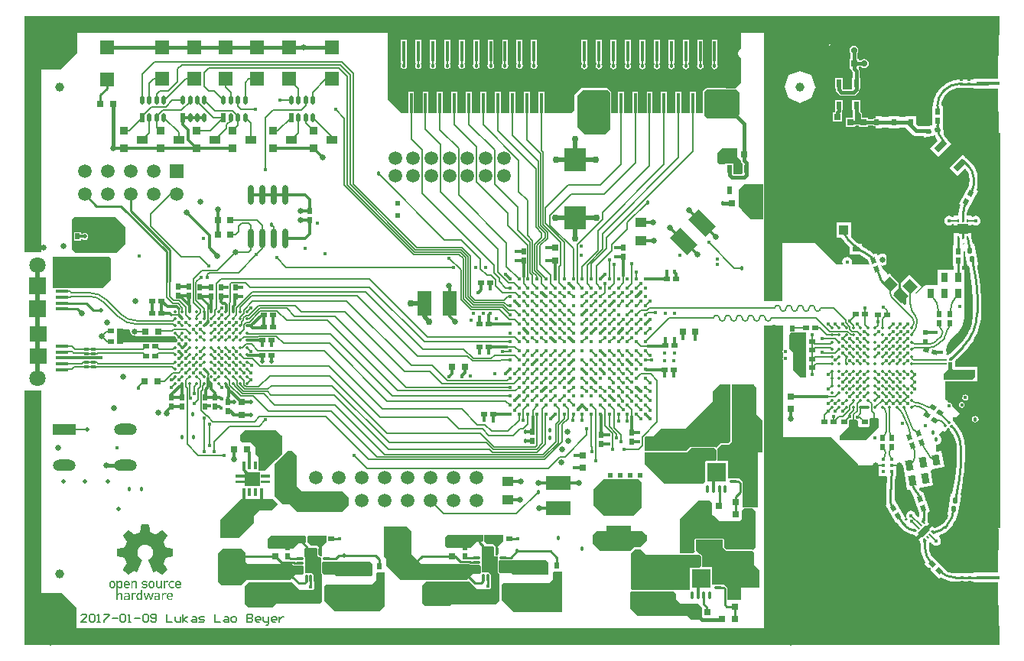
<source format=gtl>
G04 Layer_Physical_Order=1*
G04 Layer_Color=255*
%FSAX44Y44*%
%MOMM*%
G71*
G01*
G75*
%ADD10C,0.1700*%
%ADD11C,0.2032*%
%ADD12C,0.2032*%
%ADD13C,0.1778*%
%ADD14C,0.2380*%
%ADD15C,0.1898*%
%ADD16C,0.2380*%
%ADD17C,0.1270*%
%ADD18C,1.0000*%
%ADD19R,0.7620X0.7620*%
%ADD20R,2.5400X0.4318*%
%ADD21R,4.6990X0.4318*%
%ADD22R,0.4064X2.2733*%
%ADD23R,0.6000X0.9000*%
%ADD24R,2.7000X1.6000*%
%ADD25R,1.2700X1.0160*%
%ADD26R,0.7620X0.7620*%
%ADD27O,0.8500X0.2800*%
%ADD28O,0.2800X0.8500*%
%ADD29R,1.7000X1.7000*%
%ADD30R,0.5080X0.6350*%
%ADD31R,3.4000X0.9800*%
%ADD32R,0.6350X0.5080*%
%ADD33C,0.4500*%
%ADD34R,1.0000X1.0000*%
%ADD35R,1.0000X2.2000*%
G04:AMPARAMS|DCode=36|XSize=1.1mm|YSize=1.2mm|CornerRadius=0mm|HoleSize=0mm|Usage=FLASHONLY|Rotation=225.000|XOffset=0mm|YOffset=0mm|HoleType=Round|Shape=Rectangle|*
%AMROTATEDRECTD36*
4,1,4,-0.0354,0.8132,0.8132,-0.0354,0.0354,-0.8132,-0.8132,0.0354,-0.0354,0.8132,0.0*
%
%ADD36ROTATEDRECTD36*%

%ADD37R,1.3500X0.4000*%
%ADD38R,1.9000X1.9000*%
%ADD39R,1.9000X1.7000*%
G04:AMPARAMS|DCode=40|XSize=0.6mm|YSize=1.4mm|CornerRadius=0mm|HoleSize=0mm|Usage=FLASHONLY|Rotation=315.000|XOffset=0mm|YOffset=0mm|HoleType=Round|Shape=Rectangle|*
%AMROTATEDRECTD40*
4,1,4,-0.7071,-0.2828,0.2828,0.7071,0.7071,0.2828,-0.2828,-0.7071,-0.7071,-0.2828,0.0*
%
%ADD40ROTATEDRECTD40*%

G04:AMPARAMS|DCode=41|XSize=0.6mm|YSize=1.8mm|CornerRadius=0mm|HoleSize=0mm|Usage=FLASHONLY|Rotation=315.000|XOffset=0mm|YOffset=0mm|HoleType=Round|Shape=Rectangle|*
%AMROTATEDRECTD41*
4,1,4,-0.8485,-0.4243,0.4243,0.8485,0.8485,0.4243,-0.4243,-0.8485,-0.8485,-0.4243,0.0*
%
%ADD41ROTATEDRECTD41*%

%ADD42R,1.7500X1.5000*%
%ADD43R,0.3500X0.8500*%
%ADD44P,0.5657X4X90.0*%
G04:AMPARAMS|DCode=45|XSize=0.35mm|YSize=0.2mm|CornerRadius=0mm|HoleSize=0mm|Usage=FLASHONLY|Rotation=135.000|XOffset=0mm|YOffset=0mm|HoleType=Round|Shape=Rectangle|*
%AMROTATEDRECTD45*
4,1,4,0.1945,-0.0530,0.0530,-0.1945,-0.1945,0.0530,-0.0530,0.1945,0.1945,-0.0530,0.0*
%
%ADD45ROTATEDRECTD45*%

%ADD46C,0.3556*%
G04:AMPARAMS|DCode=47|XSize=0.635mm|YSize=0.508mm|CornerRadius=0mm|HoleSize=0mm|Usage=FLASHONLY|Rotation=145.000|XOffset=0mm|YOffset=0mm|HoleType=Round|Shape=Rectangle|*
%AMROTATEDRECTD47*
4,1,4,0.4058,0.0260,0.1144,-0.3902,-0.4058,-0.0260,-0.1144,0.3902,0.4058,0.0260,0.0*
%
%ADD47ROTATEDRECTD47*%

G04:AMPARAMS|DCode=48|XSize=0.635mm|YSize=0.508mm|CornerRadius=0mm|HoleSize=0mm|Usage=FLASHONLY|Rotation=110.000|XOffset=0mm|YOffset=0mm|HoleType=Round|Shape=Rectangle|*
%AMROTATEDRECTD48*
4,1,4,0.3473,-0.2115,-0.1301,-0.3852,-0.3473,0.2115,0.1301,0.3852,0.3473,-0.2115,0.0*
%
%ADD48ROTATEDRECTD48*%

%ADD49R,0.2900X0.2900*%
G04:AMPARAMS|DCode=50|XSize=0.5mm|YSize=0.6mm|CornerRadius=0mm|HoleSize=0mm|Usage=FLASHONLY|Rotation=255.000|XOffset=0mm|YOffset=0mm|HoleType=Round|Shape=Rectangle|*
%AMROTATEDRECTD50*
4,1,4,-0.2251,0.3191,0.3545,0.1638,0.2251,-0.3191,-0.3545,-0.1638,-0.2251,0.3191,0.0*
%
%ADD50ROTATEDRECTD50*%

%ADD51R,0.5000X0.6000*%
G04:AMPARAMS|DCode=52|XSize=0.5mm|YSize=0.6mm|CornerRadius=0mm|HoleSize=0mm|Usage=FLASHONLY|Rotation=278.000|XOffset=0mm|YOffset=0mm|HoleType=Round|Shape=Rectangle|*
%AMROTATEDRECTD52*
4,1,4,-0.3319,0.2058,0.2623,0.2893,0.3319,-0.2058,-0.2623,-0.2893,-0.3319,0.2058,0.0*
%
%ADD52ROTATEDRECTD52*%

%ADD53R,0.3300X0.4100*%
%ADD54R,0.3300X0.4100*%
G04:AMPARAMS|DCode=55|XSize=1.14mm|YSize=0.76mm|CornerRadius=0mm|HoleSize=0mm|Usage=FLASHONLY|Rotation=100.000|XOffset=0mm|YOffset=0mm|HoleType=Round|Shape=Rectangle|*
%AMROTATEDRECTD55*
4,1,4,0.4732,-0.4954,-0.2752,-0.6273,-0.4732,0.4954,0.2752,0.6273,0.4732,-0.4954,0.0*
%
%ADD55ROTATEDRECTD55*%

G04:AMPARAMS|DCode=56|XSize=0.635mm|YSize=0.508mm|CornerRadius=0mm|HoleSize=0mm|Usage=FLASHONLY|Rotation=80.000|XOffset=0mm|YOffset=0mm|HoleType=Round|Shape=Rectangle|*
%AMROTATEDRECTD56*
4,1,4,0.1950,-0.3568,-0.3053,-0.2686,-0.1950,0.3568,0.3053,0.2686,0.1950,-0.3568,0.0*
%
%ADD56ROTATEDRECTD56*%

%ADD57P,0.4101X4X355.0*%
%ADD58P,0.4667X4X175.0*%
%ADD59R,1.6000X2.7000*%
%ADD60P,1.0776X4X180.0*%
%ADD61P,1.0776X4X270.0*%
%ADD62C,0.3500*%
%ADD63R,0.5500X0.3000*%
%ADD64O,2.5400X1.2700*%
%ADD65R,2.5400X1.2700*%
%ADD66O,0.6000X2.2000*%
%ADD67R,0.5500X0.4000*%
G04:AMPARAMS|DCode=68|XSize=0.635mm|YSize=0.508mm|CornerRadius=0mm|HoleSize=0mm|Usage=FLASHONLY|Rotation=135.000|XOffset=0mm|YOffset=0mm|HoleType=Round|Shape=Rectangle|*
%AMROTATEDRECTD68*
4,1,4,0.4041,-0.0449,0.0449,-0.4041,-0.4041,0.0449,-0.0449,0.4041,0.4041,-0.0449,0.0*
%
%ADD68ROTATEDRECTD68*%

%ADD69R,2.4000X2.6000*%
%ADD70R,0.4000X0.3000*%
%ADD71R,0.3300X0.3300*%
%ADD72R,0.7600X1.1400*%
G04:AMPARAMS|DCode=73|XSize=0.635mm|YSize=0.508mm|CornerRadius=0mm|HoleSize=0mm|Usage=FLASHONLY|Rotation=120.000|XOffset=0mm|YOffset=0mm|HoleType=Round|Shape=Rectangle|*
%AMROTATEDRECTD73*
4,1,4,0.3787,-0.1480,-0.0612,-0.4020,-0.3787,0.1480,0.0612,0.4020,0.3787,-0.1480,0.0*
%
%ADD73ROTATEDRECTD73*%

G04:AMPARAMS|DCode=74|XSize=0.635mm|YSize=0.508mm|CornerRadius=0mm|HoleSize=0mm|Usage=FLASHONLY|Rotation=100.000|XOffset=0mm|YOffset=0mm|HoleType=Round|Shape=Rectangle|*
%AMROTATEDRECTD74*
4,1,4,0.3053,-0.2686,-0.1950,-0.3568,-0.3053,0.2686,0.1950,0.3568,0.3053,-0.2686,0.0*
%
%ADD74ROTATEDRECTD74*%

G04:AMPARAMS|DCode=75|XSize=0.635mm|YSize=0.508mm|CornerRadius=0mm|HoleSize=0mm|Usage=FLASHONLY|Rotation=62.000|XOffset=0mm|YOffset=0mm|HoleType=Round|Shape=Rectangle|*
%AMROTATEDRECTD75*
4,1,4,0.0752,-0.3996,-0.3733,-0.1611,-0.0752,0.3996,0.3733,0.1611,0.0752,-0.3996,0.0*
%
%ADD75ROTATEDRECTD75*%

G04:AMPARAMS|DCode=76|XSize=2.7mm|YSize=1.6mm|CornerRadius=0mm|HoleSize=0mm|Usage=FLASHONLY|Rotation=315.000|XOffset=0mm|YOffset=0mm|HoleType=Round|Shape=Rectangle|*
%AMROTATEDRECTD76*
4,1,4,-1.5203,0.3889,-0.3889,1.5203,1.5203,-0.3889,0.3889,-1.5203,-1.5203,0.3889,0.0*
%
%ADD76ROTATEDRECTD76*%

%ADD77O,0.5080X1.0160*%
%ADD78R,0.5080X1.0160*%
%ADD79R,1.2700X0.9144*%
%ADD80R,0.9144X0.9144*%
%ADD81R,1.5000X1.5000*%
%ADD82R,2.1000X2.1000*%
%ADD83O,0.3000X0.9500*%
%ADD84O,0.9500X0.3000*%
%ADD85R,0.4000X0.4000*%
%ADD86R,0.2500X0.4000*%
%ADD87R,2.5400X0.4318*%
%ADD88R,4.8260X2.4130*%
%ADD89C,0.3048*%
%ADD90C,0.2540*%
%ADD91C,0.4572*%
%ADD92C,0.4064*%
%ADD93C,0.3810*%
%ADD94C,0.5080*%
%ADD95C,0.1524*%
%ADD96C,0.2794*%
%ADD97C,0.3556*%
%ADD98C,0.2083*%
%ADD99R,1.5000X1.5000*%
%ADD100C,1.5000*%
%ADD101C,1.8000*%
%ADD102C,0.4001*%
%ADD103C,0.6604*%
%ADD104C,0.5080*%
%ADD105C,0.4572*%
%ADD106C,0.6096*%
%ADD107C,5.7150*%
%ADD108C,0.7112*%
%ADD109C,0.5000*%
%ADD110C,0.4064*%
%ADD111C,0.7620*%
%ADD112C,0.5588*%
G36*
X01591221Y01709398D02*
X01589330D01*
Y01661247D01*
X01561863D01*
Y01660541D01*
X01543543D01*
Y01659980D01*
X01542740Y01659885D01*
X01540433Y01659426D01*
X01538169Y01658788D01*
X01535961Y01657973D01*
X01533825Y01656988D01*
X01531772Y01655839D01*
X01529816Y01654532D01*
X01527968Y01653075D01*
X01526241Y01651478D01*
X01526241Y01651477D01*
X01525600Y01650836D01*
X01525595Y01650829D01*
X01524115Y01649229D01*
X01522760Y01647511D01*
X01521545Y01645691D01*
X01520476Y01643782D01*
X01519560Y01641795D01*
X01518802Y01639742D01*
X01518208Y01637636D01*
X01517782Y01635490D01*
X01517524Y01633317D01*
X01517439Y01631139D01*
X01517438Y01631131D01*
Y01631109D01*
X01516110D01*
Y01618059D01*
Y01609483D01*
X01515245Y01609361D01*
Y01609361D01*
X01511974Y01608901D01*
X01501108D01*
X01498890Y01611119D01*
Y01619365D01*
X01487110D01*
Y01618493D01*
X01479890D01*
Y01619365D01*
X01468110D01*
Y01618493D01*
X01460890D01*
Y01619365D01*
X01453319D01*
Y01617285D01*
X01451190D01*
Y01616466D01*
X01445006D01*
Y01617920D01*
X01438472D01*
Y01621321D01*
X01438195Y01622709D01*
X01437410Y01623885D01*
X01437410Y01623885D01*
X01436407Y01624887D01*
X01436424Y01626157D01*
X01436424D01*
Y01637697D01*
X01427884D01*
Y01626157D01*
X01428528D01*
Y01617892D01*
X01421130D01*
Y01607732D01*
X01431290D01*
Y01608421D01*
X01432256Y01609186D01*
X01432256Y01609186D01*
X01434846D01*
Y01607760D01*
X01445006D01*
Y01609214D01*
X01451190D01*
Y01608395D01*
X01453319D01*
Y01606315D01*
X01460890D01*
Y01607187D01*
X01468110D01*
Y01606315D01*
X01479890D01*
Y01607187D01*
X01486832D01*
X01487110Y01606909D01*
Y01606315D01*
X01487704D01*
X01494768Y01599250D01*
X01495443Y01598674D01*
X01496199Y01598211D01*
X01497019Y01597871D01*
X01497882Y01597664D01*
X01498766Y01597595D01*
X01506800D01*
X01506971Y01596383D01*
X01519547Y01598151D01*
X01519613Y01598002D01*
X01519675Y01597865D01*
X01520136Y01596864D01*
X01520641Y01595770D01*
X01521768Y01593756D01*
X01522717Y01592336D01*
X01514035Y01583654D01*
X01523016Y01574674D01*
X01537653Y01589311D01*
X01533286Y01593678D01*
X01533065Y01594091D01*
X01532498Y01594782D01*
X01531473Y01595882D01*
X01531146Y01596243D01*
X01529960Y01597842D01*
X01529224Y01599070D01*
X01529450Y01599543D01*
X01529450Y01599543D01*
X01527890Y01610640D01*
Y01618059D01*
Y01631109D01*
X01527890D01*
X01526617Y01632633D01*
X01526633Y01632970D01*
X01526903Y01634791D01*
X01527351Y01636577D01*
X01527971Y01638311D01*
X01528758Y01639975D01*
X01529705Y01641555D01*
X01530802Y01643034D01*
X01531951Y01644301D01*
X01532052Y01644384D01*
X01532693Y01645026D01*
X01532787Y01645140D01*
X01534194Y01646416D01*
X01535839Y01647635D01*
X01537594Y01648687D01*
X01539445Y01649563D01*
X01541372Y01650252D01*
X01543358Y01650750D01*
X01543972Y01650841D01*
X01561863D01*
Y01650229D01*
X01589330D01*
Y01601255D01*
X01591056D01*
X01591383Y01600928D01*
Y01162978D01*
X01589330D01*
Y01114004D01*
X01561863D01*
Y01113392D01*
X01544177D01*
Y01113104D01*
X01541967D01*
X01541820Y01113090D01*
X01539922Y01113183D01*
X01537897Y01113483D01*
X01535911Y01113981D01*
X01533984Y01114670D01*
X01532606Y01115322D01*
X01532525Y01115793D01*
Y01115793D01*
X01523297Y01125021D01*
X01516113Y01132205D01*
X01516113D01*
X01514909Y01133157D01*
X01514380Y01134275D01*
X01513690Y01136202D01*
X01513193Y01138188D01*
X01512893Y01140213D01*
X01512799Y01142110D01*
X01512814Y01142257D01*
Y01142404D01*
X01512814Y01142405D01*
X01512814Y01142406D01*
X01512813Y01145428D01*
X01512829Y01145448D01*
X01512926Y01145629D01*
X01513036Y01145802D01*
X01513081Y01145919D01*
X01513140Y01146030D01*
X01513200Y01146226D01*
X01513274Y01146418D01*
X01513295Y01146541D01*
X01513331Y01146661D01*
X01513352Y01146866D01*
X01513387Y01147068D01*
X01513398Y01147213D01*
X01513969Y01147679D01*
X01514813Y01147566D01*
X01515713Y01147161D01*
X01515910Y01146685D01*
X01516350Y01145967D01*
X01516897Y01145327D01*
X01517538Y01144780D01*
X01518256Y01144340D01*
X01519034Y01144017D01*
X01519853Y01143821D01*
X01520692Y01143755D01*
X01521532Y01143821D01*
X01522351Y01144017D01*
X01523129Y01144340D01*
X01523847Y01144780D01*
X01524487Y01145327D01*
X01525034Y01145967D01*
X01525474Y01146685D01*
X01525796Y01147463D01*
X01525993Y01148282D01*
X01526059Y01149121D01*
X01525993Y01149961D01*
X01525796Y01150780D01*
X01525474Y01151558D01*
X01525034Y01152276D01*
X01524487Y01152916D01*
X01523847Y01153463D01*
X01523611Y01153608D01*
X01523703Y01155117D01*
X01523768Y01155255D01*
X01524901Y01155612D01*
X01526826Y01156410D01*
X01528673Y01157371D01*
X01530430Y01158491D01*
X01532083Y01159759D01*
X01533618Y01161166D01*
X01533618Y01161166D01*
X01534695Y01162244D01*
X01535978Y01163526D01*
X01535978Y01163526D01*
X01537540Y01165216D01*
X01538965Y01167023D01*
X01540244Y01168936D01*
X01541368Y01170944D01*
X01542332Y01173034D01*
X01543128Y01175193D01*
X01543633Y01176984D01*
X01544668Y01176801D01*
X01546934Y01189653D01*
X01548698Y01199659D01*
X01548567Y01199682D01*
X01547703Y01200938D01*
X01549053Y01207920D01*
X01549057Y01207968D01*
X01549070Y01208015D01*
X01550594Y01216905D01*
X01550604Y01217033D01*
X01550630Y01217158D01*
X01551647Y01226048D01*
X01551648Y01226133D01*
X01551662Y01226216D01*
X01552171Y01232820D01*
X01552169Y01232904D01*
X01552180Y01232988D01*
X01552434Y01239338D01*
X01552431Y01239391D01*
X01552437Y01239444D01*
X01552561Y01246924D01*
X01552558Y01246962D01*
X01552562Y01247000D01*
Y01252135D01*
X01552565D01*
X01552466Y01254904D01*
X01552170Y01257659D01*
X01551678Y01260385D01*
X01550993Y01263069D01*
X01550118Y01265698D01*
X01549058Y01268257D01*
X01547818Y01270735D01*
X01546404Y01273117D01*
X01544824Y01275393D01*
X01544611Y01275657D01*
X01544732Y01275758D01*
X01539059Y01282519D01*
X01546770Y01290230D01*
X01538279Y01298721D01*
X01538334Y01299000D01*
X01538080Y01300276D01*
X01537358Y01301358D01*
X01536276Y01302081D01*
X01535000Y01302334D01*
X01534721Y01302279D01*
X01532942Y01304058D01*
X01533221Y01305000D01*
X01532000D01*
X01530666Y01306334D01*
X01530666Y01326148D01*
X01566223Y01326148D01*
X01566223Y01341750D01*
X01541450D01*
Y01347858D01*
X01541470Y01347886D01*
X01541525Y01348013D01*
X01541561Y01348077D01*
X01541667Y01348202D01*
X01541716Y01348289D01*
X01541717Y01348291D01*
X01541792Y01348405D01*
X01542381Y01349099D01*
X01542386Y01349103D01*
X01542397Y01349117D01*
X01542458Y01349189D01*
X01542492Y01349222D01*
X01542575Y01349341D01*
X01542593Y01349366D01*
X01542677Y01349456D01*
X01542704Y01349498D01*
X01542771Y01349577D01*
X01542812Y01349651D01*
X01542863Y01349718D01*
X01542951Y01349896D01*
X01543025Y01350016D01*
X01543047Y01350074D01*
X01543091Y01350154D01*
X01543117Y01350234D01*
X01543154Y01350310D01*
X01543201Y01350484D01*
X01543210Y01350509D01*
X01553677Y01360976D01*
X01553678Y01360975D01*
X01555899Y01363325D01*
X01557986Y01365796D01*
X01559930Y01368379D01*
X01561727Y01371068D01*
X01563369Y01373853D01*
X01564854Y01376726D01*
X01566174Y01379678D01*
X01567328Y01382699D01*
X01568310Y01385780D01*
X01569117Y01388911D01*
X01569748Y01392083D01*
X01570200Y01395284D01*
X01570472Y01398507D01*
X01570563Y01401739D01*
X01570562D01*
Y01415542D01*
X01570549Y01415674D01*
X01570554Y01415805D01*
X01569702Y01430537D01*
X01569680Y01430677D01*
X01569677Y01430818D01*
X01568154Y01443517D01*
X01568124Y01443652D01*
X01568112Y01443790D01*
X01566588Y01452172D01*
X01566567Y01452248D01*
X01566557Y01452327D01*
X01566112Y01454372D01*
X01566934Y01455597D01*
X01566934Y01455597D01*
X01565169Y01465603D01*
X01562903Y01478454D01*
X01561263Y01478165D01*
X01559600Y01485356D01*
Y01490350D01*
X01556000D01*
Y01489000D01*
X01546500D01*
X01545150Y01490350D01*
X01540400D01*
Y01479650D01*
X01540438D01*
Y01476685D01*
X01539110D01*
Y01463635D01*
Y01453475D01*
X01540438D01*
Y01449830D01*
X01537850D01*
Y01449830D01*
X01536950D01*
Y01449830D01*
X01522650D01*
Y01432560D01*
X01508506D01*
X01507996Y01432050D01*
X01507450D01*
Y01431504D01*
X01499151Y01423205D01*
X01497497Y01423707D01*
X01497478Y01423803D01*
X01504351Y01430676D01*
X01491128Y01443899D01*
X01481228Y01433999D01*
X01469208Y01446020D01*
X01467496Y01444308D01*
X01466088Y01444892D01*
Y01445752D01*
X01460997Y01450843D01*
X01459760Y01454240D01*
X01461246Y01454045D01*
X01462982Y01454273D01*
X01464601Y01454944D01*
X01465990Y01456010D01*
X01466000Y01456022D01*
Y01465486D01*
X01465990Y01465498D01*
X01464601Y01466564D01*
X01462982Y01467235D01*
X01461246Y01467463D01*
X01459509Y01467235D01*
X01457891Y01466564D01*
X01456502Y01465498D01*
X01455933Y01464757D01*
X01454740Y01468033D01*
X01451464Y01466841D01*
X01451457Y01466846D01*
X01451150Y01467202D01*
X01446578Y01470758D01*
X01446425Y01470835D01*
X01446304Y01470956D01*
X01443256Y01472988D01*
X01443119Y01473044D01*
X01443007Y01473142D01*
X01438435Y01475789D01*
X01438323Y01475874D01*
Y01478328D01*
X01435103D01*
X01434696Y01478638D01*
X01433581Y01479487D01*
X01426940Y01486128D01*
Y01502110D01*
X01410240D01*
Y01485410D01*
X01416022D01*
X01417112Y01483371D01*
X01419437Y01480537D01*
X01419438Y01480538D01*
X01425273Y01474703D01*
Y01466548D01*
X01435919D01*
X01438242Y01465203D01*
X01441028Y01463346D01*
X01445048Y01460219D01*
X01446888Y01455166D01*
X01426433D01*
X01427186Y01456293D01*
X01427601Y01458380D01*
X01427186Y01460468D01*
X01426003Y01462237D01*
X01424233Y01463420D01*
X01422146Y01463835D01*
X01420058Y01463420D01*
X01418289Y01462237D01*
X01417106Y01460468D01*
X01416691Y01458380D01*
X01417106Y01456293D01*
X01417859Y01455166D01*
X01410462D01*
X01386860Y01478768D01*
X01350772D01*
Y01415073D01*
X01330325D01*
X01330325Y01478768D01*
X01330325Y01535850D01*
X01330325Y01711898D01*
X01304473D01*
Y01694570D01*
X01303573Y01693969D01*
X01302169Y01691868D01*
X01301676Y01689391D01*
X01302169Y01686913D01*
X01303573Y01684812D01*
X01304473Y01684211D01*
Y01656898D01*
X01298113Y01650539D01*
X01277989Y01650773D01*
X01277981Y01650770D01*
X01277973Y01650773D01*
X01266723D01*
X01266723Y01650773D01*
X01265751Y01650370D01*
X01265751Y01650370D01*
X01262751Y01647370D01*
X01262348Y01646398D01*
X01262348Y01646398D01*
Y01645023D01*
X01262223Y01644898D01*
Y01623148D01*
X01254811D01*
Y01646920D01*
X01248207D01*
Y01623148D01*
X01238809D01*
Y01646920D01*
X01232205D01*
Y01623148D01*
X01222807D01*
Y01646920D01*
X01216203D01*
Y01623148D01*
X01206805D01*
Y01646920D01*
X01200201D01*
Y01623148D01*
X01190803D01*
Y01646920D01*
X01184199D01*
Y01623148D01*
X01174801D01*
Y01646920D01*
X01168197D01*
Y01623148D01*
X01161097D01*
Y01641898D01*
Y01645898D01*
X01161098Y01645898D01*
X01160841Y01646517D01*
X01160973Y01646648D01*
X01156723Y01650898D01*
X01127473D01*
X01120223Y01643648D01*
Y01640648D01*
Y01626398D01*
X01120473Y01626148D01*
X01117473Y01623148D01*
X01086790D01*
Y01646920D01*
X01080186D01*
Y01623148D01*
X01070788D01*
Y01646920D01*
X01064184D01*
Y01623148D01*
X01054786D01*
Y01646920D01*
X01048182D01*
Y01623148D01*
X01038784D01*
Y01646920D01*
X01032180D01*
Y01623148D01*
X01022782D01*
Y01646920D01*
X01016178D01*
Y01623148D01*
X01006780D01*
Y01646920D01*
X01000176D01*
Y01623148D01*
X00990778D01*
Y01646920D01*
X00984174D01*
Y01623148D01*
X00974776D01*
Y01646920D01*
X00968172D01*
Y01623148D01*
X00958774D01*
Y01646920D01*
X00952170D01*
Y01623148D01*
X00942772D01*
Y01646920D01*
X00936168D01*
Y01623148D01*
X00928473D01*
X00913723Y01637898D01*
Y01711898D01*
X00569973D01*
X00569973Y01689898D01*
X00551678Y01671603D01*
X00529973D01*
Y01469148D01*
X00511313D01*
Y01730808D01*
X01591221D01*
X01591221Y01709398D01*
D02*
G37*
G36*
X01299473Y01649148D02*
X01302723Y01645898D01*
X01302723Y01621898D01*
X01297723Y01616898D01*
X01267223D01*
X01266223Y01617898D01*
X01263723Y01620398D01*
Y01623398D01*
Y01646398D01*
X01266723Y01649398D01*
X01277973D01*
X01299473Y01649148D01*
D02*
G37*
G36*
X01159223Y01646398D02*
X01159723Y01645898D01*
Y01641898D01*
Y01620648D01*
X01159723Y01605148D01*
X01154223Y01599648D01*
X01131723D01*
X01130223Y01601148D01*
X01123223Y01608148D01*
Y01623148D01*
Y01641898D01*
X01126973Y01645648D01*
X01129973Y01648648D01*
X01156973D01*
X01159223Y01646398D01*
D02*
G37*
G36*
X01300480Y01574585D02*
X01304728Y01570337D01*
Y01570267D01*
X01304728Y01570267D01*
X01305004Y01568880D01*
X01305790Y01567703D01*
X01306195Y01567299D01*
Y01556551D01*
X01304868Y01555224D01*
X01297489D01*
X01296543Y01556170D01*
Y01561758D01*
Y01565441D01*
X01295885Y01566099D01*
Y01567463D01*
X01287345D01*
Y01566711D01*
X01281049D01*
X01278763Y01568997D01*
Y01579411D01*
X01280668Y01581316D01*
X01283335Y01583983D01*
X01300480D01*
Y01574585D01*
D02*
G37*
G36*
X01328950Y01535850D02*
X01328950Y01505751D01*
X01315971Y01505751D01*
X01305814Y01515911D01*
X01302131Y01519594D01*
Y01521753D01*
Y01537628D01*
X01308481Y01543978D01*
X01328950D01*
Y01535850D01*
D02*
G37*
G36*
X01551700Y01479021D02*
X01551904Y01478139D01*
X01550640Y01477145D01*
X01550301Y01477275D01*
X01550054Y01478381D01*
X01550815Y01479128D01*
X01551700Y01479021D01*
D02*
G37*
G36*
X00614000Y01506000D02*
X00623000Y01497000D01*
Y01496000D01*
Y01478000D01*
X00622000Y01477000D01*
X00613000Y01468000D01*
X00568000D01*
X00564000Y01472000D01*
Y01481000D01*
Y01505000D01*
X00567000Y01508000D01*
X00612000D01*
X00614000Y01506000D01*
D02*
G37*
G36*
X00604930Y01464090D02*
X00606930Y01462090D01*
Y01460340D01*
Y01438590D01*
X00605930Y01437590D01*
X00597598Y01429258D01*
X00543052Y01429258D01*
X00543052Y01464340D01*
X00604680Y01464340D01*
X00604930Y01464090D01*
D02*
G37*
G36*
X01487991Y01422005D02*
Y01412044D01*
X01486245Y01410299D01*
X01474632Y01421912D01*
X01474632Y01421912D01*
X01474629Y01421914D01*
X01474575Y01421959D01*
X01474222Y01422419D01*
X01473972Y01423022D01*
X01473896Y01423598D01*
X01473904Y01423670D01*
Y01424270D01*
X01479814Y01430181D01*
X01487991Y01422005D01*
D02*
G37*
G36*
X01553066Y01466403D02*
X01555332Y01453551D01*
X01556893Y01453826D01*
X01557626Y01450462D01*
X01559111Y01442294D01*
X01560602Y01429870D01*
X01561438Y01415410D01*
Y01401739D01*
X01561452Y01401594D01*
X01561368Y01398808D01*
X01561103Y01395888D01*
X01560662Y01392989D01*
X01560046Y01390122D01*
X01559259Y01387297D01*
X01558302Y01384525D01*
X01557180Y01381816D01*
X01555896Y01379180D01*
X01554456Y01376626D01*
X01552864Y01374164D01*
X01551126Y01371802D01*
X01549249Y01369549D01*
X01547339Y01367520D01*
X01547226Y01367427D01*
X01536442Y01356643D01*
X01536384Y01356630D01*
X01536384Y01356630D01*
X01536384Y01356630D01*
X01536327Y01356604D01*
X01536327Y01356604D01*
X01536294Y01356589D01*
X01536168Y01356534D01*
X01535993Y01356474D01*
X01535866Y01356401D01*
X01535732Y01356342D01*
X01535581Y01356236D01*
X01535555Y01356221D01*
X01535444Y01356159D01*
X01535438Y01356154D01*
X01535422Y01356144D01*
X01535312Y01356048D01*
X01535192Y01355964D01*
X01535183Y01355957D01*
X01535154Y01355927D01*
X01535086Y01355868D01*
X01535017Y01355820D01*
X01534892Y01355745D01*
X01534802Y01355664D01*
X01534704Y01355595D01*
X01534653Y01355542D01*
X01534650Y01355541D01*
X01534648Y01355540D01*
X01534645Y01355539D01*
X01534395Y01355392D01*
X01534337Y01355366D01*
X01534263Y01355315D01*
X01534081Y01355208D01*
X01534078Y01355206D01*
X01534076Y01355205D01*
X01534008Y01355155D01*
X01533907Y01355065D01*
X01533885Y01355050D01*
X01532992Y01355200D01*
X01532740Y01355267D01*
X01531898Y01356548D01*
X01532095Y01357366D01*
X01532161Y01358206D01*
X01532095Y01359045D01*
X01531898Y01359864D01*
X01531625Y01360525D01*
X01531900Y01361908D01*
X01532330Y01363515D01*
X01532865Y01365089D01*
X01533501Y01366626D01*
X01534237Y01368117D01*
X01535068Y01369558D01*
X01535992Y01370940D01*
X01537005Y01372260D01*
X01538102Y01373510D01*
X01538690Y01374098D01*
X01541018Y01376426D01*
X01544246Y01379655D01*
X01544247Y01379655D01*
X01544823Y01380247D01*
X01545270Y01380755D01*
X01545916Y01381488D01*
X01546926Y01382798D01*
X01547848Y01384171D01*
X01548678Y01385601D01*
X01549413Y01387083D01*
X01550049Y01388609D01*
X01550584Y01390174D01*
X01551015Y01391771D01*
X01551341Y01393392D01*
X01551560Y01395031D01*
X01551671Y01396681D01*
X01551686Y01397508D01*
Y01413950D01*
X01552150D01*
Y01431730D01*
Y01449830D01*
X01549562D01*
Y01453475D01*
X01550890D01*
Y01463635D01*
Y01469970D01*
X01552414Y01470103D01*
X01553066Y01466403D01*
D02*
G37*
G36*
X00628562Y01382041D02*
X00628399Y01381220D01*
X00628753Y01379436D01*
X00629764Y01377924D01*
X00631276Y01376913D01*
X00633060Y01376558D01*
X00633877Y01376721D01*
X00635095Y01375501D01*
X00677877D01*
X00679046Y01374331D01*
X00679100Y01374064D01*
X00679822Y01372982D01*
X00680631Y01372442D01*
X00680939Y01371344D01*
X00680954Y01370968D01*
X00678828Y01368840D01*
X00615844D01*
X00614418Y01370267D01*
X00614180Y01370505D01*
Y01381925D01*
X00615844Y01383590D01*
X00627014D01*
X00628562Y01382041D01*
D02*
G37*
G36*
X01540005Y01351502D02*
X01540003Y01351492D01*
X01539945Y01351430D01*
X01539927Y01351401D01*
X01539908Y01351387D01*
X01539143Y01350486D01*
X01539099Y01350407D01*
X01539099Y01350406D01*
X01538987Y01350275D01*
X01538901Y01350121D01*
X01538774Y01349998D01*
X01538738Y01349946D01*
X01538721Y01349908D01*
X01538721Y01349908D01*
X01538668Y01349831D01*
X01538544Y01349545D01*
X01538528Y01349523D01*
X01537691Y01348537D01*
X01534820Y01351432D01*
X01535987Y01352432D01*
X01536055Y01352482D01*
X01536373Y01352628D01*
X01536478Y01352704D01*
X01536490Y01352717D01*
X01536507Y01352725D01*
X01536771Y01352921D01*
X01536772Y01352921D01*
X01536788Y01352929D01*
X01536807Y01352943D01*
X01536894Y01353039D01*
X01537007Y01353102D01*
X01537141Y01353217D01*
X01537314Y01353338D01*
X01537374Y01353401D01*
X01537382Y01353408D01*
X01537401Y01353412D01*
X01537412Y01353418D01*
X01537413Y01353418D01*
X01537443Y01353428D01*
X01537470Y01353443D01*
X01540005Y01351502D01*
D02*
G37*
G36*
X01376680Y01344839D02*
D01*
X01376680Y01329944D01*
X01370838Y01329944D01*
X01369822Y01330960D01*
X01362710Y01338072D01*
Y01346454D01*
Y01346962D01*
Y01357122D01*
X01357884Y01361948D01*
Y01369822D01*
Y01377950D01*
X01358646Y01378712D01*
X01359154Y01379220D01*
X01359977Y01380043D01*
X01365249D01*
Y01380490D01*
X01376680D01*
Y01344839D01*
D02*
G37*
G36*
X01538034Y01341750D02*
X01538294Y01340443D01*
X01539035Y01339335D01*
X01540143Y01338594D01*
X01541450Y01338334D01*
X01564000D01*
Y01331000D01*
X01561000Y01328000D01*
X01529000D01*
Y01334000D01*
X01531000Y01336000D01*
X01534000Y01339000D01*
Y01347000D01*
X01538034D01*
Y01341750D01*
D02*
G37*
G36*
X01457000Y01284000D02*
Y01275000D01*
X01449000Y01267000D01*
X01442648Y01260648D01*
X01414000D01*
Y01266000D01*
X01419000Y01271000D01*
X01424000Y01276000D01*
Y01282331D01*
X01425028Y01283359D01*
X01426216Y01283596D01*
X01426821Y01284000D01*
X01431220D01*
X01432099Y01283413D01*
X01433375Y01283159D01*
X01434000Y01281988D01*
Y01277000D01*
X01436000Y01275000D01*
X01445000D01*
X01447000Y01277000D01*
Y01284000D01*
X01448000Y01285000D01*
X01456000D01*
X01457000Y01284000D01*
D02*
G37*
G36*
X01293125Y01259819D02*
X01290681Y01257375D01*
X01283000D01*
X01283000Y01257375D01*
X01282028Y01256972D01*
X01277804Y01252749D01*
X01276791Y01252687D01*
X01276458Y01252759D01*
X01276415Y01252779D01*
X01276163Y01252883D01*
X01275969Y01253077D01*
X01275503Y01253270D01*
X01275229D01*
X01274977Y01253375D01*
X01249773D01*
X01249521Y01253270D01*
X01249247D01*
X01248781Y01253077D01*
X01248587Y01252883D01*
X01248335Y01252779D01*
X01244806Y01249250D01*
X01197750D01*
Y01263876D01*
X01198874Y01265000D01*
X01207000D01*
X01215750Y01273750D01*
X01243250D01*
X01254000Y01284500D01*
X01273500Y01304000D01*
Y01315000D01*
X01280750Y01322250D01*
X01293125D01*
Y01259819D01*
D02*
G37*
G36*
X01319000Y01322000D02*
X01322000Y01319000D01*
Y01307000D01*
Y01289000D01*
X01328420Y01282580D01*
X01328420Y01247000D01*
X01323250Y01247000D01*
Y01186473D01*
X01306750D01*
Y01215000D01*
X01303250Y01218500D01*
X01290000D01*
Y01237500D01*
X01279585D01*
X01278625Y01238500D01*
X01278625Y01238500D01*
Y01249727D01*
X01278520Y01249979D01*
Y01250253D01*
X01278340Y01250687D01*
X01278776Y01251777D01*
X01283000Y01256000D01*
X01291250D01*
X01294500Y01259250D01*
Y01322250D01*
X01318750D01*
X01319000Y01322000D01*
D02*
G37*
G36*
X00796000Y01266000D02*
X00796430Y01265570D01*
Y01256840D01*
Y01245840D01*
X00789680Y01239090D01*
X00777430Y01226840D01*
X00770430D01*
Y01241340D01*
X00766680Y01245090D01*
Y01252720D01*
X00761400Y01258000D01*
X00753000D01*
X00750000Y01261000D01*
Y01266000D01*
Y01267000D01*
X00755000Y01272000D01*
X00790000D01*
X00796000Y01266000D01*
D02*
G37*
G36*
X00782966Y01219548D02*
X00772716D01*
Y01222348D01*
X00782966D01*
Y01219548D01*
D02*
G37*
G36*
X00755216D02*
X00744966D01*
Y01222348D01*
X00755216D01*
Y01219548D01*
D02*
G37*
G36*
X00782966Y01213048D02*
X00772716D01*
Y01215848D01*
X00782966D01*
Y01213048D01*
D02*
G37*
G36*
X00755216D02*
X00744966D01*
Y01215848D01*
X00755216D01*
Y01213048D01*
D02*
G37*
G36*
X01275443Y01251807D02*
X01277057Y01250193D01*
X01277070Y01250161D01*
X01277070Y01250161D01*
X01277250Y01249727D01*
X01277250D01*
X01277250Y01249727D01*
Y01238500D01*
X01276250Y01237500D01*
X01265750D01*
X01264750Y01236500D01*
Y01214250D01*
X01262750Y01212250D01*
X01219750D01*
X01197750Y01234250D01*
Y01247500D01*
X01245000D01*
X01249307Y01251807D01*
X01249773Y01252000D01*
X01274977D01*
X01275443Y01251807D01*
D02*
G37*
G36*
X00813054Y01243838D02*
Y01219708D01*
Y01209548D01*
X00818388Y01204214D01*
X00863600D01*
X00870204Y01197610D01*
Y01188466D01*
X00862838Y01181100D01*
X00813562D01*
X00805434Y01189228D01*
X00797814D01*
X00788670Y01198372D01*
Y01199642D01*
Y01234186D01*
X00803402Y01248918D01*
X00807974D01*
X00813054Y01243838D01*
D02*
G37*
G36*
X01194435Y01214413D02*
Y01214159D01*
Y01186092D01*
X01191006Y01182663D01*
X01185164Y01176821D01*
X01153160D01*
X01152271Y01177710D01*
X01141349Y01188632D01*
Y01196760D01*
Y01206920D01*
X01144778Y01210349D01*
X01152271Y01217842D01*
X01191006D01*
X01194435Y01214413D01*
D02*
G37*
G36*
X01485510Y01223016D02*
X01485510D01*
X01488598Y01205506D01*
X01491603Y01206036D01*
X01491681Y01205848D01*
X01492616Y01204051D01*
X01493704Y01202343D01*
X01494773Y01200950D01*
X01495009Y01199414D01*
X01495009D01*
X01499472Y01187151D01*
X01499472D01*
X01502097Y01179939D01*
Y01175724D01*
X01500689Y01175141D01*
X01498320Y01177510D01*
X01498280Y01178028D01*
X01498083Y01178847D01*
X01497761Y01179625D01*
X01497321Y01180343D01*
X01496774Y01180983D01*
X01496133Y01181530D01*
X01495415Y01181970D01*
X01494637Y01182292D01*
X01493818Y01182489D01*
X01492979Y01182555D01*
X01492139Y01182489D01*
X01491320Y01182292D01*
X01490542Y01181970D01*
X01489824Y01181530D01*
X01489184Y01180983D01*
X01488637Y01180343D01*
X01488197Y01179625D01*
X01487875Y01178847D01*
X01487678Y01178028D01*
X01487612Y01177188D01*
X01487678Y01176349D01*
X01487875Y01175530D01*
X01488197Y01174752D01*
X01488637Y01174034D01*
X01489151Y01173432D01*
X01488992Y01173173D01*
X01488670Y01172395D01*
X01488581Y01172026D01*
X01487451Y01171533D01*
X01486940Y01171512D01*
X01486630Y01171821D01*
X01486086Y01172738D01*
X01486472Y01174212D01*
X01486613Y01174294D01*
X01480088Y01185596D01*
X01475008Y01194395D01*
X01475008D01*
X01474581Y01194646D01*
X01474713Y01203075D01*
X01474964Y01209616D01*
X01475215Y01215382D01*
X01475464Y01218875D01*
X01475464Y01218895D01*
X01475467Y01218915D01*
X01475592Y01220920D01*
X01476930D01*
Y01231720D01*
X01478064Y01232662D01*
X01483809Y01232662D01*
X01485510Y01223016D01*
D02*
G37*
G36*
X01507654Y01173996D02*
Y01172404D01*
X01507688Y01172230D01*
X01507671Y01172053D01*
X01507686Y01171906D01*
X01507727Y01171769D01*
X01507724Y01171593D01*
X01507877Y01170757D01*
X01507944Y01170587D01*
X01507958Y01170410D01*
X01507998Y01170271D01*
X01508033Y01170203D01*
X01508061Y01170136D01*
X01508072Y01170077D01*
X01508073Y01170073D01*
X01508083Y01170058D01*
X01508093Y01169939D01*
X01508137Y01169786D01*
X01508231Y01169603D01*
X01508271Y01169401D01*
X01508330Y01169259D01*
X01508346Y01169180D01*
X01508541Y01168887D01*
X01508605Y01168734D01*
X01508529Y01168657D01*
X01504721Y01169695D01*
X01505712Y01174300D01*
X01507598D01*
X01507654Y01173996D01*
D02*
G37*
G36*
X01497609Y01162634D02*
X01498709Y01158837D01*
X01498653Y01158782D01*
X01498542Y01158794D01*
X01498538Y01158797D01*
X01498350Y01158857D01*
X01498185Y01158966D01*
X01497859Y01159031D01*
X01497757Y01159088D01*
X01497589Y01159140D01*
X01497415Y01159160D01*
X01497255Y01159229D01*
X01497217Y01159237D01*
X01497047Y01159239D01*
X01496893Y01159305D01*
X01496868Y01159311D01*
X01496687Y01159313D01*
X01496515Y01159368D01*
X01496350Y01159386D01*
X01496264Y01159413D01*
X01495836Y01159461D01*
X01495751Y01159479D01*
X01495665Y01159481D01*
X01495656Y01159484D01*
X01495645Y01159490D01*
X01495610Y01159501D01*
X01495522Y01159539D01*
X01495453Y01159554D01*
X01495401Y01159603D01*
X01495358Y01159630D01*
X01495577Y01162685D01*
X01497609Y01162634D01*
D02*
G37*
G36*
X01516467Y01160702D02*
X01516478Y01160694D01*
X01516808Y01160629D01*
X01517117Y01160497D01*
X01517155Y01160489D01*
X01517333Y01160488D01*
X01517502Y01160435D01*
X01517555Y01160429D01*
X01517722Y01160444D01*
X01517882Y01160394D01*
X01518029Y01160378D01*
X01518128Y01160387D01*
X01518226Y01160388D01*
X01518374Y01160341D01*
X01518388Y01160340D01*
X01518663Y01160365D01*
X01518832Y01160332D01*
X01518933Y01160332D01*
X01519048Y01160355D01*
X01519114Y01160361D01*
X01519181Y01160354D01*
X01519504Y01157148D01*
X01517269Y01156767D01*
X01516229Y01160606D01*
X01516325Y01160703D01*
X01516467Y01160702D01*
D02*
G37*
G36*
X00648930Y01167163D02*
X00649140D01*
Y01167058D01*
X00649245D01*
Y01166954D01*
Y01166849D01*
Y01166744D01*
X00649350D01*
Y01166639D01*
Y01166534D01*
Y01166429D01*
Y01166324D01*
Y01166219D01*
X00649455D01*
Y01166114D01*
Y01166009D01*
Y01165904D01*
Y01165799D01*
Y01165694D01*
Y01165589D01*
X00649560D01*
Y01165484D01*
Y01165379D01*
Y01165274D01*
Y01165169D01*
Y01165064D01*
X00649665D01*
Y01164959D01*
Y01164855D01*
Y01164750D01*
Y01164645D01*
Y01164540D01*
X00649770D01*
Y01164435D01*
Y01164330D01*
Y01164225D01*
Y01164120D01*
Y01164015D01*
Y01163910D01*
X00649875D01*
Y01163805D01*
Y01163700D01*
Y01163595D01*
Y01163490D01*
Y01163385D01*
X00649980D01*
Y01163280D01*
Y01163175D01*
Y01163070D01*
Y01162965D01*
Y01162860D01*
X00650085D01*
Y01162756D01*
Y01162651D01*
Y01162546D01*
Y01162441D01*
Y01162336D01*
Y01162231D01*
X00650190D01*
Y01162126D01*
Y01162021D01*
Y01161916D01*
Y01161811D01*
Y01161706D01*
X00650295D01*
Y01161601D01*
Y01161496D01*
Y01161391D01*
Y01161286D01*
Y01161181D01*
Y01161076D01*
X00650400D01*
Y01160971D01*
Y01160866D01*
Y01160761D01*
Y01160656D01*
Y01160552D01*
X00650505D01*
Y01160446D01*
Y01160342D01*
Y01160237D01*
Y01160132D01*
Y01160027D01*
X00650610D01*
Y01159922D01*
Y01159817D01*
Y01159712D01*
Y01159607D01*
Y01159502D01*
Y01159397D01*
X00650715D01*
Y01159292D01*
Y01159187D01*
Y01159082D01*
Y01158977D01*
X00650820D01*
Y01158872D01*
Y01158767D01*
X00650925D01*
Y01158662D01*
X00651030D01*
Y01158557D01*
X00651239D01*
Y01158452D01*
X00651449D01*
Y01158347D01*
X00651764D01*
Y01158242D01*
X00651974D01*
Y01158138D01*
X00652289D01*
Y01158033D01*
X00652499D01*
Y01157928D01*
X00652814D01*
Y01157823D01*
X00653024D01*
Y01157718D01*
X00653338D01*
Y01157613D01*
X00653548D01*
Y01157508D01*
X00653758D01*
Y01157403D01*
X00654073D01*
Y01157298D01*
X00654283D01*
Y01157193D01*
X00654598D01*
Y01157088D01*
X00654808D01*
Y01156983D01*
X00655123D01*
Y01156878D01*
X00655332D01*
Y01156773D01*
X00655647D01*
Y01156668D01*
X00655857D01*
Y01156563D01*
X00656067D01*
Y01156458D01*
X00656382D01*
Y01156353D01*
X00657012D01*
Y01156458D01*
X00657222D01*
Y01156563D01*
X00657432D01*
Y01156668D01*
X00657537D01*
Y01156773D01*
X00657642D01*
Y01156878D01*
X00657851D01*
Y01156983D01*
X00657956D01*
Y01157088D01*
X00658166D01*
Y01157193D01*
X00658271D01*
Y01157298D01*
X00658481D01*
Y01157403D01*
X00658586D01*
Y01157508D01*
X00658796D01*
Y01157613D01*
X00658901D01*
Y01157718D01*
X00659111D01*
Y01157823D01*
X00659216D01*
Y01157928D01*
X00659321D01*
Y01158033D01*
X00659531D01*
Y01158138D01*
X00659636D01*
Y01158242D01*
X00659846D01*
Y01158347D01*
X00659950D01*
Y01158452D01*
X00660160D01*
Y01158557D01*
X00660265D01*
Y01158662D01*
X00660475D01*
Y01158767D01*
X00660580D01*
Y01158872D01*
X00660790D01*
Y01158977D01*
X00660895D01*
Y01159082D01*
X00661000D01*
Y01159187D01*
X00661210D01*
Y01159292D01*
X00661315D01*
Y01159397D01*
X00661525D01*
Y01159502D01*
X00661630D01*
Y01159607D01*
X00661840D01*
Y01159712D01*
X00661945D01*
Y01159817D01*
X00662154D01*
Y01159922D01*
X00662259D01*
Y01160027D01*
X00662469D01*
Y01160132D01*
X00662574D01*
Y01160237D01*
X00662784D01*
Y01160342D01*
X00662889D01*
Y01160446D01*
X00662994D01*
Y01160552D01*
X00663204D01*
Y01160656D01*
X00663309D01*
Y01160761D01*
X00663519D01*
Y01160866D01*
X00663624D01*
Y01160971D01*
X00664044D01*
Y01160866D01*
X00664253D01*
Y01160761D01*
X00664359D01*
Y01160656D01*
X00664463D01*
Y01160552D01*
X00664568D01*
Y01160446D01*
X00664673D01*
Y01160342D01*
X00664778D01*
Y01160237D01*
X00664883D01*
Y01160132D01*
X00664988D01*
Y01160027D01*
X00665093D01*
Y01159922D01*
X00665198D01*
Y01159817D01*
X00665303D01*
Y01159712D01*
X00665408D01*
Y01159607D01*
X00665513D01*
Y01159502D01*
X00665618D01*
Y01159397D01*
X00665723D01*
Y01159292D01*
X00665828D01*
Y01159187D01*
X00665933D01*
Y01159082D01*
X00666038D01*
Y01158977D01*
X00666143D01*
Y01158872D01*
X00666248D01*
Y01158767D01*
X00666353D01*
Y01158662D01*
X00666458D01*
Y01158557D01*
X00666562D01*
Y01158452D01*
X00666667D01*
Y01158347D01*
X00666772D01*
Y01158242D01*
X00666877D01*
Y01158138D01*
X00666982D01*
Y01158033D01*
X00667087D01*
Y01157928D01*
X00667192D01*
Y01157823D01*
X00667297D01*
Y01157718D01*
X00667402D01*
Y01157613D01*
X00667507D01*
Y01157508D01*
X00667612D01*
Y01157403D01*
X00667717D01*
Y01157298D01*
X00667822D01*
Y01157193D01*
X00667927D01*
Y01157088D01*
X00668032D01*
Y01156983D01*
X00668137D01*
Y01156878D01*
X00668242D01*
Y01156773D01*
X00668347D01*
Y01156668D01*
X00668452D01*
Y01156563D01*
X00668557D01*
Y01156458D01*
X00668662D01*
Y01156353D01*
X00668766D01*
Y01156248D01*
X00668872D01*
Y01156143D01*
X00668976D01*
Y01156039D01*
X00669081D01*
Y01155934D01*
X00669186D01*
Y01155829D01*
X00669291D01*
Y01155724D01*
X00669396D01*
Y01155619D01*
X00669501D01*
Y01155514D01*
X00669606D01*
Y01155409D01*
X00669711D01*
Y01155304D01*
Y01155199D01*
Y01155094D01*
Y01154989D01*
Y01154884D01*
Y01154779D01*
X00669606D01*
Y01154674D01*
X00669501D01*
Y01154569D01*
X00669396D01*
Y01154464D01*
Y01154359D01*
X00669291D01*
Y01154254D01*
X00669186D01*
Y01154149D01*
Y01154044D01*
X00669081D01*
Y01153939D01*
X00668976D01*
Y01153835D01*
Y01153729D01*
X00668872D01*
Y01153625D01*
X00668766D01*
Y01153520D01*
Y01153415D01*
X00668662D01*
Y01153310D01*
X00668557D01*
Y01153205D01*
Y01153100D01*
X00668452D01*
Y01152995D01*
X00668347D01*
Y01152890D01*
X00668242D01*
Y01152785D01*
Y01152680D01*
X00668137D01*
Y01152575D01*
X00668032D01*
Y01152470D01*
Y01152365D01*
X00667927D01*
Y01152260D01*
X00667822D01*
Y01152155D01*
Y01152050D01*
X00667717D01*
Y01151945D01*
X00667612D01*
Y01151840D01*
Y01151735D01*
X00667507D01*
Y01151630D01*
X00667402D01*
Y01151525D01*
Y01151421D01*
X00667297D01*
Y01151316D01*
X00667192D01*
Y01151211D01*
X00667087D01*
Y01151106D01*
Y01151001D01*
X00666982D01*
Y01150896D01*
X00666877D01*
Y01150791D01*
Y01150686D01*
X00666772D01*
Y01150581D01*
X00666667D01*
Y01150476D01*
Y01150371D01*
X00666562D01*
Y01150266D01*
X00666458D01*
Y01150161D01*
Y01150056D01*
X00666353D01*
Y01149951D01*
X00666248D01*
Y01149846D01*
Y01149741D01*
X00666143D01*
Y01149636D01*
X00666038D01*
Y01149531D01*
Y01149426D01*
X00665933D01*
Y01149322D01*
X00665828D01*
Y01149217D01*
X00665723D01*
Y01149112D01*
Y01149007D01*
X00665618D01*
Y01148902D01*
X00665513D01*
Y01148797D01*
Y01148692D01*
X00665408D01*
Y01148587D01*
X00665303D01*
Y01148482D01*
Y01148377D01*
X00665198D01*
Y01148272D01*
Y01148167D01*
Y01148062D01*
Y01147957D01*
Y01147852D01*
Y01147747D01*
X00665303D01*
Y01147642D01*
Y01147537D01*
X00665408D01*
Y01147432D01*
Y01147327D01*
Y01147222D01*
X00665513D01*
Y01147117D01*
Y01147012D01*
X00665618D01*
Y01146908D01*
Y01146803D01*
X00665723D01*
Y01146698D01*
Y01146593D01*
Y01146488D01*
X00665828D01*
Y01146383D01*
Y01146278D01*
X00665933D01*
Y01146173D01*
Y01146068D01*
X00666038D01*
Y01145963D01*
Y01145858D01*
Y01145753D01*
X00666143D01*
Y01145648D01*
Y01145543D01*
X00666248D01*
Y01145438D01*
Y01145333D01*
X00666353D01*
Y01145228D01*
Y01145123D01*
Y01145018D01*
X00666458D01*
Y01144913D01*
Y01144809D01*
X00666562D01*
Y01144704D01*
Y01144599D01*
X00666667D01*
Y01144494D01*
Y01144389D01*
Y01144284D01*
X00666772D01*
Y01144179D01*
Y01144074D01*
X00666877D01*
Y01143969D01*
Y01143864D01*
X00666982D01*
Y01143759D01*
Y01143654D01*
Y01143549D01*
X00667087D01*
Y01143444D01*
Y01143339D01*
X00667192D01*
Y01143234D01*
Y01143129D01*
X00667297D01*
Y01143024D01*
Y01142919D01*
Y01142814D01*
X00667402D01*
Y01142710D01*
Y01142605D01*
X00667507D01*
Y01142500D01*
Y01142395D01*
X00667612D01*
Y01142290D01*
Y01142185D01*
X00667717D01*
Y01142080D01*
X00667822D01*
Y01141975D01*
X00668032D01*
Y01141870D01*
X00668557D01*
Y01141765D01*
X00669081D01*
Y01141660D01*
X00669711D01*
Y01141555D01*
X00670236D01*
Y01141450D01*
X00670761D01*
Y01141345D01*
X00671390D01*
Y01141240D01*
X00671915D01*
Y01141135D01*
X00672545D01*
Y01141030D01*
X00673070D01*
Y01140925D01*
X00673594D01*
Y01140820D01*
X00674224D01*
Y01140715D01*
X00674749D01*
Y01140610D01*
X00675274D01*
Y01140506D01*
X00675693D01*
Y01140400D01*
X00675903D01*
Y01140296D01*
Y01140191D01*
X00676008D01*
Y01140086D01*
Y01139981D01*
Y01139876D01*
Y01139771D01*
Y01139666D01*
Y01139561D01*
Y01139456D01*
Y01139351D01*
Y01139246D01*
Y01139141D01*
Y01139036D01*
Y01138931D01*
Y01138826D01*
Y01138721D01*
Y01138616D01*
Y01138511D01*
Y01138406D01*
Y01138301D01*
Y01138196D01*
Y01138092D01*
Y01137987D01*
Y01137882D01*
Y01137777D01*
Y01137672D01*
Y01137567D01*
Y01137462D01*
Y01137357D01*
Y01137252D01*
Y01137147D01*
Y01137042D01*
Y01136937D01*
Y01136832D01*
Y01136727D01*
Y01136622D01*
Y01136517D01*
Y01136412D01*
Y01136307D01*
Y01136202D01*
Y01136097D01*
Y01135993D01*
Y01135888D01*
Y01135783D01*
Y01135678D01*
Y01135573D01*
Y01135468D01*
Y01135363D01*
Y01135258D01*
Y01135153D01*
Y01135048D01*
Y01134943D01*
Y01134838D01*
Y01134733D01*
Y01134628D01*
Y01134523D01*
Y01134418D01*
Y01134313D01*
Y01134208D01*
Y01134103D01*
Y01133998D01*
Y01133893D01*
Y01133789D01*
Y01133683D01*
Y01133579D01*
Y01133474D01*
Y01133369D01*
Y01133264D01*
Y01133159D01*
Y01133054D01*
Y01132949D01*
Y01132844D01*
Y01132739D01*
Y01132634D01*
Y01132529D01*
Y01132424D01*
Y01132319D01*
Y01132214D01*
X00675903D01*
Y01132109D01*
Y01132004D01*
X00675693D01*
Y01131899D01*
X00675169D01*
Y01131794D01*
X00674644D01*
Y01131689D01*
X00674014D01*
Y01131584D01*
X00673489D01*
Y01131479D01*
X00672965D01*
Y01131375D01*
X00672335D01*
Y01131270D01*
X00671810D01*
Y01131165D01*
X00671285D01*
Y01131060D01*
X00670656D01*
Y01130955D01*
X00670131D01*
Y01130850D01*
X00669501D01*
Y01130745D01*
X00668976D01*
Y01130640D01*
X00668452D01*
Y01130535D01*
X00668137D01*
Y01130430D01*
X00667927D01*
Y01130325D01*
X00667822D01*
Y01130220D01*
Y01130115D01*
X00667717D01*
Y01130010D01*
Y01129905D01*
X00667612D01*
Y01129800D01*
Y01129695D01*
Y01129590D01*
X00667507D01*
Y01129485D01*
Y01129380D01*
X00667402D01*
Y01129276D01*
Y01129171D01*
Y01129066D01*
X00667297D01*
Y01128961D01*
Y01128856D01*
X00667192D01*
Y01128751D01*
Y01128646D01*
Y01128541D01*
X00667087D01*
Y01128436D01*
Y01128331D01*
X00666982D01*
Y01128226D01*
Y01128121D01*
Y01128016D01*
X00666877D01*
Y01127911D01*
Y01127806D01*
X00666772D01*
Y01127701D01*
Y01127596D01*
Y01127491D01*
X00666667D01*
Y01127386D01*
Y01127281D01*
X00666562D01*
Y01127177D01*
Y01127072D01*
Y01126967D01*
X00666458D01*
Y01126862D01*
Y01126757D01*
X00666353D01*
Y01126652D01*
Y01126547D01*
Y01126442D01*
X00666248D01*
Y01126337D01*
Y01126232D01*
X00666143D01*
Y01126127D01*
Y01126022D01*
Y01125917D01*
X00666038D01*
Y01125812D01*
Y01125707D01*
X00665933D01*
Y01125602D01*
Y01125497D01*
Y01125392D01*
X00665828D01*
Y01125287D01*
Y01125182D01*
X00665723D01*
Y01125077D01*
Y01124973D01*
Y01124867D01*
X00665618D01*
Y01124762D01*
Y01124658D01*
X00665513D01*
Y01124553D01*
Y01124448D01*
Y01124343D01*
X00665408D01*
Y01124238D01*
Y01124133D01*
Y01124028D01*
Y01123923D01*
Y01123818D01*
X00665513D01*
Y01123713D01*
Y01123608D01*
X00665618D01*
Y01123503D01*
Y01123398D01*
X00665723D01*
Y01123293D01*
X00665828D01*
Y01123188D01*
Y01123083D01*
X00665933D01*
Y01122978D01*
X00666038D01*
Y01122873D01*
Y01122768D01*
X00666143D01*
Y01122663D01*
X00666248D01*
Y01122559D01*
Y01122454D01*
X00666353D01*
Y01122349D01*
X00666458D01*
Y01122244D01*
Y01122139D01*
X00666562D01*
Y01122034D01*
X00666667D01*
Y01121929D01*
X00666772D01*
Y01121824D01*
Y01121719D01*
X00666877D01*
Y01121614D01*
X00666982D01*
Y01121509D01*
Y01121404D01*
X00667087D01*
Y01121299D01*
X00667192D01*
Y01121194D01*
Y01121089D01*
X00667297D01*
Y01120984D01*
X00667402D01*
Y01120879D01*
Y01120774D01*
X00667507D01*
Y01120669D01*
X00667612D01*
Y01120564D01*
Y01120460D01*
X00667717D01*
Y01120355D01*
X00667822D01*
Y01120250D01*
X00667927D01*
Y01120145D01*
Y01120040D01*
X00668032D01*
Y01119935D01*
X00668137D01*
Y01119830D01*
Y01119725D01*
X00668242D01*
Y01119620D01*
X00668347D01*
Y01119515D01*
Y01119410D01*
X00668452D01*
Y01119305D01*
X00668557D01*
Y01119200D01*
Y01119095D01*
X00668662D01*
Y01118990D01*
X00668766D01*
Y01118885D01*
Y01118780D01*
X00668872D01*
Y01118675D01*
X00668976D01*
Y01118570D01*
Y01118465D01*
X00669081D01*
Y01118360D01*
X00669186D01*
Y01118255D01*
X00669291D01*
Y01118150D01*
Y01118046D01*
X00669396D01*
Y01117941D01*
X00669501D01*
Y01117836D01*
Y01117731D01*
X00669606D01*
Y01117626D01*
X00669711D01*
Y01117521D01*
Y01117416D01*
Y01117311D01*
Y01117206D01*
Y01117101D01*
X00669606D01*
Y01116996D01*
X00669501D01*
Y01116891D01*
X00669396D01*
Y01116786D01*
X00669291D01*
Y01116681D01*
X00669186D01*
Y01116576D01*
X00669081D01*
Y01116471D01*
X00668976D01*
Y01116366D01*
X00668872D01*
Y01116261D01*
X00668766D01*
Y01116156D01*
X00668662D01*
Y01116051D01*
X00668557D01*
Y01115947D01*
X00668452D01*
Y01115842D01*
X00668347D01*
Y01115737D01*
X00668242D01*
Y01115632D01*
X00668137D01*
Y01115527D01*
X00668032D01*
Y01115422D01*
X00667927D01*
Y01115317D01*
X00667822D01*
Y01115212D01*
X00667717D01*
Y01115107D01*
X00667612D01*
Y01115002D01*
X00667507D01*
Y01114897D01*
X00667402D01*
Y01114792D01*
X00667297D01*
Y01114687D01*
X00667192D01*
Y01114582D01*
X00667087D01*
Y01114477D01*
X00666982D01*
Y01114372D01*
X00666877D01*
Y01114267D01*
X00666772D01*
Y01114162D01*
X00666667D01*
Y01114057D01*
X00666562D01*
Y01113952D01*
X00666458D01*
Y01113847D01*
X00666353D01*
Y01113743D01*
X00666248D01*
Y01113637D01*
X00666143D01*
Y01113533D01*
X00666038D01*
Y01113428D01*
X00665933D01*
Y01113323D01*
X00665828D01*
Y01113218D01*
X00665723D01*
Y01113113D01*
X00665618D01*
Y01113008D01*
X00665513D01*
Y01112903D01*
X00665408D01*
Y01112798D01*
X00665303D01*
Y01112693D01*
X00665198D01*
Y01112588D01*
X00665093D01*
Y01112483D01*
X00664988D01*
Y01112378D01*
X00664883D01*
Y01112273D01*
X00664778D01*
Y01112168D01*
X00664673D01*
Y01112063D01*
X00664568D01*
Y01111958D01*
X00664463D01*
Y01111853D01*
X00664359D01*
Y01111748D01*
X00664253D01*
Y01111643D01*
X00664149D01*
Y01111538D01*
X00664044D01*
Y01111433D01*
X00663729D01*
Y01111538D01*
X00663519D01*
Y01111643D01*
X00663414D01*
Y01111748D01*
X00663204D01*
Y01111853D01*
X00663099D01*
Y01111958D01*
X00662889D01*
Y01112063D01*
X00662784D01*
Y01112168D01*
X00662574D01*
Y01112273D01*
X00662469D01*
Y01112378D01*
X00662259D01*
Y01112483D01*
X00662154D01*
Y01112588D01*
X00662049D01*
Y01112693D01*
X00661840D01*
Y01112798D01*
X00661735D01*
Y01112903D01*
X00661525D01*
Y01113008D01*
X00661420D01*
Y01113113D01*
X00661210D01*
Y01113218D01*
X00661105D01*
Y01113323D01*
X00660895D01*
Y01113428D01*
X00660790D01*
Y01113533D01*
X00660580D01*
Y01113637D01*
X00660475D01*
Y01113743D01*
X00660370D01*
Y01113847D01*
X00660160D01*
Y01113952D01*
X00660055D01*
Y01114057D01*
X00659846D01*
Y01114162D01*
X00659741D01*
Y01114267D01*
X00659531D01*
Y01114372D01*
X00659426D01*
Y01114477D01*
X00659216D01*
Y01114582D01*
X00659111D01*
Y01114687D01*
X00658901D01*
Y01114792D01*
X00658796D01*
Y01114897D01*
X00658586D01*
Y01115002D01*
X00658481D01*
Y01115107D01*
X00658376D01*
Y01115212D01*
X00658166D01*
Y01115317D01*
X00658061D01*
Y01115422D01*
X00657851D01*
Y01115527D01*
X00657747D01*
Y01115632D01*
X00657432D01*
Y01115737D01*
X00657117D01*
Y01115632D01*
X00656802D01*
Y01115527D01*
X00656592D01*
Y01115422D01*
X00656487D01*
Y01115317D01*
X00656277D01*
Y01115212D01*
X00656067D01*
Y01115107D01*
X00655857D01*
Y01115002D01*
X00655647D01*
Y01114897D01*
X00655437D01*
Y01114792D01*
X00655228D01*
Y01114687D01*
X00655018D01*
Y01114582D01*
X00654913D01*
Y01114477D01*
X00654703D01*
Y01114372D01*
X00654493D01*
Y01114267D01*
X00654283D01*
Y01114162D01*
X00654178D01*
Y01114267D01*
X00653968D01*
Y01114372D01*
Y01114477D01*
X00653863D01*
Y01114582D01*
Y01114687D01*
Y01114792D01*
X00653758D01*
Y01114897D01*
Y01115002D01*
X00653653D01*
Y01115107D01*
Y01115212D01*
Y01115317D01*
X00653548D01*
Y01115422D01*
Y01115527D01*
X00653443D01*
Y01115632D01*
Y01115737D01*
X00653338D01*
Y01115842D01*
Y01115947D01*
Y01116051D01*
X00653233D01*
Y01116156D01*
Y01116261D01*
X00653129D01*
Y01116366D01*
Y01116471D01*
Y01116576D01*
X00653024D01*
Y01116681D01*
Y01116786D01*
X00652919D01*
Y01116891D01*
Y01116996D01*
X00652814D01*
Y01117101D01*
Y01117206D01*
Y01117311D01*
X00652709D01*
Y01117416D01*
Y01117521D01*
X00652604D01*
Y01117626D01*
Y01117731D01*
Y01117836D01*
X00652499D01*
Y01117941D01*
Y01118046D01*
X00652394D01*
Y01118150D01*
Y01118255D01*
Y01118360D01*
X00652289D01*
Y01118465D01*
Y01118570D01*
X00652184D01*
Y01118675D01*
Y01118780D01*
X00652079D01*
Y01118885D01*
Y01118990D01*
Y01119095D01*
X00651974D01*
Y01119200D01*
Y01119305D01*
X00651869D01*
Y01119410D01*
Y01119515D01*
Y01119620D01*
X00651764D01*
Y01119725D01*
Y01119830D01*
X00651659D01*
Y01119935D01*
Y01120040D01*
X00651554D01*
Y01120145D01*
Y01120250D01*
Y01120355D01*
X00651449D01*
Y01120460D01*
Y01120564D01*
X00651344D01*
Y01120669D01*
Y01120774D01*
Y01120879D01*
X00651239D01*
Y01120984D01*
Y01121089D01*
X00651134D01*
Y01121194D01*
Y01121299D01*
X00651030D01*
Y01121404D01*
Y01121509D01*
Y01121614D01*
X00650925D01*
Y01121719D01*
Y01121824D01*
X00650820D01*
Y01121929D01*
Y01122034D01*
Y01122139D01*
X00650715D01*
Y01122244D01*
Y01122349D01*
X00650610D01*
Y01122454D01*
Y01122559D01*
Y01122663D01*
X00650505D01*
Y01122768D01*
Y01122873D01*
X00650400D01*
Y01122978D01*
Y01123083D01*
X00650295D01*
Y01123188D01*
Y01123293D01*
Y01123398D01*
X00650190D01*
Y01123503D01*
Y01123608D01*
X00650085D01*
Y01123713D01*
Y01123818D01*
Y01123923D01*
X00649980D01*
Y01124028D01*
Y01124133D01*
X00649875D01*
Y01124238D01*
Y01124343D01*
X00649770D01*
Y01124448D01*
Y01124553D01*
Y01124658D01*
X00649665D01*
Y01124762D01*
Y01124867D01*
X00649560D01*
Y01124973D01*
Y01125077D01*
Y01125182D01*
X00649455D01*
Y01125287D01*
Y01125392D01*
X00649350D01*
Y01125497D01*
Y01125602D01*
Y01125707D01*
X00649245D01*
Y01125812D01*
Y01125917D01*
X00649140D01*
Y01126022D01*
Y01126127D01*
X00649035D01*
Y01126232D01*
Y01126337D01*
Y01126442D01*
X00648930D01*
Y01126547D01*
Y01126652D01*
X00648825D01*
Y01126757D01*
Y01126862D01*
Y01126967D01*
X00648720D01*
Y01127072D01*
Y01127177D01*
X00648615D01*
Y01127281D01*
Y01127386D01*
X00648511D01*
Y01127491D01*
Y01127596D01*
Y01127701D01*
Y01127806D01*
Y01127911D01*
Y01128016D01*
X00648615D01*
Y01128121D01*
X00648825D01*
Y01128226D01*
X00648930D01*
Y01128331D01*
X00649140D01*
Y01128436D01*
X00649245D01*
Y01128541D01*
X00649455D01*
Y01128646D01*
X00649560D01*
Y01128751D01*
X00649665D01*
Y01128856D01*
X00649875D01*
Y01128961D01*
X00649980D01*
Y01129066D01*
X00650085D01*
Y01129171D01*
X00650295D01*
Y01129276D01*
X00650400D01*
Y01129380D01*
X00650610D01*
Y01129485D01*
X00650715D01*
Y01129590D01*
X00650820D01*
Y01129695D01*
X00650925D01*
Y01129800D01*
X00651030D01*
Y01129905D01*
X00651134D01*
Y01130010D01*
X00651239D01*
Y01130115D01*
X00651344D01*
Y01130220D01*
X00651449D01*
Y01130325D01*
X00651554D01*
Y01130430D01*
X00651659D01*
Y01130535D01*
Y01130640D01*
X00651764D01*
Y01130745D01*
X00651869D01*
Y01130850D01*
X00651974D01*
Y01130955D01*
X00652079D01*
Y01131060D01*
Y01131165D01*
X00652184D01*
Y01131270D01*
X00652289D01*
Y01131375D01*
Y01131479D01*
X00652394D01*
Y01131584D01*
X00652499D01*
Y01131689D01*
Y01131794D01*
X00652604D01*
Y01131899D01*
Y01132004D01*
X00652709D01*
Y01132109D01*
Y01132214D01*
X00652814D01*
Y01132319D01*
Y01132424D01*
X00652919D01*
Y01132529D01*
Y01132634D01*
X00653024D01*
Y01132739D01*
Y01132844D01*
X00653129D01*
Y01132949D01*
Y01133054D01*
Y01133159D01*
X00653233D01*
Y01133264D01*
Y01133369D01*
Y01133474D01*
X00653338D01*
Y01133579D01*
Y01133683D01*
Y01133789D01*
X00653443D01*
Y01133893D01*
Y01133998D01*
Y01134103D01*
Y01134208D01*
X00653548D01*
Y01134313D01*
Y01134418D01*
Y01134523D01*
Y01134628D01*
Y01134733D01*
X00653653D01*
Y01134838D01*
Y01134943D01*
Y01135048D01*
Y01135153D01*
Y01135258D01*
Y01135363D01*
Y01135468D01*
Y01135573D01*
Y01135678D01*
Y01135783D01*
Y01135888D01*
X00653758D01*
Y01135993D01*
Y01136097D01*
Y01136202D01*
Y01136307D01*
Y01136412D01*
Y01136517D01*
X00653653D01*
Y01136622D01*
Y01136727D01*
Y01136832D01*
Y01136937D01*
Y01137042D01*
Y01137147D01*
Y01137252D01*
Y01137357D01*
Y01137462D01*
Y01137567D01*
X00653548D01*
Y01137672D01*
Y01137777D01*
Y01137882D01*
Y01137987D01*
Y01138092D01*
Y01138196D01*
X00653443D01*
Y01138301D01*
Y01138406D01*
Y01138511D01*
X00653338D01*
Y01138616D01*
Y01138721D01*
Y01138826D01*
Y01138931D01*
X00653233D01*
Y01139036D01*
Y01139141D01*
Y01139246D01*
X00653129D01*
Y01139351D01*
Y01139456D01*
X00653024D01*
Y01139561D01*
Y01139666D01*
Y01139771D01*
X00652919D01*
Y01139876D01*
Y01139981D01*
X00652814D01*
Y01140086D01*
Y01140191D01*
X00652709D01*
Y01140296D01*
Y01140400D01*
X00652604D01*
Y01140506D01*
X00652499D01*
Y01140610D01*
Y01140715D01*
X00652394D01*
Y01140820D01*
Y01140925D01*
X00652289D01*
Y01141030D01*
X00652184D01*
Y01141135D01*
Y01141240D01*
X00652079D01*
Y01141345D01*
X00651974D01*
Y01141450D01*
X00651869D01*
Y01141555D01*
Y01141660D01*
X00651764D01*
Y01141765D01*
X00651659D01*
Y01141870D01*
X00651554D01*
Y01141975D01*
X00651449D01*
Y01142080D01*
X00651344D01*
Y01142185D01*
X00651239D01*
Y01142290D01*
Y01142395D01*
X00651030D01*
Y01142500D01*
X00650925D01*
Y01142605D01*
X00650820D01*
Y01142710D01*
X00650715D01*
Y01142814D01*
X00650610D01*
Y01142919D01*
X00650505D01*
Y01143024D01*
X00650295D01*
Y01143129D01*
X00650190D01*
Y01143234D01*
X00650085D01*
Y01143339D01*
X00649875D01*
Y01143444D01*
X00649770D01*
Y01143549D01*
X00649560D01*
Y01143654D01*
X00649455D01*
Y01143759D01*
X00649245D01*
Y01143864D01*
X00649035D01*
Y01143969D01*
X00648825D01*
Y01144074D01*
X00648615D01*
Y01144179D01*
X00648406D01*
Y01144284D01*
X00648091D01*
Y01144389D01*
X00647776D01*
Y01144494D01*
X00647461D01*
Y01144599D01*
X00647041D01*
Y01144704D01*
X00646621D01*
Y01144809D01*
X00645782D01*
Y01144913D01*
X00644208D01*
Y01144809D01*
X00643368D01*
Y01144704D01*
X00642948D01*
Y01144599D01*
X00642528D01*
Y01144494D01*
X00642213D01*
Y01144389D01*
X00641899D01*
Y01144284D01*
X00641584D01*
Y01144179D01*
X00641374D01*
Y01144074D01*
X00641164D01*
Y01143969D01*
X00640954D01*
Y01143864D01*
X00640744D01*
Y01143759D01*
X00640534D01*
Y01143654D01*
X00640429D01*
Y01143549D01*
X00640219D01*
Y01143444D01*
X00640114D01*
Y01143339D01*
X00639905D01*
Y01143234D01*
X00639799D01*
Y01143129D01*
X00639695D01*
Y01143024D01*
X00639485D01*
Y01142919D01*
X00639380D01*
Y01142814D01*
X00639275D01*
Y01142710D01*
X00639170D01*
Y01142605D01*
X00639065D01*
Y01142500D01*
X00638960D01*
Y01142395D01*
X00638750D01*
Y01142290D01*
Y01142185D01*
X00638645D01*
Y01142080D01*
X00638540D01*
Y01141975D01*
X00638435D01*
Y01141870D01*
X00638330D01*
Y01141765D01*
X00638225D01*
Y01141660D01*
X00638120D01*
Y01141555D01*
Y01141450D01*
X00638015D01*
Y01141345D01*
X00637910D01*
Y01141240D01*
X00637805D01*
Y01141135D01*
Y01141030D01*
X00637701D01*
Y01140925D01*
X00637595D01*
Y01140820D01*
Y01140715D01*
X00637491D01*
Y01140610D01*
Y01140506D01*
X00637386D01*
Y01140400D01*
X00637281D01*
Y01140296D01*
Y01140191D01*
X00637176D01*
Y01140086D01*
Y01139981D01*
X00637071D01*
Y01139876D01*
Y01139771D01*
X00636966D01*
Y01139666D01*
Y01139561D01*
Y01139456D01*
X00636861D01*
Y01139351D01*
Y01139246D01*
X00636756D01*
Y01139141D01*
Y01139036D01*
Y01138931D01*
X00636651D01*
Y01138826D01*
Y01138721D01*
Y01138616D01*
X00636546D01*
Y01138511D01*
Y01138406D01*
Y01138301D01*
Y01138196D01*
X00636441D01*
Y01138092D01*
Y01137987D01*
Y01137882D01*
Y01137777D01*
Y01137672D01*
Y01137567D01*
X00636336D01*
Y01137462D01*
Y01137357D01*
Y01137252D01*
Y01137147D01*
Y01137042D01*
Y01136937D01*
Y01136832D01*
Y01136727D01*
Y01136622D01*
Y01136517D01*
X00636231D01*
Y01136412D01*
Y01136307D01*
Y01136202D01*
Y01136097D01*
Y01135993D01*
Y01135888D01*
X00636336D01*
Y01135783D01*
Y01135678D01*
Y01135573D01*
Y01135468D01*
Y01135363D01*
Y01135258D01*
Y01135153D01*
Y01135048D01*
Y01134943D01*
Y01134838D01*
Y01134733D01*
X00636441D01*
Y01134628D01*
Y01134523D01*
Y01134418D01*
Y01134313D01*
Y01134208D01*
X00636546D01*
Y01134103D01*
Y01133998D01*
Y01133893D01*
Y01133789D01*
X00636651D01*
Y01133683D01*
Y01133579D01*
Y01133474D01*
X00636756D01*
Y01133369D01*
Y01133264D01*
Y01133159D01*
X00636861D01*
Y01133054D01*
Y01132949D01*
Y01132844D01*
X00636966D01*
Y01132739D01*
Y01132634D01*
X00637071D01*
Y01132529D01*
Y01132424D01*
X00637176D01*
Y01132319D01*
Y01132214D01*
X00637281D01*
Y01132109D01*
Y01132004D01*
X00637386D01*
Y01131899D01*
Y01131794D01*
X00637491D01*
Y01131689D01*
Y01131584D01*
X00637595D01*
Y01131479D01*
X00637701D01*
Y01131375D01*
Y01131270D01*
X00637805D01*
Y01131165D01*
X00637910D01*
Y01131060D01*
Y01130955D01*
X00638015D01*
Y01130850D01*
X00638120D01*
Y01130745D01*
X00638225D01*
Y01130640D01*
X00638330D01*
Y01130535D01*
Y01130430D01*
X00638435D01*
Y01130325D01*
X00638540D01*
Y01130220D01*
X00638645D01*
Y01130115D01*
X00638750D01*
Y01130010D01*
X00638855D01*
Y01129905D01*
X00638960D01*
Y01129800D01*
X00639065D01*
Y01129695D01*
X00639170D01*
Y01129590D01*
X00639275D01*
Y01129485D01*
X00639380D01*
Y01129380D01*
X00639590D01*
Y01129276D01*
X00639695D01*
Y01129171D01*
X00639905D01*
Y01129066D01*
X00640009D01*
Y01128961D01*
X00640114D01*
Y01128856D01*
X00640324D01*
Y01128751D01*
X00640429D01*
Y01128646D01*
X00640534D01*
Y01128541D01*
X00640744D01*
Y01128436D01*
X00640849D01*
Y01128331D01*
X00641059D01*
Y01128226D01*
X00641164D01*
Y01128121D01*
X00641374D01*
Y01128016D01*
X00641479D01*
Y01127911D01*
Y01127806D01*
Y01127701D01*
Y01127596D01*
Y01127491D01*
Y01127386D01*
X00641374D01*
Y01127281D01*
Y01127177D01*
X00641269D01*
Y01127072D01*
Y01126967D01*
X00641164D01*
Y01126862D01*
Y01126757D01*
Y01126652D01*
X00641059D01*
Y01126547D01*
Y01126442D01*
X00640954D01*
Y01126337D01*
Y01126232D01*
Y01126127D01*
X00640849D01*
Y01126022D01*
Y01125917D01*
X00640744D01*
Y01125812D01*
Y01125707D01*
X00640639D01*
Y01125602D01*
Y01125497D01*
Y01125392D01*
X00640534D01*
Y01125287D01*
Y01125182D01*
X00640429D01*
Y01125077D01*
Y01124973D01*
Y01124867D01*
X00640324D01*
Y01124762D01*
Y01124658D01*
X00640219D01*
Y01124553D01*
Y01124448D01*
Y01124343D01*
X00640114D01*
Y01124238D01*
Y01124133D01*
X00640009D01*
Y01124028D01*
Y01123923D01*
X00639905D01*
Y01123818D01*
Y01123713D01*
Y01123608D01*
X00639799D01*
Y01123503D01*
Y01123398D01*
X00639695D01*
Y01123293D01*
Y01123188D01*
Y01123083D01*
X00639590D01*
Y01122978D01*
Y01122873D01*
X00639485D01*
Y01122768D01*
Y01122663D01*
X00639380D01*
Y01122559D01*
Y01122454D01*
Y01122349D01*
X00639275D01*
Y01122244D01*
Y01122139D01*
X00639170D01*
Y01122034D01*
Y01121929D01*
Y01121824D01*
X00639065D01*
Y01121719D01*
Y01121614D01*
X00638960D01*
Y01121509D01*
Y01121404D01*
Y01121299D01*
X00638855D01*
Y01121194D01*
Y01121089D01*
X00638750D01*
Y01120984D01*
Y01120879D01*
X00638645D01*
Y01120774D01*
Y01120669D01*
Y01120564D01*
X00638540D01*
Y01120460D01*
Y01120355D01*
X00638435D01*
Y01120250D01*
Y01120145D01*
Y01120040D01*
X00638330D01*
Y01119935D01*
Y01119830D01*
X00638225D01*
Y01119725D01*
Y01119620D01*
X00638120D01*
Y01119515D01*
Y01119410D01*
Y01119305D01*
X00638015D01*
Y01119200D01*
Y01119095D01*
X00637910D01*
Y01118990D01*
Y01118885D01*
Y01118780D01*
X00637805D01*
Y01118675D01*
Y01118570D01*
X00637701D01*
Y01118465D01*
Y01118360D01*
X00637595D01*
Y01118255D01*
Y01118150D01*
Y01118046D01*
X00637491D01*
Y01117941D01*
Y01117836D01*
X00637386D01*
Y01117731D01*
Y01117626D01*
Y01117521D01*
X00637281D01*
Y01117416D01*
Y01117311D01*
X00637176D01*
Y01117206D01*
Y01117101D01*
Y01116996D01*
X00637071D01*
Y01116891D01*
Y01116786D01*
X00636966D01*
Y01116681D01*
Y01116576D01*
X00636861D01*
Y01116471D01*
Y01116366D01*
Y01116261D01*
X00636756D01*
Y01116156D01*
Y01116051D01*
X00636651D01*
Y01115947D01*
Y01115842D01*
Y01115737D01*
X00636546D01*
Y01115632D01*
Y01115527D01*
X00636441D01*
Y01115422D01*
Y01115317D01*
X00636336D01*
Y01115212D01*
Y01115107D01*
Y01115002D01*
X00636231D01*
Y01114897D01*
Y01114792D01*
X00636126D01*
Y01114687D01*
Y01114582D01*
Y01114477D01*
X00636021D01*
Y01114372D01*
Y01114267D01*
X00635811D01*
Y01114162D01*
X00635706D01*
Y01114267D01*
X00635496D01*
Y01114372D01*
X00635286D01*
Y01114477D01*
X00635077D01*
Y01114582D01*
X00634972D01*
Y01114687D01*
X00634762D01*
Y01114792D01*
X00634552D01*
Y01114897D01*
X00634342D01*
Y01115002D01*
X00634132D01*
Y01115107D01*
X00633922D01*
Y01115212D01*
X00633712D01*
Y01115317D01*
X00633502D01*
Y01115422D01*
X00633397D01*
Y01115527D01*
X00633187D01*
Y01115632D01*
X00632873D01*
Y01115737D01*
X00632558D01*
Y01115632D01*
X00632243D01*
Y01115527D01*
X00632138D01*
Y01115422D01*
X00631928D01*
Y01115317D01*
X00631823D01*
Y01115212D01*
X00631613D01*
Y01115107D01*
X00631508D01*
Y01115002D01*
X00631403D01*
Y01114897D01*
X00631193D01*
Y01114792D01*
X00631088D01*
Y01114687D01*
X00630878D01*
Y01114582D01*
X00630774D01*
Y01114477D01*
X00630564D01*
Y01114372D01*
X00630459D01*
Y01114267D01*
X00630249D01*
Y01114162D01*
X00630144D01*
Y01114057D01*
X00629934D01*
Y01113952D01*
X00629829D01*
Y01113847D01*
X00629619D01*
Y01113743D01*
X00629514D01*
Y01113637D01*
X00629409D01*
Y01113533D01*
X00629199D01*
Y01113428D01*
X00629094D01*
Y01113323D01*
X00628884D01*
Y01113218D01*
X00628779D01*
Y01113113D01*
X00628570D01*
Y01113008D01*
X00628465D01*
Y01112903D01*
X00628255D01*
Y01112798D01*
X00628150D01*
Y01112693D01*
X00627940D01*
Y01112588D01*
X00627835D01*
Y01112483D01*
X00627730D01*
Y01112378D01*
X00627520D01*
Y01112273D01*
X00627415D01*
Y01112168D01*
X00627205D01*
Y01112063D01*
X00627100D01*
Y01111958D01*
X00626890D01*
Y01111853D01*
X00626785D01*
Y01111748D01*
X00626576D01*
Y01111643D01*
X00626470D01*
Y01111538D01*
X00626261D01*
Y01111433D01*
X00625946D01*
Y01111538D01*
X00625841D01*
Y01111643D01*
X00625736D01*
Y01111748D01*
X00625631D01*
Y01111853D01*
X00625526D01*
Y01111958D01*
X00625421D01*
Y01112063D01*
X00625316D01*
Y01112168D01*
X00625211D01*
Y01112273D01*
X00625106D01*
Y01112378D01*
X00625001D01*
Y01112483D01*
X00624896D01*
Y01112588D01*
X00624791D01*
Y01112693D01*
X00624686D01*
Y01112798D01*
X00624581D01*
Y01112903D01*
X00624476D01*
Y01113008D01*
X00624371D01*
Y01113113D01*
X00624267D01*
Y01113218D01*
X00624161D01*
Y01113323D01*
X00624057D01*
Y01113428D01*
X00623952D01*
Y01113533D01*
X00623847D01*
Y01113637D01*
X00623742D01*
Y01113743D01*
X00623637D01*
Y01113847D01*
X00623532D01*
Y01113952D01*
X00623427D01*
Y01114057D01*
X00623322D01*
Y01114162D01*
X00623217D01*
Y01114267D01*
X00623112D01*
Y01114372D01*
X00623007D01*
Y01114477D01*
X00622902D01*
Y01114582D01*
X00622797D01*
Y01114687D01*
X00622692D01*
Y01114792D01*
X00622587D01*
Y01114897D01*
X00622482D01*
Y01115002D01*
X00622377D01*
Y01115107D01*
X00622272D01*
Y01115212D01*
X00622167D01*
Y01115317D01*
X00622062D01*
Y01115422D01*
X00621958D01*
Y01115527D01*
X00621853D01*
Y01115632D01*
X00621748D01*
Y01115737D01*
X00621643D01*
Y01115842D01*
X00621538D01*
Y01115947D01*
X00621433D01*
Y01116051D01*
X00621328D01*
Y01116156D01*
X00621223D01*
Y01116261D01*
X00621118D01*
Y01116366D01*
X00621013D01*
Y01116471D01*
X00620908D01*
Y01116576D01*
X00620803D01*
Y01116681D01*
X00620698D01*
Y01116786D01*
X00620593D01*
Y01116891D01*
X00620488D01*
Y01116996D01*
X00620383D01*
Y01117101D01*
X00620278D01*
Y01117206D01*
Y01117311D01*
Y01117416D01*
Y01117521D01*
Y01117626D01*
X00620383D01*
Y01117731D01*
X00620488D01*
Y01117836D01*
Y01117941D01*
X00620593D01*
Y01118046D01*
X00620698D01*
Y01118150D01*
Y01118255D01*
X00620803D01*
Y01118360D01*
X00620908D01*
Y01118465D01*
X00621013D01*
Y01118570D01*
Y01118675D01*
X00621118D01*
Y01118780D01*
X00621223D01*
Y01118885D01*
Y01118990D01*
X00621328D01*
Y01119095D01*
X00621433D01*
Y01119200D01*
Y01119305D01*
X00621538D01*
Y01119410D01*
X00621643D01*
Y01119515D01*
Y01119620D01*
X00621748D01*
Y01119725D01*
X00621853D01*
Y01119830D01*
Y01119935D01*
X00621958D01*
Y01120040D01*
X00622062D01*
Y01120145D01*
Y01120250D01*
X00622167D01*
Y01120355D01*
X00622272D01*
Y01120460D01*
X00622377D01*
Y01120564D01*
Y01120669D01*
X00622482D01*
Y01120774D01*
X00622587D01*
Y01120879D01*
Y01120984D01*
X00622692D01*
Y01121089D01*
X00622797D01*
Y01121194D01*
Y01121299D01*
X00622902D01*
Y01121404D01*
X00623007D01*
Y01121509D01*
Y01121614D01*
X00623112D01*
Y01121719D01*
X00623217D01*
Y01121824D01*
Y01121929D01*
X00623322D01*
Y01122034D01*
X00623427D01*
Y01122139D01*
X00623532D01*
Y01122244D01*
Y01122349D01*
X00623637D01*
Y01122454D01*
X00623742D01*
Y01122559D01*
Y01122663D01*
X00623847D01*
Y01122768D01*
X00623952D01*
Y01122873D01*
Y01122978D01*
X00624057D01*
Y01123083D01*
X00624161D01*
Y01123188D01*
Y01123293D01*
X00624267D01*
Y01123398D01*
X00624371D01*
Y01123503D01*
Y01123608D01*
X00624476D01*
Y01123713D01*
Y01123818D01*
X00624581D01*
Y01123923D01*
Y01124028D01*
Y01124133D01*
Y01124238D01*
Y01124343D01*
X00624476D01*
Y01124448D01*
Y01124553D01*
Y01124658D01*
X00624371D01*
Y01124762D01*
Y01124867D01*
X00624267D01*
Y01124973D01*
Y01125077D01*
Y01125182D01*
X00624161D01*
Y01125287D01*
Y01125392D01*
X00624057D01*
Y01125497D01*
Y01125602D01*
Y01125707D01*
X00623952D01*
Y01125812D01*
Y01125917D01*
X00623847D01*
Y01126022D01*
Y01126127D01*
Y01126232D01*
X00623742D01*
Y01126337D01*
Y01126442D01*
X00623637D01*
Y01126547D01*
Y01126652D01*
Y01126757D01*
X00623532D01*
Y01126862D01*
Y01126967D01*
X00623427D01*
Y01127072D01*
Y01127177D01*
Y01127281D01*
X00623322D01*
Y01127386D01*
Y01127491D01*
X00623217D01*
Y01127596D01*
Y01127701D01*
Y01127806D01*
X00623112D01*
Y01127911D01*
Y01128016D01*
X00623007D01*
Y01128121D01*
Y01128226D01*
Y01128331D01*
X00622902D01*
Y01128436D01*
Y01128541D01*
X00622797D01*
Y01128646D01*
Y01128751D01*
Y01128856D01*
X00622692D01*
Y01128961D01*
Y01129066D01*
X00622587D01*
Y01129171D01*
Y01129276D01*
Y01129380D01*
X00622482D01*
Y01129485D01*
Y01129590D01*
X00622377D01*
Y01129695D01*
Y01129800D01*
Y01129905D01*
X00622272D01*
Y01130010D01*
Y01130115D01*
X00622167D01*
Y01130220D01*
Y01130325D01*
X00622062D01*
Y01130430D01*
X00621853D01*
Y01130535D01*
X00621538D01*
Y01130640D01*
X00621013D01*
Y01130745D01*
X00620383D01*
Y01130850D01*
X00619859D01*
Y01130955D01*
X00619334D01*
Y01131060D01*
X00618704D01*
Y01131165D01*
X00618179D01*
Y01131270D01*
X00617654D01*
Y01131375D01*
X00617025D01*
Y01131479D01*
X00616500D01*
Y01131584D01*
X00615975D01*
Y01131689D01*
X00615345D01*
Y01131794D01*
X00614821D01*
Y01131899D01*
X00614296D01*
Y01132004D01*
X00614086D01*
Y01132109D01*
Y01132214D01*
X00613981D01*
Y01132319D01*
Y01132424D01*
Y01132529D01*
Y01132634D01*
Y01132739D01*
Y01132844D01*
Y01132949D01*
Y01133054D01*
Y01133159D01*
Y01133264D01*
Y01133369D01*
Y01133474D01*
Y01133579D01*
Y01133683D01*
Y01133789D01*
Y01133893D01*
Y01133998D01*
Y01134103D01*
Y01134208D01*
Y01134313D01*
Y01134418D01*
Y01134523D01*
Y01134628D01*
Y01134733D01*
Y01134838D01*
Y01134943D01*
Y01135048D01*
Y01135153D01*
Y01135258D01*
Y01135363D01*
Y01135468D01*
Y01135573D01*
Y01135678D01*
Y01135783D01*
Y01135888D01*
Y01135993D01*
Y01136097D01*
Y01136202D01*
Y01136307D01*
Y01136412D01*
Y01136517D01*
Y01136622D01*
Y01136727D01*
Y01136832D01*
Y01136937D01*
Y01137042D01*
Y01137147D01*
Y01137252D01*
Y01137357D01*
Y01137462D01*
Y01137567D01*
Y01137672D01*
Y01137777D01*
Y01137882D01*
Y01137987D01*
Y01138092D01*
Y01138196D01*
Y01138301D01*
Y01138406D01*
Y01138511D01*
Y01138616D01*
Y01138721D01*
Y01138826D01*
Y01138931D01*
Y01139036D01*
Y01139141D01*
Y01139246D01*
Y01139351D01*
Y01139456D01*
Y01139561D01*
Y01139666D01*
Y01139771D01*
Y01139876D01*
Y01139981D01*
Y01140086D01*
Y01140191D01*
X00614086D01*
Y01140296D01*
Y01140400D01*
X00614296D01*
Y01140506D01*
X00614716D01*
Y01140610D01*
X00615241D01*
Y01140715D01*
X00615765D01*
Y01140820D01*
X00616395D01*
Y01140925D01*
X00616920D01*
Y01141030D01*
X00617444D01*
Y01141135D01*
X00618074D01*
Y01141240D01*
X00618599D01*
Y01141345D01*
X00619229D01*
Y01141450D01*
X00619753D01*
Y01141555D01*
X00620278D01*
Y01141660D01*
X00620908D01*
Y01141765D01*
X00621433D01*
Y01141870D01*
X00621958D01*
Y01141975D01*
X00622167D01*
Y01142080D01*
X00622272D01*
Y01142185D01*
X00622377D01*
Y01142290D01*
Y01142395D01*
X00622482D01*
Y01142500D01*
Y01142605D01*
X00622587D01*
Y01142710D01*
Y01142814D01*
X00622692D01*
Y01142919D01*
Y01143024D01*
Y01143129D01*
X00622797D01*
Y01143234D01*
Y01143339D01*
X00622902D01*
Y01143444D01*
Y01143549D01*
X00623007D01*
Y01143654D01*
Y01143759D01*
Y01143864D01*
X00623112D01*
Y01143969D01*
Y01144074D01*
X00623217D01*
Y01144179D01*
Y01144284D01*
X00623322D01*
Y01144389D01*
Y01144494D01*
Y01144599D01*
X00623427D01*
Y01144704D01*
Y01144809D01*
X00623532D01*
Y01144913D01*
Y01145018D01*
X00623637D01*
Y01145123D01*
Y01145228D01*
Y01145333D01*
X00623742D01*
Y01145438D01*
Y01145543D01*
X00623847D01*
Y01145648D01*
Y01145753D01*
X00623952D01*
Y01145858D01*
Y01145963D01*
Y01146068D01*
X00624057D01*
Y01146173D01*
Y01146278D01*
X00624161D01*
Y01146383D01*
Y01146488D01*
X00624267D01*
Y01146593D01*
Y01146698D01*
Y01146803D01*
X00624371D01*
Y01146908D01*
Y01147012D01*
X00624476D01*
Y01147117D01*
Y01147222D01*
X00624581D01*
Y01147327D01*
Y01147432D01*
Y01147537D01*
X00624686D01*
Y01147642D01*
Y01147747D01*
X00624791D01*
Y01147852D01*
Y01147957D01*
Y01148062D01*
Y01148167D01*
Y01148272D01*
Y01148377D01*
X00624686D01*
Y01148482D01*
Y01148587D01*
X00624581D01*
Y01148692D01*
X00624476D01*
Y01148797D01*
Y01148902D01*
X00624371D01*
Y01149007D01*
X00624267D01*
Y01149112D01*
Y01149217D01*
X00624161D01*
Y01149322D01*
X00624057D01*
Y01149426D01*
X00623952D01*
Y01149531D01*
Y01149636D01*
X00623847D01*
Y01149741D01*
X00623742D01*
Y01149846D01*
Y01149951D01*
X00623637D01*
Y01150056D01*
X00623532D01*
Y01150161D01*
Y01150266D01*
X00623427D01*
Y01150371D01*
X00623322D01*
Y01150476D01*
Y01150581D01*
X00623217D01*
Y01150686D01*
X00623112D01*
Y01150791D01*
Y01150896D01*
X00623007D01*
Y01151001D01*
X00622902D01*
Y01151106D01*
Y01151211D01*
X00622797D01*
Y01151316D01*
X00622692D01*
Y01151421D01*
X00622587D01*
Y01151525D01*
Y01151630D01*
X00622482D01*
Y01151735D01*
X00622377D01*
Y01151840D01*
Y01151945D01*
X00622272D01*
Y01152050D01*
X00622167D01*
Y01152155D01*
Y01152260D01*
X00622062D01*
Y01152365D01*
X00621958D01*
Y01152470D01*
Y01152575D01*
X00621853D01*
Y01152680D01*
X00621748D01*
Y01152785D01*
Y01152890D01*
X00621643D01*
Y01152995D01*
X00621538D01*
Y01153100D01*
X00621433D01*
Y01153205D01*
Y01153310D01*
X00621328D01*
Y01153415D01*
X00621223D01*
Y01153520D01*
Y01153625D01*
X00621118D01*
Y01153729D01*
X00621013D01*
Y01153835D01*
Y01153939D01*
X00620908D01*
Y01154044D01*
X00620803D01*
Y01154149D01*
Y01154254D01*
X00620698D01*
Y01154359D01*
X00620593D01*
Y01154464D01*
Y01154569D01*
X00620488D01*
Y01154674D01*
X00620383D01*
Y01154779D01*
X00620278D01*
Y01154884D01*
Y01154989D01*
Y01155094D01*
Y01155199D01*
Y01155304D01*
Y01155409D01*
X00620383D01*
Y01155514D01*
X00620488D01*
Y01155619D01*
X00620593D01*
Y01155724D01*
X00620698D01*
Y01155829D01*
X00620803D01*
Y01155934D01*
X00620908D01*
Y01156039D01*
X00621013D01*
Y01156143D01*
X00621118D01*
Y01156248D01*
X00621223D01*
Y01156353D01*
X00621328D01*
Y01156458D01*
X00621433D01*
Y01156563D01*
X00621538D01*
Y01156668D01*
X00621643D01*
Y01156773D01*
X00621748D01*
Y01156878D01*
X00621853D01*
Y01156983D01*
X00621958D01*
Y01157088D01*
X00622062D01*
Y01157193D01*
X00622167D01*
Y01157298D01*
X00622272D01*
Y01157403D01*
X00622377D01*
Y01157508D01*
X00622482D01*
Y01157613D01*
X00622587D01*
Y01157718D01*
X00622692D01*
Y01157823D01*
X00622797D01*
Y01157928D01*
X00622902D01*
Y01158033D01*
X00623007D01*
Y01158138D01*
X00623112D01*
Y01158242D01*
X00623217D01*
Y01158347D01*
X00623322D01*
Y01158452D01*
X00623427D01*
Y01158557D01*
X00623532D01*
Y01158662D01*
X00623637D01*
Y01158767D01*
X00623742D01*
Y01158872D01*
X00623847D01*
Y01158977D01*
X00623952D01*
Y01159082D01*
X00624057D01*
Y01159187D01*
X00624161D01*
Y01159292D01*
X00624267D01*
Y01159397D01*
X00624371D01*
Y01159502D01*
X00624476D01*
Y01159607D01*
X00624581D01*
Y01159712D01*
X00624686D01*
Y01159817D01*
X00624791D01*
Y01159922D01*
X00624896D01*
Y01160027D01*
X00625001D01*
Y01160132D01*
X00625106D01*
Y01160237D01*
X00625211D01*
Y01160342D01*
X00625316D01*
Y01160446D01*
X00625421D01*
Y01160552D01*
X00625526D01*
Y01160656D01*
X00625631D01*
Y01160761D01*
X00625736D01*
Y01160866D01*
X00625946D01*
Y01160971D01*
X00626366D01*
Y01160866D01*
X00626470D01*
Y01160761D01*
X00626680D01*
Y01160656D01*
X00626785D01*
Y01160552D01*
X00626995D01*
Y01160446D01*
X00627100D01*
Y01160342D01*
X00627310D01*
Y01160237D01*
X00627415D01*
Y01160132D01*
X00627520D01*
Y01160027D01*
X00627730D01*
Y01159922D01*
X00627835D01*
Y01159817D01*
X00628045D01*
Y01159712D01*
X00628150D01*
Y01159607D01*
X00628360D01*
Y01159502D01*
X00628465D01*
Y01159397D01*
X00628675D01*
Y01159292D01*
X00628779D01*
Y01159187D01*
X00628989D01*
Y01159082D01*
X00629094D01*
Y01158977D01*
X00629199D01*
Y01158872D01*
X00629409D01*
Y01158767D01*
X00629514D01*
Y01158662D01*
X00629724D01*
Y01158557D01*
X00629829D01*
Y01158452D01*
X00630039D01*
Y01158347D01*
X00630144D01*
Y01158242D01*
X00630354D01*
Y01158138D01*
X00630459D01*
Y01158033D01*
X00630669D01*
Y01157928D01*
X00630774D01*
Y01157823D01*
X00630878D01*
Y01157718D01*
X00631088D01*
Y01157613D01*
X00631193D01*
Y01157508D01*
X00631403D01*
Y01157403D01*
X00631508D01*
Y01157298D01*
X00631718D01*
Y01157193D01*
X00631823D01*
Y01157088D01*
X00632033D01*
Y01156983D01*
X00632138D01*
Y01156878D01*
X00632348D01*
Y01156773D01*
X00632453D01*
Y01156668D01*
X00632558D01*
Y01156563D01*
X00632768D01*
Y01156458D01*
X00632978D01*
Y01156353D01*
X00633607D01*
Y01156458D01*
X00633922D01*
Y01156563D01*
X00634132D01*
Y01156668D01*
X00634447D01*
Y01156773D01*
X00634657D01*
Y01156878D01*
X00634867D01*
Y01156983D01*
X00635182D01*
Y01157088D01*
X00635392D01*
Y01157193D01*
X00635706D01*
Y01157298D01*
X00635916D01*
Y01157403D01*
X00636231D01*
Y01157508D01*
X00636441D01*
Y01157613D01*
X00636651D01*
Y01157718D01*
X00636966D01*
Y01157823D01*
X00637176D01*
Y01157928D01*
X00637491D01*
Y01158033D01*
X00637701D01*
Y01158138D01*
X00638015D01*
Y01158242D01*
X00638225D01*
Y01158347D01*
X00638540D01*
Y01158452D01*
X00638750D01*
Y01158557D01*
X00638960D01*
Y01158662D01*
X00639065D01*
Y01158767D01*
X00639170D01*
Y01158872D01*
Y01158977D01*
X00639275D01*
Y01159082D01*
Y01159187D01*
Y01159292D01*
Y01159397D01*
X00639380D01*
Y01159502D01*
Y01159607D01*
Y01159712D01*
Y01159817D01*
Y01159922D01*
Y01160027D01*
X00639485D01*
Y01160132D01*
Y01160237D01*
Y01160342D01*
Y01160446D01*
Y01160552D01*
X00639590D01*
Y01160656D01*
Y01160761D01*
Y01160866D01*
Y01160971D01*
Y01161076D01*
X00639695D01*
Y01161181D01*
Y01161286D01*
Y01161391D01*
Y01161496D01*
Y01161601D01*
Y01161706D01*
X00639799D01*
Y01161811D01*
Y01161916D01*
Y01162021D01*
Y01162126D01*
Y01162231D01*
X00639905D01*
Y01162336D01*
Y01162441D01*
Y01162546D01*
Y01162651D01*
Y01162756D01*
X00640009D01*
Y01162860D01*
Y01162965D01*
Y01163070D01*
Y01163175D01*
Y01163280D01*
Y01163385D01*
X00640114D01*
Y01163490D01*
Y01163595D01*
Y01163700D01*
Y01163805D01*
Y01163910D01*
X00640219D01*
Y01164015D01*
Y01164120D01*
Y01164225D01*
Y01164330D01*
Y01164435D01*
Y01164540D01*
X00640324D01*
Y01164645D01*
Y01164750D01*
Y01164855D01*
Y01164959D01*
Y01165064D01*
X00640429D01*
Y01165169D01*
Y01165274D01*
Y01165379D01*
Y01165484D01*
Y01165589D01*
X00640534D01*
Y01165694D01*
Y01165799D01*
Y01165904D01*
Y01166009D01*
Y01166114D01*
Y01166219D01*
X00640639D01*
Y01166324D01*
Y01166429D01*
Y01166534D01*
Y01166639D01*
Y01166744D01*
X00640744D01*
Y01166849D01*
Y01166954D01*
Y01167058D01*
X00640849D01*
Y01167163D01*
X00641059D01*
Y01167269D01*
X00648930D01*
Y01167163D01*
D02*
G37*
G36*
X00791972Y01189775D02*
X00784860Y01182663D01*
X00771144D01*
X00765683Y01177202D01*
X00765450Y01176969D01*
Y01173452D01*
Y01169434D01*
X00765556Y01169328D01*
X00748284Y01152056D01*
X00728091D01*
Y01172376D01*
X00751078Y01195363D01*
X00786511D01*
X00791972Y01189775D01*
D02*
G37*
G36*
X01510208Y01149706D02*
X01510030Y01147318D01*
X01506474D01*
X01506296Y01150798D01*
X01507677Y01152179D01*
X01507688Y01152188D01*
X01507695Y01152194D01*
X01510208Y01149706D01*
D02*
G37*
G36*
X01019238Y01155358D02*
Y01154723D01*
Y01149008D01*
X01017968Y01147738D01*
X01011618D01*
X01010348Y01146468D01*
X01005268Y01141388D01*
X00979233D01*
X00977328Y01143293D01*
Y01152818D01*
X00980503Y01155993D01*
X01018603D01*
X01019238Y01155358D01*
D02*
G37*
G36*
X00822642Y01154342D02*
Y01153707D01*
Y01147992D01*
X00821372Y01146722D01*
X00815022D01*
X00813752Y01145452D01*
X00808672Y01140372D01*
X00782637D01*
X00780732Y01142277D01*
Y01151802D01*
X00783907Y01154977D01*
X00822007D01*
X00822642Y01154342D01*
D02*
G37*
G36*
X01272667Y01191299D02*
Y01178980D01*
X01274572Y01177075D01*
X01280731Y01170916D01*
X01303211D01*
X01305941Y01173646D01*
Y01176440D01*
Y01183171D01*
X01306957Y01184187D01*
X01307846Y01185076D01*
X01317752D01*
X01318006Y01184822D01*
X01321038Y01181790D01*
Y01166166D01*
Y01145166D01*
Y01142166D01*
X01318010Y01139138D01*
X01317038Y01139541D01*
X01317038Y01139541D01*
X01288857D01*
X01285912Y01142486D01*
Y01150416D01*
X01285510Y01151388D01*
X01284538Y01151791D01*
X01254538D01*
X01253566Y01151388D01*
X01253163Y01150416D01*
Y01139166D01*
X01253566Y01138194D01*
X01253281Y01137021D01*
X01251301Y01135041D01*
X01237547D01*
X01237288Y01135666D01*
Y01150166D01*
Y01163916D01*
Y01173319D01*
X01242949Y01178980D01*
X01257681Y01193712D01*
X01270254D01*
X01272667Y01191299D01*
D02*
G37*
G36*
X01200150Y01155485D02*
X01200277D01*
Y01149135D01*
X01199134Y01147992D01*
X01193165Y01142023D01*
X01186053D01*
X01185926Y01141896D01*
X01181989Y01137959D01*
X01148715D01*
X01145286Y01141388D01*
X01140206Y01146468D01*
Y01155485D01*
X01144651Y01159930D01*
X01195705D01*
X01200150Y01155485D01*
D02*
G37*
G36*
X01041463Y01155358D02*
Y01154723D01*
Y01149008D01*
X01035748Y01143293D01*
Y01134403D01*
Y01133768D01*
X01035113Y01133133D01*
X01033208D01*
X01032573Y01133768D01*
Y01134403D01*
Y01143293D01*
X01030668Y01145198D01*
X01023683D01*
X01020396Y01148485D01*
X01020613Y01149008D01*
X01020613Y01149008D01*
Y01154723D01*
Y01155358D01*
X01020396Y01155881D01*
X01020508Y01155993D01*
X01040828D01*
X01041463Y01155358D01*
D02*
G37*
G36*
X00846137Y01154342D02*
Y01153707D01*
Y01147992D01*
X00840422Y01142277D01*
Y01133387D01*
Y01132752D01*
X00839787Y01132117D01*
X00839405D01*
X00839152Y01132222D01*
X00839152Y01132222D01*
X00838452D01*
X00838367Y01132306D01*
X00838190Y01132380D01*
X00838119Y01132485D01*
X00837464Y01132923D01*
X00837247Y01133247D01*
Y01133387D01*
Y01142277D01*
X00835342Y01144182D01*
X00828357D01*
X00824547Y01147992D01*
Y01154342D01*
X00825182Y01154977D01*
X00845502D01*
X00846137Y01154342D01*
D02*
G37*
G36*
X01091628Y01125513D02*
Y01124878D01*
Y01112813D01*
X01090358Y01111543D01*
X01052258D01*
X01050353Y01113448D01*
X01037653D01*
X01037018Y01114083D01*
X01036628Y01114473D01*
Y01127028D01*
X01037622Y01128021D01*
X01037717Y01127958D01*
X01038758Y01127751D01*
X01044458D01*
X01045125Y01127883D01*
X01049598D01*
X01050452Y01128053D01*
X01089088D01*
X01091628Y01125513D01*
D02*
G37*
G36*
X00896302Y01123862D02*
Y01123227D01*
Y01111162D01*
X00895032Y01109892D01*
X00856932D01*
X00855027Y01111797D01*
X00842432D01*
X00842147Y01112484D01*
X00842029Y01112769D01*
X00842029Y01112769D01*
X00841162Y01113636D01*
Y01125237D01*
X00842327Y01126402D01*
X00893762D01*
X00896302Y01123862D01*
D02*
G37*
G36*
X00934323Y01164867D02*
X00940022Y01159168D01*
Y01134244D01*
X00950658Y01123608D01*
X00954468Y01123608D01*
X01003998D01*
X01005268Y01122338D01*
X01015428D01*
X01016698Y01121068D01*
X01016698Y01120795D01*
Y01114613D01*
X01016698Y01114613D01*
X01016698Y01114613D01*
Y01113448D01*
X01015428Y01112178D01*
X01007808D01*
X01001458Y01105828D01*
X00953198D01*
X00928370Y01105828D01*
X00911987Y01122211D01*
X00911987Y01129149D01*
X00909399Y01131736D01*
Y01164867D01*
X00934323Y01164867D01*
D02*
G37*
G36*
X00669816Y01104821D02*
X00670236D01*
Y01104716D01*
X00670446D01*
Y01104612D01*
X00670656D01*
Y01104507D01*
X00670761D01*
Y01104402D01*
X00670971D01*
Y01104297D01*
X00670866D01*
Y01104192D01*
X00670761D01*
Y01104087D01*
Y01103982D01*
X00670656D01*
Y01103877D01*
X00670551D01*
Y01103772D01*
X00670446D01*
Y01103667D01*
X00670341D01*
Y01103562D01*
X00670236D01*
Y01103457D01*
Y01103352D01*
X00670131D01*
Y01103247D01*
X00670026D01*
Y01103142D01*
X00669921D01*
Y01103037D01*
X00669711D01*
Y01103142D01*
X00669501D01*
Y01103247D01*
X00669291D01*
Y01103352D01*
X00668242D01*
Y01103247D01*
X00667927D01*
Y01103142D01*
X00667822D01*
Y01103037D01*
X00667612D01*
Y01102932D01*
X00667507D01*
Y01102827D01*
X00667402D01*
Y01102722D01*
Y01102617D01*
X00667297D01*
Y01102513D01*
Y01102408D01*
X00667192D01*
Y01102303D01*
Y01102198D01*
Y01102093D01*
X00667087D01*
Y01101988D01*
Y01101883D01*
Y01101778D01*
Y01101673D01*
Y01101568D01*
Y01101463D01*
Y01101358D01*
Y01101253D01*
Y01101148D01*
Y01101043D01*
Y01100938D01*
Y01100833D01*
Y01100728D01*
Y01100623D01*
Y01100518D01*
Y01100414D01*
Y01100309D01*
Y01100204D01*
Y01100099D01*
Y01099994D01*
Y01099889D01*
Y01099784D01*
Y01099679D01*
Y01099574D01*
Y01099469D01*
Y01099364D01*
Y01099259D01*
Y01099154D01*
Y01099049D01*
Y01098944D01*
Y01098839D01*
Y01098734D01*
Y01098629D01*
Y01098524D01*
Y01098419D01*
Y01098314D01*
Y01098210D01*
Y01098104D01*
Y01098000D01*
Y01097895D01*
Y01097790D01*
Y01097685D01*
Y01097580D01*
Y01097475D01*
Y01097370D01*
Y01097265D01*
Y01097160D01*
Y01097055D01*
Y01096950D01*
Y01096845D01*
Y01096740D01*
Y01096635D01*
X00665513D01*
Y01096740D01*
Y01096845D01*
Y01096950D01*
Y01097055D01*
Y01097160D01*
Y01097265D01*
Y01097370D01*
Y01097475D01*
Y01097580D01*
Y01097685D01*
Y01097790D01*
Y01097895D01*
Y01098000D01*
Y01098104D01*
Y01098210D01*
Y01098314D01*
Y01098419D01*
Y01098524D01*
Y01098629D01*
Y01098734D01*
Y01098839D01*
Y01098944D01*
Y01099049D01*
Y01099154D01*
Y01099259D01*
Y01099364D01*
Y01099469D01*
Y01099574D01*
Y01099679D01*
Y01099784D01*
Y01099889D01*
Y01099994D01*
Y01100099D01*
Y01100204D01*
Y01100309D01*
Y01100414D01*
Y01100518D01*
Y01100623D01*
Y01100728D01*
Y01100833D01*
Y01100938D01*
Y01101043D01*
Y01101148D01*
Y01101253D01*
Y01101358D01*
Y01101463D01*
Y01101568D01*
Y01101673D01*
Y01101778D01*
Y01101883D01*
Y01101988D01*
Y01102093D01*
Y01102198D01*
Y01102303D01*
Y01102408D01*
Y01102513D01*
Y01102617D01*
Y01102722D01*
Y01102827D01*
Y01102932D01*
Y01103037D01*
Y01103142D01*
Y01103247D01*
Y01103352D01*
Y01103457D01*
Y01103562D01*
Y01103667D01*
Y01103772D01*
Y01103877D01*
Y01103982D01*
Y01104087D01*
Y01104192D01*
Y01104297D01*
Y01104402D01*
Y01104507D01*
Y01104612D01*
Y01104716D01*
Y01104821D01*
X00667087D01*
Y01104716D01*
Y01104612D01*
Y01104507D01*
Y01104402D01*
Y01104297D01*
Y01104192D01*
Y01104087D01*
Y01103982D01*
X00667297D01*
Y01104087D01*
X00667402D01*
Y01104192D01*
X00667507D01*
Y01104297D01*
X00667612D01*
Y01104402D01*
X00667717D01*
Y01104507D01*
X00667927D01*
Y01104612D01*
X00668137D01*
Y01104716D01*
X00668347D01*
Y01104821D01*
X00668766D01*
Y01104926D01*
X00669816D01*
Y01104821D01*
D02*
G37*
G36*
X00633817D02*
X00634237D01*
Y01104716D01*
X00634447D01*
Y01104612D01*
X00634657D01*
Y01104507D01*
X00634762D01*
Y01104402D01*
X00634972D01*
Y01104297D01*
X00635077D01*
Y01104192D01*
X00635182D01*
Y01104087D01*
X00635286D01*
Y01103982D01*
X00635392D01*
Y01103877D01*
X00635496D01*
Y01103772D01*
Y01103667D01*
X00635601D01*
Y01103562D01*
X00635706D01*
Y01103457D01*
Y01103352D01*
X00635811D01*
Y01103247D01*
Y01103142D01*
Y01103037D01*
X00635916D01*
Y01102932D01*
Y01102827D01*
Y01102722D01*
X00636021D01*
Y01102617D01*
Y01102513D01*
Y01102408D01*
Y01102303D01*
Y01102198D01*
Y01102093D01*
Y01101988D01*
Y01101883D01*
Y01101778D01*
Y01101673D01*
Y01101568D01*
Y01101463D01*
Y01101358D01*
Y01101253D01*
Y01101148D01*
Y01101043D01*
Y01100938D01*
Y01100833D01*
Y01100728D01*
Y01100623D01*
Y01100518D01*
Y01100414D01*
Y01100309D01*
Y01100204D01*
Y01100099D01*
Y01099994D01*
Y01099889D01*
Y01099784D01*
Y01099679D01*
Y01099574D01*
Y01099469D01*
Y01099364D01*
Y01099259D01*
Y01099154D01*
Y01099049D01*
Y01098944D01*
Y01098839D01*
Y01098734D01*
Y01098629D01*
Y01098524D01*
Y01098419D01*
Y01098314D01*
Y01098210D01*
Y01098104D01*
Y01098000D01*
Y01097895D01*
Y01097790D01*
Y01097685D01*
Y01097580D01*
Y01097475D01*
Y01097370D01*
Y01097265D01*
Y01097160D01*
Y01097055D01*
Y01096950D01*
Y01096845D01*
Y01096740D01*
Y01096635D01*
X00634447D01*
Y01096740D01*
Y01096845D01*
Y01096950D01*
Y01097055D01*
Y01097160D01*
Y01097265D01*
Y01097370D01*
Y01097475D01*
Y01097580D01*
Y01097685D01*
Y01097790D01*
Y01097895D01*
Y01098000D01*
Y01098104D01*
Y01098210D01*
Y01098314D01*
Y01098419D01*
Y01098524D01*
Y01098629D01*
Y01098734D01*
Y01098839D01*
Y01098944D01*
Y01099049D01*
Y01099154D01*
Y01099259D01*
Y01099364D01*
Y01099469D01*
Y01099574D01*
Y01099679D01*
Y01099784D01*
Y01099889D01*
Y01099994D01*
Y01100099D01*
Y01100204D01*
Y01100309D01*
Y01100414D01*
Y01100518D01*
Y01100623D01*
Y01100728D01*
Y01100833D01*
Y01100938D01*
Y01101043D01*
Y01101148D01*
Y01101253D01*
Y01101358D01*
Y01101463D01*
Y01101568D01*
Y01101673D01*
Y01101778D01*
Y01101883D01*
Y01101988D01*
Y01102093D01*
X00634342D01*
Y01102198D01*
Y01102303D01*
Y01102408D01*
X00634237D01*
Y01102513D01*
Y01102617D01*
X00634132D01*
Y01102722D01*
X00634027D01*
Y01102827D01*
Y01102932D01*
X00633922D01*
Y01103037D01*
X00633712D01*
Y01103142D01*
X00633502D01*
Y01103247D01*
X00633292D01*
Y01103352D01*
X00632243D01*
Y01103247D01*
X00631928D01*
Y01103142D01*
X00631718D01*
Y01103037D01*
X00631613D01*
Y01102932D01*
X00631508D01*
Y01102827D01*
X00631403D01*
Y01102722D01*
Y01102617D01*
X00631298D01*
Y01102513D01*
X00631193D01*
Y01102408D01*
Y01102303D01*
Y01102198D01*
X00631088D01*
Y01102093D01*
Y01101988D01*
Y01101883D01*
Y01101778D01*
Y01101673D01*
Y01101568D01*
Y01101463D01*
Y01101358D01*
Y01101253D01*
Y01101148D01*
Y01101043D01*
Y01100938D01*
Y01100833D01*
Y01100728D01*
Y01100623D01*
Y01100518D01*
Y01100414D01*
Y01100309D01*
Y01100204D01*
Y01100099D01*
Y01099994D01*
Y01099889D01*
Y01099784D01*
Y01099679D01*
Y01099574D01*
Y01099469D01*
Y01099364D01*
Y01099259D01*
Y01099154D01*
Y01099049D01*
Y01098944D01*
Y01098839D01*
Y01098734D01*
Y01098629D01*
Y01098524D01*
Y01098419D01*
Y01098314D01*
Y01098210D01*
Y01098104D01*
Y01098000D01*
Y01097895D01*
Y01097790D01*
Y01097685D01*
Y01097580D01*
Y01097475D01*
Y01097370D01*
Y01097265D01*
Y01097160D01*
Y01097055D01*
Y01096950D01*
Y01096845D01*
Y01096740D01*
Y01096635D01*
X00629514D01*
Y01096740D01*
Y01096845D01*
Y01096950D01*
Y01097055D01*
Y01097160D01*
Y01097265D01*
Y01097370D01*
Y01097475D01*
Y01097580D01*
Y01097685D01*
Y01097790D01*
Y01097895D01*
Y01098000D01*
Y01098104D01*
Y01098210D01*
Y01098314D01*
Y01098419D01*
Y01098524D01*
Y01098629D01*
Y01098734D01*
Y01098839D01*
Y01098944D01*
Y01099049D01*
Y01099154D01*
Y01099259D01*
Y01099364D01*
Y01099469D01*
Y01099574D01*
Y01099679D01*
Y01099784D01*
Y01099889D01*
Y01099994D01*
Y01100099D01*
Y01100204D01*
Y01100309D01*
Y01100414D01*
Y01100518D01*
Y01100623D01*
Y01100728D01*
Y01100833D01*
Y01100938D01*
Y01101043D01*
Y01101148D01*
Y01101253D01*
Y01101358D01*
Y01101463D01*
Y01101568D01*
Y01101673D01*
Y01101778D01*
Y01101883D01*
Y01101988D01*
Y01102093D01*
Y01102198D01*
Y01102303D01*
Y01102408D01*
Y01102513D01*
Y01102617D01*
Y01102722D01*
Y01102827D01*
Y01102932D01*
Y01103037D01*
Y01103142D01*
Y01103247D01*
Y01103352D01*
Y01103457D01*
Y01103562D01*
Y01103667D01*
Y01103772D01*
Y01103877D01*
Y01103982D01*
Y01104087D01*
Y01104192D01*
Y01104297D01*
Y01104402D01*
Y01104507D01*
Y01104612D01*
Y01104716D01*
Y01104821D01*
X00631088D01*
Y01104716D01*
Y01104612D01*
Y01104507D01*
Y01104402D01*
Y01104297D01*
Y01104192D01*
Y01104087D01*
Y01103982D01*
X00631298D01*
Y01104087D01*
X00631403D01*
Y01104192D01*
X00631508D01*
Y01104297D01*
X00631613D01*
Y01104402D01*
X00631718D01*
Y01104507D01*
X00631928D01*
Y01104612D01*
X00632033D01*
Y01104716D01*
X00632348D01*
Y01104821D01*
X00632663D01*
Y01104926D01*
X00633817D01*
Y01104821D01*
D02*
G37*
G36*
X00617654D02*
X00618074D01*
Y01104716D01*
X00618389D01*
Y01104612D01*
X00618599D01*
Y01104507D01*
X00618704D01*
Y01104402D01*
X00618914D01*
Y01104297D01*
X00619019D01*
Y01104192D01*
X00619124D01*
Y01104087D01*
X00619229D01*
Y01103982D01*
X00619334D01*
Y01103877D01*
X00619439D01*
Y01103772D01*
Y01103667D01*
X00619544D01*
Y01103562D01*
Y01103457D01*
X00619649D01*
Y01103352D01*
Y01103247D01*
X00619753D01*
Y01103142D01*
Y01103037D01*
Y01102932D01*
X00619859D01*
Y01102827D01*
Y01102722D01*
Y01102617D01*
Y01102513D01*
Y01102408D01*
Y01102303D01*
Y01102198D01*
Y01102093D01*
X00619963D01*
Y01101988D01*
Y01101883D01*
Y01101778D01*
Y01101673D01*
Y01101568D01*
Y01101463D01*
Y01101358D01*
Y01101253D01*
Y01101148D01*
Y01101043D01*
Y01100938D01*
Y01100833D01*
Y01100728D01*
Y01100623D01*
Y01100518D01*
Y01100414D01*
Y01100309D01*
Y01100204D01*
Y01100099D01*
Y01099994D01*
Y01099889D01*
Y01099784D01*
Y01099679D01*
Y01099574D01*
Y01099469D01*
Y01099364D01*
X00619859D01*
Y01099259D01*
Y01099154D01*
Y01099049D01*
Y01098944D01*
Y01098839D01*
Y01098734D01*
Y01098629D01*
Y01098524D01*
X00619753D01*
Y01098419D01*
Y01098314D01*
Y01098210D01*
X00619649D01*
Y01098104D01*
Y01098000D01*
X00619544D01*
Y01097895D01*
Y01097790D01*
X00619439D01*
Y01097685D01*
Y01097580D01*
X00619334D01*
Y01097475D01*
X00619229D01*
Y01097370D01*
X00619124D01*
Y01097265D01*
X00619019D01*
Y01097160D01*
X00618914D01*
Y01097055D01*
X00618704D01*
Y01096950D01*
X00618599D01*
Y01096845D01*
X00618389D01*
Y01096740D01*
X00618074D01*
Y01096635D01*
X00617759D01*
Y01096530D01*
X00616605D01*
Y01096635D01*
X00616290D01*
Y01096740D01*
X00616080D01*
Y01096845D01*
X00615870D01*
Y01096950D01*
X00615660D01*
Y01097055D01*
X00615555D01*
Y01097160D01*
X00615450D01*
Y01097265D01*
X00615241D01*
Y01097370D01*
X00615136D01*
Y01097475D01*
X00615031D01*
Y01097370D01*
Y01097265D01*
Y01097160D01*
Y01097055D01*
X00614926D01*
Y01096950D01*
Y01096845D01*
Y01096740D01*
Y01096635D01*
Y01096530D01*
Y01096425D01*
Y01096320D01*
Y01096215D01*
Y01096110D01*
Y01096005D01*
Y01095900D01*
Y01095796D01*
Y01095691D01*
Y01095586D01*
Y01095481D01*
Y01095376D01*
Y01095271D01*
Y01095166D01*
Y01095061D01*
Y01094956D01*
Y01094851D01*
Y01094746D01*
Y01094641D01*
Y01094536D01*
Y01094431D01*
Y01094326D01*
Y01094221D01*
Y01094116D01*
Y01094011D01*
Y01093906D01*
Y01093801D01*
Y01093697D01*
Y01093592D01*
Y01093487D01*
Y01093382D01*
Y01093277D01*
Y01093172D01*
Y01093067D01*
Y01092962D01*
Y01092857D01*
Y01092752D01*
Y01092647D01*
Y01092542D01*
Y01092437D01*
Y01092332D01*
Y01092227D01*
Y01092122D01*
Y01092017D01*
Y01091912D01*
Y01091807D01*
Y01091702D01*
Y01091597D01*
Y01091492D01*
Y01091387D01*
Y01091283D01*
Y01091178D01*
Y01091073D01*
Y01090968D01*
Y01090863D01*
Y01090758D01*
X00615136D01*
Y01090863D01*
X00615241D01*
Y01090968D01*
X00615345D01*
Y01091073D01*
X00615450D01*
Y01091178D01*
X00615555D01*
Y01091283D01*
X00615660D01*
Y01091387D01*
X00615870D01*
Y01091492D01*
X00616080D01*
Y01091597D01*
X00616395D01*
Y01091702D01*
X00617025D01*
Y01091807D01*
X00617444D01*
Y01091702D01*
X00617969D01*
Y01091597D01*
X00618284D01*
Y01091492D01*
X00618494D01*
Y01091387D01*
X00618704D01*
Y01091283D01*
X00618809D01*
Y01091178D01*
X00618914D01*
Y01091073D01*
X00619124D01*
Y01090968D01*
Y01090863D01*
X00619229D01*
Y01090758D01*
X00619334D01*
Y01090653D01*
X00619439D01*
Y01090548D01*
X00619544D01*
Y01090443D01*
Y01090338D01*
X00619649D01*
Y01090233D01*
Y01090128D01*
X00619753D01*
Y01090023D01*
Y01089918D01*
Y01089813D01*
X00619859D01*
Y01089708D01*
Y01089603D01*
Y01089498D01*
Y01089393D01*
Y01089288D01*
X00619963D01*
Y01089184D01*
Y01089079D01*
Y01088974D01*
Y01088869D01*
Y01088764D01*
Y01088659D01*
Y01088554D01*
Y01088449D01*
Y01088344D01*
Y01088239D01*
Y01088134D01*
Y01088029D01*
Y01087924D01*
Y01087819D01*
Y01087714D01*
Y01087609D01*
Y01087504D01*
Y01087399D01*
Y01087294D01*
Y01087189D01*
Y01087085D01*
Y01086980D01*
Y01086875D01*
Y01086770D01*
Y01086665D01*
Y01086560D01*
Y01086455D01*
Y01086350D01*
Y01086245D01*
Y01086140D01*
Y01086035D01*
Y01085930D01*
Y01085825D01*
Y01085720D01*
Y01085615D01*
Y01085510D01*
Y01085405D01*
Y01085300D01*
Y01085195D01*
Y01085090D01*
Y01084985D01*
Y01084881D01*
Y01084775D01*
Y01084670D01*
Y01084566D01*
Y01084461D01*
Y01084356D01*
Y01084251D01*
Y01084146D01*
Y01084041D01*
Y01083936D01*
Y01083831D01*
Y01083726D01*
Y01083621D01*
Y01083516D01*
Y01083411D01*
X00618389D01*
Y01083516D01*
Y01083621D01*
Y01083726D01*
Y01083831D01*
Y01083936D01*
Y01084041D01*
Y01084146D01*
Y01084251D01*
Y01084356D01*
Y01084461D01*
Y01084566D01*
Y01084670D01*
Y01084775D01*
Y01084881D01*
Y01084985D01*
Y01085090D01*
Y01085195D01*
Y01085300D01*
Y01085405D01*
Y01085510D01*
Y01085615D01*
Y01085720D01*
Y01085825D01*
Y01085930D01*
Y01086035D01*
Y01086140D01*
Y01086245D01*
Y01086350D01*
Y01086455D01*
Y01086560D01*
Y01086665D01*
Y01086770D01*
Y01086875D01*
Y01086980D01*
Y01087085D01*
Y01087189D01*
Y01087294D01*
Y01087399D01*
Y01087504D01*
Y01087609D01*
Y01087714D01*
Y01087819D01*
Y01087924D01*
Y01088029D01*
Y01088134D01*
Y01088239D01*
Y01088344D01*
Y01088449D01*
Y01088554D01*
Y01088659D01*
Y01088764D01*
Y01088869D01*
X00618284D01*
Y01088974D01*
Y01089079D01*
Y01089184D01*
X00618179D01*
Y01089288D01*
Y01089393D01*
X00618074D01*
Y01089498D01*
Y01089603D01*
X00617969D01*
Y01089708D01*
X00617864D01*
Y01089813D01*
X00617759D01*
Y01089918D01*
X00617550D01*
Y01090023D01*
X00617444D01*
Y01090128D01*
X00617025D01*
Y01090233D01*
X00616290D01*
Y01090128D01*
X00615975D01*
Y01090023D01*
X00615765D01*
Y01089918D01*
X00615555D01*
Y01089813D01*
X00615450D01*
Y01089708D01*
X00615345D01*
Y01089603D01*
Y01089498D01*
X00615241D01*
Y01089393D01*
X00615136D01*
Y01089288D01*
Y01089184D01*
Y01089079D01*
X00615031D01*
Y01088974D01*
Y01088869D01*
Y01088764D01*
Y01088659D01*
Y01088554D01*
Y01088449D01*
X00614926D01*
Y01088344D01*
Y01088239D01*
Y01088134D01*
Y01088029D01*
Y01087924D01*
Y01087819D01*
Y01087714D01*
Y01087609D01*
Y01087504D01*
Y01087399D01*
Y01087294D01*
Y01087189D01*
Y01087085D01*
Y01086980D01*
Y01086875D01*
Y01086770D01*
Y01086665D01*
Y01086560D01*
Y01086455D01*
Y01086350D01*
Y01086245D01*
Y01086140D01*
Y01086035D01*
Y01085930D01*
Y01085825D01*
Y01085720D01*
Y01085615D01*
Y01085510D01*
Y01085405D01*
Y01085300D01*
Y01085195D01*
Y01085090D01*
Y01084985D01*
Y01084881D01*
Y01084775D01*
Y01084670D01*
Y01084566D01*
Y01084461D01*
Y01084356D01*
Y01084251D01*
Y01084146D01*
Y01084041D01*
Y01083936D01*
Y01083831D01*
Y01083726D01*
Y01083621D01*
Y01083516D01*
Y01083411D01*
X00613351D01*
Y01083516D01*
Y01083621D01*
Y01083726D01*
Y01083831D01*
Y01083936D01*
Y01084041D01*
Y01084146D01*
Y01084251D01*
Y01084356D01*
Y01084461D01*
Y01084566D01*
Y01084670D01*
Y01084775D01*
Y01084881D01*
Y01084985D01*
Y01085090D01*
Y01085195D01*
Y01085300D01*
Y01085405D01*
Y01085510D01*
Y01085615D01*
Y01085720D01*
Y01085825D01*
Y01085930D01*
Y01086035D01*
Y01086140D01*
Y01086245D01*
Y01086350D01*
Y01086455D01*
Y01086560D01*
Y01086665D01*
Y01086770D01*
Y01086875D01*
Y01086980D01*
Y01087085D01*
Y01087189D01*
Y01087294D01*
Y01087399D01*
Y01087504D01*
Y01087609D01*
Y01087714D01*
Y01087819D01*
Y01087924D01*
Y01088029D01*
Y01088134D01*
Y01088239D01*
Y01088344D01*
Y01088449D01*
Y01088554D01*
Y01088659D01*
Y01088764D01*
Y01088869D01*
Y01088974D01*
Y01089079D01*
Y01089184D01*
Y01089288D01*
Y01089393D01*
Y01089498D01*
Y01089603D01*
Y01089708D01*
Y01089813D01*
Y01089918D01*
Y01090023D01*
Y01090128D01*
Y01090233D01*
Y01090338D01*
Y01090443D01*
Y01090548D01*
Y01090653D01*
Y01090758D01*
Y01090863D01*
Y01090968D01*
Y01091073D01*
Y01091178D01*
Y01091283D01*
Y01091387D01*
Y01091492D01*
Y01091597D01*
Y01091702D01*
Y01091807D01*
Y01091912D01*
Y01092017D01*
Y01092122D01*
Y01092227D01*
Y01092332D01*
Y01092437D01*
Y01092542D01*
Y01092647D01*
Y01092752D01*
Y01092857D01*
Y01092962D01*
Y01093067D01*
Y01093172D01*
Y01093277D01*
Y01093382D01*
Y01093487D01*
Y01093592D01*
Y01093697D01*
Y01093801D01*
Y01093906D01*
Y01094011D01*
Y01094116D01*
Y01094221D01*
Y01094326D01*
Y01094431D01*
Y01094536D01*
Y01094641D01*
Y01094746D01*
Y01094851D01*
Y01094956D01*
Y01095061D01*
Y01095166D01*
Y01095271D01*
Y01095376D01*
Y01095481D01*
Y01095586D01*
Y01095691D01*
Y01095796D01*
Y01095900D01*
Y01096005D01*
Y01096110D01*
Y01096215D01*
Y01096320D01*
Y01096425D01*
Y01096530D01*
Y01096635D01*
Y01096740D01*
Y01096845D01*
Y01096950D01*
Y01097055D01*
Y01097160D01*
Y01097265D01*
Y01097370D01*
Y01097475D01*
Y01097580D01*
Y01097685D01*
Y01097790D01*
Y01097895D01*
Y01098000D01*
Y01098104D01*
Y01098210D01*
Y01098314D01*
Y01098419D01*
Y01098524D01*
Y01098629D01*
Y01098734D01*
Y01098839D01*
Y01098944D01*
Y01099049D01*
Y01099154D01*
Y01099259D01*
Y01099364D01*
Y01099469D01*
Y01099574D01*
Y01099679D01*
Y01099784D01*
Y01099889D01*
Y01099994D01*
Y01100099D01*
Y01100204D01*
Y01100309D01*
Y01100414D01*
Y01100518D01*
Y01100623D01*
Y01100728D01*
Y01100833D01*
Y01100938D01*
Y01101043D01*
Y01101148D01*
Y01101253D01*
Y01101358D01*
Y01101463D01*
Y01101568D01*
Y01101673D01*
Y01101778D01*
Y01101883D01*
Y01101988D01*
Y01102093D01*
Y01102198D01*
Y01102303D01*
Y01102408D01*
Y01102513D01*
Y01102617D01*
Y01102722D01*
Y01102827D01*
Y01102932D01*
Y01103037D01*
Y01103142D01*
Y01103247D01*
Y01103352D01*
Y01103457D01*
Y01103562D01*
Y01103667D01*
Y01103772D01*
Y01103877D01*
Y01103982D01*
Y01104087D01*
Y01104192D01*
Y01104297D01*
Y01104402D01*
Y01104507D01*
Y01104612D01*
Y01104716D01*
Y01104821D01*
X00615031D01*
Y01104716D01*
Y01104612D01*
Y01104507D01*
Y01104402D01*
Y01104297D01*
Y01104192D01*
Y01104087D01*
Y01103982D01*
X00615136D01*
Y01104087D01*
X00615241D01*
Y01104192D01*
X00615345D01*
Y01104297D01*
X00615450D01*
Y01104402D01*
X00615660D01*
Y01104507D01*
X00615870D01*
Y01104612D01*
X00615975D01*
Y01104716D01*
X00616290D01*
Y01104821D01*
X00616605D01*
Y01104926D01*
X00617654D01*
Y01104821D01*
D02*
G37*
G36*
X00645047D02*
X00645572D01*
Y01104716D01*
X00645992D01*
Y01104612D01*
X00646202D01*
Y01104507D01*
X00646412D01*
Y01104402D01*
X00646621D01*
Y01104297D01*
X00646831D01*
Y01104192D01*
X00647041D01*
Y01104087D01*
X00647146D01*
Y01103982D01*
X00647356D01*
Y01103877D01*
X00647461D01*
Y01103772D01*
X00647356D01*
Y01103667D01*
X00647251D01*
Y01103562D01*
X00647146D01*
Y01103457D01*
X00647041D01*
Y01103352D01*
X00646936D01*
Y01103247D01*
X00646831D01*
Y01103142D01*
Y01103037D01*
X00646726D01*
Y01102932D01*
X00646621D01*
Y01102827D01*
X00646516D01*
Y01102722D01*
X00646412D01*
Y01102827D01*
X00646202D01*
Y01102932D01*
X00646097D01*
Y01103037D01*
X00645887D01*
Y01103142D01*
X00645572D01*
Y01103247D01*
X00645362D01*
Y01103352D01*
X00644942D01*
Y01103457D01*
X00643683D01*
Y01103352D01*
X00643368D01*
Y01103247D01*
X00643158D01*
Y01103142D01*
X00643053D01*
Y01103037D01*
X00642948D01*
Y01102932D01*
X00642843D01*
Y01102827D01*
Y01102722D01*
Y01102617D01*
Y01102513D01*
X00642738D01*
Y01102408D01*
Y01102303D01*
X00642843D01*
Y01102198D01*
Y01102093D01*
Y01101988D01*
X00642948D01*
Y01101883D01*
X00643053D01*
Y01101778D01*
X00643263D01*
Y01101673D01*
X00643578D01*
Y01101568D01*
X00644627D01*
Y01101463D01*
X00645677D01*
Y01101358D01*
X00646097D01*
Y01101253D01*
X00646412D01*
Y01101148D01*
X00646621D01*
Y01101043D01*
X00646726D01*
Y01100938D01*
X00646936D01*
Y01100833D01*
X00647041D01*
Y01100728D01*
X00647146D01*
Y01100623D01*
Y01100518D01*
X00647251D01*
Y01100414D01*
X00647356D01*
Y01100309D01*
Y01100204D01*
X00647461D01*
Y01100099D01*
Y01099994D01*
X00647566D01*
Y01099889D01*
Y01099784D01*
Y01099679D01*
Y01099574D01*
X00647671D01*
Y01099469D01*
Y01099364D01*
Y01099259D01*
Y01099154D01*
Y01099049D01*
Y01098944D01*
Y01098839D01*
Y01098734D01*
Y01098629D01*
X00647566D01*
Y01098524D01*
Y01098419D01*
Y01098314D01*
X00647461D01*
Y01098210D01*
Y01098104D01*
Y01098000D01*
X00647356D01*
Y01097895D01*
X00647251D01*
Y01097790D01*
Y01097685D01*
X00647146D01*
Y01097580D01*
X00647041D01*
Y01097475D01*
X00646936D01*
Y01097370D01*
X00646831D01*
Y01097265D01*
X00646726D01*
Y01097160D01*
X00646516D01*
Y01097055D01*
X00646412D01*
Y01096950D01*
X00646202D01*
Y01096845D01*
X00645887D01*
Y01096740D01*
X00645572D01*
Y01096635D01*
X00645047D01*
Y01096530D01*
X00643578D01*
Y01096635D01*
X00643053D01*
Y01096740D01*
X00642738D01*
Y01096845D01*
X00642318D01*
Y01096950D01*
X00642109D01*
Y01097055D01*
X00642003D01*
Y01097160D01*
X00641794D01*
Y01097265D01*
X00641584D01*
Y01097370D01*
X00641374D01*
Y01097475D01*
X00641269D01*
Y01097580D01*
X00641164D01*
Y01097685D01*
X00640954D01*
Y01097790D01*
X00640849D01*
Y01097895D01*
X00640744D01*
Y01098000D01*
X00640849D01*
Y01098104D01*
X00640954D01*
Y01098210D01*
X00641059D01*
Y01098314D01*
X00641164D01*
Y01098419D01*
X00641269D01*
Y01098524D01*
X00641374D01*
Y01098629D01*
X00641479D01*
Y01098734D01*
X00641584D01*
Y01098839D01*
X00641689D01*
Y01098944D01*
X00641899D01*
Y01098839D01*
X00642003D01*
Y01098734D01*
X00642213D01*
Y01098629D01*
X00642318D01*
Y01098524D01*
X00642528D01*
Y01098419D01*
X00642738D01*
Y01098314D01*
X00642843D01*
Y01098210D01*
X00643263D01*
Y01098104D01*
X00643683D01*
Y01098000D01*
X00645047D01*
Y01098104D01*
X00645362D01*
Y01098210D01*
X00645677D01*
Y01098314D01*
X00645782D01*
Y01098419D01*
X00645887D01*
Y01098524D01*
X00645992D01*
Y01098629D01*
Y01098734D01*
X00646097D01*
Y01098839D01*
Y01098944D01*
Y01099049D01*
Y01099154D01*
Y01099259D01*
Y01099364D01*
X00645992D01*
Y01099469D01*
Y01099574D01*
X00645887D01*
Y01099679D01*
X00645782D01*
Y01099784D01*
X00645677D01*
Y01099889D01*
X00645257D01*
Y01099994D01*
X00644313D01*
Y01100099D01*
X00643368D01*
Y01100204D01*
X00642843D01*
Y01100309D01*
X00642528D01*
Y01100414D01*
X00642318D01*
Y01100518D01*
X00642213D01*
Y01100623D01*
X00642003D01*
Y01100728D01*
X00641899D01*
Y01100833D01*
X00641794D01*
Y01100938D01*
X00641689D01*
Y01101043D01*
X00641584D01*
Y01101148D01*
Y01101253D01*
X00641479D01*
Y01101358D01*
Y01101463D01*
X00641374D01*
Y01101568D01*
Y01101673D01*
X00641269D01*
Y01101778D01*
Y01101883D01*
Y01101988D01*
Y01102093D01*
Y01102198D01*
Y01102303D01*
X00641164D01*
Y01102408D01*
Y01102513D01*
X00641269D01*
Y01102617D01*
Y01102722D01*
Y01102827D01*
Y01102932D01*
Y01103037D01*
Y01103142D01*
X00641374D01*
Y01103247D01*
Y01103352D01*
Y01103457D01*
X00641479D01*
Y01103562D01*
Y01103667D01*
X00641584D01*
Y01103772D01*
X00641689D01*
Y01103877D01*
Y01103982D01*
X00641794D01*
Y01104087D01*
X00641899D01*
Y01104192D01*
X00642003D01*
Y01104297D01*
X00642213D01*
Y01104402D01*
X00642318D01*
Y01104507D01*
X00642528D01*
Y01104612D01*
X00642738D01*
Y01104716D01*
X00643053D01*
Y01104821D01*
X00643578D01*
Y01104926D01*
X00645047D01*
Y01104821D01*
D02*
G37*
G36*
X00675274D02*
X00675693D01*
Y01104716D01*
X00675903D01*
Y01104612D01*
X00676218D01*
Y01104507D01*
X00676428D01*
Y01104402D01*
X00676533D01*
Y01104297D01*
X00676743D01*
Y01104192D01*
X00676848D01*
Y01104087D01*
X00677058D01*
Y01103982D01*
X00677163D01*
Y01103877D01*
X00677268D01*
Y01103772D01*
X00677373D01*
Y01103667D01*
X00677478D01*
Y01103562D01*
Y01103457D01*
X00677373D01*
Y01103352D01*
X00677268D01*
Y01103247D01*
X00677163D01*
Y01103142D01*
X00677058D01*
Y01103037D01*
X00676953D01*
Y01102932D01*
X00676743D01*
Y01102827D01*
X00676638D01*
Y01102722D01*
X00676533D01*
Y01102617D01*
X00676323D01*
Y01102722D01*
X00676218D01*
Y01102827D01*
X00676113D01*
Y01102932D01*
X00675903D01*
Y01103037D01*
X00675798D01*
Y01103142D01*
X00675483D01*
Y01103247D01*
X00675274D01*
Y01103352D01*
X00674119D01*
Y01103247D01*
X00673699D01*
Y01103142D01*
X00673489D01*
Y01103037D01*
X00673384D01*
Y01102932D01*
X00673175D01*
Y01102827D01*
X00673070D01*
Y01102722D01*
Y01102617D01*
X00672965D01*
Y01102513D01*
X00672860D01*
Y01102408D01*
Y01102303D01*
X00672755D01*
Y01102198D01*
Y01102093D01*
X00672650D01*
Y01101988D01*
Y01101883D01*
Y01101778D01*
Y01101673D01*
X00672545D01*
Y01101568D01*
Y01101463D01*
Y01101358D01*
Y01101253D01*
Y01101148D01*
Y01101043D01*
Y01100938D01*
Y01100833D01*
Y01100728D01*
Y01100623D01*
Y01100518D01*
Y01100414D01*
Y01100309D01*
Y01100204D01*
Y01100099D01*
Y01099994D01*
Y01099889D01*
Y01099784D01*
X00672650D01*
Y01099679D01*
Y01099574D01*
Y01099469D01*
Y01099364D01*
X00672755D01*
Y01099259D01*
Y01099154D01*
X00672860D01*
Y01099049D01*
Y01098944D01*
X00672965D01*
Y01098839D01*
Y01098734D01*
X00673070D01*
Y01098629D01*
X00673175D01*
Y01098524D01*
X00673384D01*
Y01098419D01*
X00673489D01*
Y01098314D01*
X00673699D01*
Y01098210D01*
X00674119D01*
Y01098104D01*
X00675274D01*
Y01098210D01*
X00675483D01*
Y01098314D01*
X00675798D01*
Y01098419D01*
X00675903D01*
Y01098524D01*
X00676113D01*
Y01098629D01*
X00676218D01*
Y01098734D01*
X00676323D01*
Y01098839D01*
X00676533D01*
Y01098734D01*
X00676638D01*
Y01098629D01*
X00676743D01*
Y01098524D01*
X00676953D01*
Y01098419D01*
X00677058D01*
Y01098314D01*
X00677163D01*
Y01098210D01*
X00677268D01*
Y01098104D01*
X00677373D01*
Y01098000D01*
X00677478D01*
Y01097895D01*
Y01097790D01*
X00677373D01*
Y01097685D01*
X00677268D01*
Y01097580D01*
X00677163D01*
Y01097475D01*
X00677058D01*
Y01097370D01*
X00676953D01*
Y01097265D01*
X00676743D01*
Y01097160D01*
X00676533D01*
Y01097055D01*
X00676428D01*
Y01096950D01*
X00676218D01*
Y01096845D01*
X00676008D01*
Y01096740D01*
X00675693D01*
Y01096635D01*
X00675274D01*
Y01096530D01*
X00673909D01*
Y01096635D01*
X00673489D01*
Y01096740D01*
X00673175D01*
Y01096845D01*
X00672965D01*
Y01096950D01*
X00672755D01*
Y01097055D01*
X00672545D01*
Y01097160D01*
X00672440D01*
Y01097265D01*
X00672335D01*
Y01097370D01*
X00672230D01*
Y01097475D01*
X00672020D01*
Y01097580D01*
Y01097685D01*
X00671915D01*
Y01097790D01*
X00671810D01*
Y01097895D01*
X00671705D01*
Y01098000D01*
X00671600D01*
Y01098104D01*
Y01098210D01*
X00671495D01*
Y01098314D01*
Y01098419D01*
X00671390D01*
Y01098524D01*
Y01098629D01*
X00671285D01*
Y01098734D01*
Y01098839D01*
X00671180D01*
Y01098944D01*
Y01099049D01*
Y01099154D01*
Y01099259D01*
X00671076D01*
Y01099364D01*
Y01099469D01*
Y01099574D01*
Y01099679D01*
X00670971D01*
Y01099784D01*
Y01099889D01*
Y01099994D01*
Y01100099D01*
Y01100204D01*
Y01100309D01*
Y01100414D01*
Y01100518D01*
Y01100623D01*
Y01100728D01*
Y01100833D01*
Y01100938D01*
Y01101043D01*
Y01101148D01*
Y01101253D01*
Y01101358D01*
Y01101463D01*
Y01101568D01*
Y01101673D01*
Y01101778D01*
X00671076D01*
Y01101883D01*
Y01101988D01*
Y01102093D01*
Y01102198D01*
X00671180D01*
Y01102303D01*
Y01102408D01*
Y01102513D01*
Y01102617D01*
X00671285D01*
Y01102722D01*
Y01102827D01*
X00671390D01*
Y01102932D01*
Y01103037D01*
X00671495D01*
Y01103142D01*
Y01103247D01*
X00671600D01*
Y01103352D01*
Y01103457D01*
X00671705D01*
Y01103562D01*
X00671810D01*
Y01103667D01*
X00671915D01*
Y01103772D01*
X00672020D01*
Y01103877D01*
Y01103982D01*
X00672230D01*
Y01104087D01*
X00672335D01*
Y01104192D01*
X00672440D01*
Y01104297D01*
X00672650D01*
Y01104402D01*
X00672755D01*
Y01104507D01*
X00672965D01*
Y01104612D01*
X00673175D01*
Y01104716D01*
X00673594D01*
Y01104821D01*
X00673909D01*
Y01104926D01*
X00675274D01*
Y01104821D01*
D02*
G37*
G36*
X00755967Y01136181D02*
X00755967Y01125767D01*
X00758507Y01123227D01*
X00808037D01*
X00809307Y01121957D01*
X00819467D01*
X00820633Y01120792D01*
Y01113702D01*
X00820737Y01113449D01*
Y01113067D01*
X00819467Y01111797D01*
X00811847D01*
X00805497Y01105447D01*
X00757237D01*
X00751522Y01099732D01*
X00729932Y01099732D01*
X00725805Y01103860D01*
X00725805Y01135165D01*
X00731266Y01140626D01*
X00751522Y01140626D01*
X00755967Y01136181D01*
D02*
G37*
G36*
X00663519Y01104716D02*
Y01104612D01*
Y01104507D01*
Y01104402D01*
Y01104297D01*
Y01104192D01*
Y01104087D01*
Y01103982D01*
Y01103877D01*
Y01103772D01*
Y01103667D01*
Y01103562D01*
Y01103457D01*
Y01103352D01*
Y01103247D01*
Y01103142D01*
Y01103037D01*
Y01102932D01*
Y01102827D01*
Y01102722D01*
Y01102617D01*
Y01102513D01*
Y01102408D01*
Y01102303D01*
Y01102198D01*
Y01102093D01*
Y01101988D01*
Y01101883D01*
Y01101778D01*
Y01101673D01*
Y01101568D01*
Y01101463D01*
Y01101358D01*
Y01101253D01*
Y01101148D01*
Y01101043D01*
Y01100938D01*
Y01100833D01*
Y01100728D01*
Y01100623D01*
Y01100518D01*
Y01100414D01*
Y01100309D01*
Y01100204D01*
Y01100099D01*
Y01099994D01*
Y01099889D01*
Y01099784D01*
Y01099679D01*
Y01099574D01*
Y01099469D01*
Y01099364D01*
Y01099259D01*
Y01099154D01*
Y01099049D01*
Y01098944D01*
Y01098839D01*
Y01098734D01*
Y01098629D01*
Y01098524D01*
Y01098419D01*
Y01098314D01*
Y01098210D01*
Y01098104D01*
Y01098000D01*
Y01097895D01*
Y01097790D01*
Y01097685D01*
Y01097580D01*
Y01097475D01*
Y01097370D01*
Y01097265D01*
Y01097160D01*
Y01097055D01*
Y01096950D01*
Y01096845D01*
Y01096740D01*
Y01096635D01*
X00661945D01*
Y01096740D01*
Y01096845D01*
Y01096950D01*
Y01097055D01*
Y01097160D01*
Y01097265D01*
Y01097370D01*
Y01097475D01*
X00661840D01*
Y01097370D01*
X00661630D01*
Y01097265D01*
X00661525D01*
Y01097160D01*
X00661420D01*
Y01097055D01*
X00661315D01*
Y01096950D01*
X00661105D01*
Y01096845D01*
X00661000D01*
Y01096740D01*
X00660685D01*
Y01096635D01*
X00660370D01*
Y01096530D01*
X00659216D01*
Y01096635D01*
X00658901D01*
Y01096740D01*
X00658586D01*
Y01096845D01*
X00658376D01*
Y01096950D01*
X00658271D01*
Y01097055D01*
X00658061D01*
Y01097160D01*
X00657956D01*
Y01097265D01*
X00657851D01*
Y01097370D01*
X00657747D01*
Y01097475D01*
X00657642D01*
Y01097580D01*
X00657537D01*
Y01097685D01*
Y01097790D01*
X00657432D01*
Y01097895D01*
Y01098000D01*
X00657327D01*
Y01098104D01*
X00657222D01*
Y01098210D01*
Y01098314D01*
Y01098419D01*
X00657117D01*
Y01098524D01*
Y01098629D01*
Y01098734D01*
Y01098839D01*
Y01098944D01*
X00657012D01*
Y01099049D01*
Y01099154D01*
Y01099259D01*
Y01099364D01*
Y01099469D01*
Y01099574D01*
Y01099679D01*
Y01099784D01*
Y01099889D01*
Y01099994D01*
Y01100099D01*
Y01100204D01*
Y01100309D01*
Y01100414D01*
Y01100518D01*
Y01100623D01*
Y01100728D01*
Y01100833D01*
Y01100938D01*
Y01101043D01*
Y01101148D01*
Y01101253D01*
Y01101358D01*
Y01101463D01*
Y01101568D01*
Y01101673D01*
Y01101778D01*
Y01101883D01*
Y01101988D01*
Y01102093D01*
Y01102198D01*
Y01102303D01*
Y01102408D01*
Y01102513D01*
Y01102617D01*
Y01102722D01*
Y01102827D01*
Y01102932D01*
Y01103037D01*
Y01103142D01*
Y01103247D01*
Y01103352D01*
Y01103457D01*
Y01103562D01*
Y01103667D01*
Y01103772D01*
Y01103877D01*
Y01103982D01*
Y01104087D01*
Y01104192D01*
Y01104297D01*
Y01104402D01*
Y01104507D01*
Y01104612D01*
Y01104716D01*
Y01104821D01*
X00658586D01*
Y01104716D01*
Y01104612D01*
Y01104507D01*
Y01104402D01*
Y01104297D01*
Y01104192D01*
Y01104087D01*
Y01103982D01*
Y01103877D01*
Y01103772D01*
Y01103667D01*
Y01103562D01*
Y01103457D01*
Y01103352D01*
Y01103247D01*
Y01103142D01*
Y01103037D01*
Y01102932D01*
Y01102827D01*
Y01102722D01*
Y01102617D01*
Y01102513D01*
Y01102408D01*
Y01102303D01*
Y01102198D01*
Y01102093D01*
Y01101988D01*
Y01101883D01*
Y01101778D01*
Y01101673D01*
Y01101568D01*
Y01101463D01*
Y01101358D01*
Y01101253D01*
Y01101148D01*
Y01101043D01*
Y01100938D01*
Y01100833D01*
Y01100728D01*
Y01100623D01*
Y01100518D01*
Y01100414D01*
Y01100309D01*
Y01100204D01*
Y01100099D01*
Y01099994D01*
Y01099889D01*
Y01099784D01*
Y01099679D01*
Y01099574D01*
Y01099469D01*
X00658691D01*
Y01099364D01*
Y01099259D01*
Y01099154D01*
Y01099049D01*
X00658796D01*
Y01098944D01*
Y01098839D01*
X00658901D01*
Y01098734D01*
X00659006D01*
Y01098629D01*
Y01098524D01*
X00659216D01*
Y01098419D01*
X00659321D01*
Y01098314D01*
X00659531D01*
Y01098210D01*
X00659741D01*
Y01098104D01*
X00660790D01*
Y01098210D01*
X00661105D01*
Y01098314D01*
X00661315D01*
Y01098419D01*
X00661420D01*
Y01098524D01*
X00661525D01*
Y01098629D01*
X00661630D01*
Y01098734D01*
X00661735D01*
Y01098839D01*
Y01098944D01*
X00661840D01*
Y01099049D01*
Y01099154D01*
Y01099259D01*
X00661945D01*
Y01099364D01*
Y01099469D01*
Y01099574D01*
Y01099679D01*
Y01099784D01*
Y01099889D01*
Y01099994D01*
Y01100099D01*
Y01100204D01*
Y01100309D01*
Y01100414D01*
Y01100518D01*
Y01100623D01*
Y01100728D01*
Y01100833D01*
Y01100938D01*
Y01101043D01*
Y01101148D01*
Y01101253D01*
Y01101358D01*
Y01101463D01*
Y01101568D01*
Y01101673D01*
Y01101778D01*
Y01101883D01*
Y01101988D01*
Y01102093D01*
Y01102198D01*
Y01102303D01*
Y01102408D01*
Y01102513D01*
Y01102617D01*
Y01102722D01*
Y01102827D01*
Y01102932D01*
Y01103037D01*
Y01103142D01*
Y01103247D01*
Y01103352D01*
Y01103457D01*
Y01103562D01*
Y01103667D01*
Y01103772D01*
Y01103877D01*
Y01103982D01*
Y01104087D01*
Y01104192D01*
Y01104297D01*
Y01104402D01*
Y01104507D01*
Y01104612D01*
Y01104716D01*
Y01104821D01*
X00663519D01*
Y01104716D01*
D02*
G37*
G36*
X01284538Y01141916D02*
X01288288Y01138166D01*
X01317038D01*
X01319538Y01135666D01*
Y01122265D01*
X01325180Y01116623D01*
X01325283Y01097817D01*
X01324387Y01096916D01*
X01305288D01*
X01305038Y01097166D01*
Y01083916D01*
X01289788D01*
Y01097166D01*
X01286038Y01100916D01*
X01272788D01*
Y01120166D01*
X01262519D01*
X01261663Y01121416D01*
Y01131666D01*
X01261260Y01132638D01*
X01261260Y01132638D01*
X01259260Y01134638D01*
X01258929Y01134775D01*
X01254538Y01139166D01*
Y01150416D01*
X01284538D01*
Y01141916D01*
D02*
G37*
G36*
X00682095Y01104821D02*
X00682515D01*
Y01104716D01*
X00682830D01*
Y01104612D01*
X00683040D01*
Y01104507D01*
X00683250D01*
Y01104402D01*
X00683355D01*
Y01104297D01*
X00683565D01*
Y01104192D01*
X00683670D01*
Y01104087D01*
X00683775D01*
Y01103982D01*
X00683880D01*
Y01103877D01*
X00683985D01*
Y01103772D01*
X00684090D01*
Y01103667D01*
X00684195D01*
Y01103562D01*
X00684299D01*
Y01103457D01*
Y01103352D01*
X00684405D01*
Y01103247D01*
Y01103142D01*
X00684509D01*
Y01103037D01*
Y01102932D01*
X00684614D01*
Y01102827D01*
Y01102722D01*
Y01102617D01*
X00684719D01*
Y01102513D01*
Y01102408D01*
Y01102303D01*
X00684824D01*
Y01102198D01*
Y01102093D01*
Y01101988D01*
Y01101883D01*
Y01101778D01*
Y01101673D01*
Y01101568D01*
Y01101463D01*
X00684929D01*
Y01101358D01*
Y01101253D01*
Y01101148D01*
Y01101043D01*
Y01100938D01*
Y01100833D01*
Y01100728D01*
Y01100623D01*
Y01100518D01*
Y01100414D01*
Y01100309D01*
Y01100204D01*
Y01100099D01*
X00679682D01*
Y01099994D01*
Y01099889D01*
Y01099784D01*
Y01099679D01*
Y01099574D01*
X00679787D01*
Y01099469D01*
Y01099364D01*
Y01099259D01*
Y01099154D01*
X00679892D01*
Y01099049D01*
Y01098944D01*
X00679996D01*
Y01098839D01*
Y01098734D01*
X00680101D01*
Y01098629D01*
X00680206D01*
Y01098524D01*
X00680311D01*
Y01098419D01*
X00680416D01*
Y01098314D01*
X00680626D01*
Y01098210D01*
X00680836D01*
Y01098104D01*
X00681151D01*
Y01098000D01*
X00682305D01*
Y01098104D01*
X00682620D01*
Y01098210D01*
X00682830D01*
Y01098314D01*
X00683040D01*
Y01098419D01*
X00683250D01*
Y01098524D01*
X00683355D01*
Y01098629D01*
X00683460D01*
Y01098734D01*
X00683670D01*
Y01098629D01*
X00683775D01*
Y01098524D01*
X00683880D01*
Y01098419D01*
X00683985D01*
Y01098314D01*
X00684090D01*
Y01098210D01*
X00684299D01*
Y01098104D01*
X00684405D01*
Y01098000D01*
X00684509D01*
Y01097895D01*
X00684614D01*
Y01097790D01*
Y01097685D01*
X00684509D01*
Y01097580D01*
X00684405D01*
Y01097475D01*
X00684299D01*
Y01097370D01*
X00684090D01*
Y01097265D01*
X00683985D01*
Y01097160D01*
X00683775D01*
Y01097055D01*
X00683670D01*
Y01096950D01*
X00683460D01*
Y01096845D01*
X00683250D01*
Y01096740D01*
X00682830D01*
Y01096635D01*
X00682410D01*
Y01096530D01*
X00681046D01*
Y01096635D01*
X00680521D01*
Y01096740D01*
X00680311D01*
Y01096845D01*
X00679996D01*
Y01096950D01*
X00679787D01*
Y01097055D01*
X00679682D01*
Y01097160D01*
X00679472D01*
Y01097265D01*
X00679367D01*
Y01097370D01*
X00679262D01*
Y01097475D01*
X00679157D01*
Y01097580D01*
X00679052D01*
Y01097685D01*
X00678947D01*
Y01097790D01*
X00678842D01*
Y01097895D01*
Y01098000D01*
X00678737D01*
Y01098104D01*
Y01098210D01*
X00678632D01*
Y01098314D01*
Y01098419D01*
X00678527D01*
Y01098524D01*
Y01098629D01*
X00678422D01*
Y01098734D01*
Y01098839D01*
Y01098944D01*
X00678317D01*
Y01099049D01*
Y01099154D01*
Y01099259D01*
Y01099364D01*
X00678212D01*
Y01099469D01*
Y01099574D01*
Y01099679D01*
Y01099784D01*
Y01099889D01*
Y01099994D01*
Y01100099D01*
Y01100204D01*
X00678107D01*
Y01100309D01*
Y01100414D01*
Y01100518D01*
Y01100623D01*
Y01100728D01*
Y01100833D01*
Y01100938D01*
Y01101043D01*
Y01101148D01*
Y01101253D01*
X00678212D01*
Y01101358D01*
Y01101463D01*
Y01101568D01*
Y01101673D01*
Y01101778D01*
Y01101883D01*
Y01101988D01*
Y01102093D01*
X00678317D01*
Y01102198D01*
Y01102303D01*
Y01102408D01*
Y01102513D01*
X00678422D01*
Y01102617D01*
Y01102722D01*
Y01102827D01*
X00678527D01*
Y01102932D01*
Y01103037D01*
X00678632D01*
Y01103142D01*
Y01103247D01*
X00678737D01*
Y01103352D01*
Y01103457D01*
X00678842D01*
Y01103562D01*
X00678947D01*
Y01103667D01*
Y01103772D01*
X00679052D01*
Y01103877D01*
X00679157D01*
Y01103982D01*
X00679262D01*
Y01104087D01*
X00679367D01*
Y01104192D01*
X00679472D01*
Y01104297D01*
X00679682D01*
Y01104402D01*
X00679787D01*
Y01104507D01*
X00679996D01*
Y01104612D01*
X00680206D01*
Y01104716D01*
X00680521D01*
Y01104821D01*
X00680836D01*
Y01104926D01*
X00682095D01*
Y01104821D01*
D02*
G37*
G36*
X00652814D02*
X00653129D01*
Y01104716D01*
X00653443D01*
Y01104612D01*
X00653653D01*
Y01104507D01*
X00653863D01*
Y01104402D01*
X00654073D01*
Y01104297D01*
X00654178D01*
Y01104192D01*
X00654283D01*
Y01104087D01*
X00654388D01*
Y01103982D01*
X00654493D01*
Y01103877D01*
X00654598D01*
Y01103772D01*
X00654703D01*
Y01103667D01*
X00654808D01*
Y01103562D01*
X00654913D01*
Y01103457D01*
Y01103352D01*
X00655018D01*
Y01103247D01*
Y01103142D01*
X00655123D01*
Y01103037D01*
Y01102932D01*
X00655228D01*
Y01102827D01*
Y01102722D01*
Y01102617D01*
X00655332D01*
Y01102513D01*
Y01102408D01*
Y01102303D01*
Y01102198D01*
Y01102093D01*
X00655437D01*
Y01101988D01*
Y01101883D01*
Y01101778D01*
Y01101673D01*
Y01101568D01*
Y01101463D01*
Y01101358D01*
Y01101253D01*
Y01101148D01*
Y01101043D01*
Y01100938D01*
Y01100833D01*
Y01100728D01*
Y01100623D01*
Y01100518D01*
Y01100414D01*
Y01100309D01*
Y01100204D01*
Y01100099D01*
Y01099994D01*
Y01099889D01*
Y01099784D01*
Y01099679D01*
Y01099574D01*
Y01099469D01*
Y01099364D01*
X00655332D01*
Y01099259D01*
Y01099154D01*
Y01099049D01*
Y01098944D01*
Y01098839D01*
X00655228D01*
Y01098734D01*
Y01098629D01*
Y01098524D01*
X00655123D01*
Y01098419D01*
Y01098314D01*
X00655018D01*
Y01098210D01*
Y01098104D01*
X00654913D01*
Y01098000D01*
Y01097895D01*
X00654808D01*
Y01097790D01*
X00654703D01*
Y01097685D01*
X00654598D01*
Y01097580D01*
X00654493D01*
Y01097475D01*
X00654388D01*
Y01097370D01*
X00654283D01*
Y01097265D01*
X00654178D01*
Y01097160D01*
X00654073D01*
Y01097055D01*
X00653863D01*
Y01096950D01*
X00653653D01*
Y01096845D01*
X00653443D01*
Y01096740D01*
X00653129D01*
Y01096635D01*
X00652709D01*
Y01096530D01*
X00651554D01*
Y01096635D01*
X00651030D01*
Y01096740D01*
X00650715D01*
Y01096845D01*
X00650505D01*
Y01096950D01*
X00650295D01*
Y01097055D01*
X00650190D01*
Y01097160D01*
X00649980D01*
Y01097265D01*
X00649875D01*
Y01097370D01*
X00649770D01*
Y01097475D01*
X00649665D01*
Y01097580D01*
X00649560D01*
Y01097685D01*
X00649455D01*
Y01097790D01*
Y01097895D01*
X00649350D01*
Y01098000D01*
X00649245D01*
Y01098104D01*
Y01098210D01*
X00649140D01*
Y01098314D01*
Y01098419D01*
X00649035D01*
Y01098524D01*
Y01098629D01*
X00648930D01*
Y01098734D01*
Y01098839D01*
Y01098944D01*
Y01099049D01*
X00648825D01*
Y01099154D01*
Y01099259D01*
Y01099364D01*
Y01099469D01*
Y01099574D01*
Y01099679D01*
X00648720D01*
Y01099784D01*
Y01099889D01*
Y01099994D01*
Y01100099D01*
Y01100204D01*
Y01100309D01*
Y01100414D01*
Y01100518D01*
Y01100623D01*
Y01100728D01*
Y01100833D01*
Y01100938D01*
Y01101043D01*
Y01101148D01*
Y01101253D01*
Y01101358D01*
Y01101463D01*
Y01101568D01*
Y01101673D01*
Y01101778D01*
X00648825D01*
Y01101883D01*
Y01101988D01*
Y01102093D01*
Y01102198D01*
Y01102303D01*
Y01102408D01*
X00648930D01*
Y01102513D01*
Y01102617D01*
Y01102722D01*
Y01102827D01*
X00649035D01*
Y01102932D01*
Y01103037D01*
X00649140D01*
Y01103142D01*
Y01103247D01*
X00649245D01*
Y01103352D01*
Y01103457D01*
X00649350D01*
Y01103562D01*
X00649455D01*
Y01103667D01*
Y01103772D01*
X00649560D01*
Y01103877D01*
X00649665D01*
Y01103982D01*
X00649770D01*
Y01104087D01*
X00649875D01*
Y01104192D01*
X00649980D01*
Y01104297D01*
X00650190D01*
Y01104402D01*
X00650295D01*
Y01104507D01*
X00650505D01*
Y01104612D01*
X00650715D01*
Y01104716D01*
X00651030D01*
Y01104821D01*
X00651449D01*
Y01104926D01*
X00652814D01*
Y01104821D01*
D02*
G37*
G36*
X00625211D02*
X00625526D01*
Y01104716D01*
X00625841D01*
Y01104612D01*
X00626051D01*
Y01104507D01*
X00626261D01*
Y01104402D01*
X00626470D01*
Y01104297D01*
X00626576D01*
Y01104192D01*
X00626785D01*
Y01104087D01*
X00626890D01*
Y01103982D01*
X00626995D01*
Y01103877D01*
X00627100D01*
Y01103772D01*
Y01103667D01*
X00627205D01*
Y01103562D01*
X00627310D01*
Y01103457D01*
X00627415D01*
Y01103352D01*
Y01103247D01*
X00627520D01*
Y01103142D01*
Y01103037D01*
X00627625D01*
Y01102932D01*
Y01102827D01*
X00627730D01*
Y01102722D01*
Y01102617D01*
Y01102513D01*
X00627835D01*
Y01102408D01*
Y01102303D01*
Y01102198D01*
Y01102093D01*
X00627940D01*
Y01101988D01*
Y01101883D01*
Y01101778D01*
Y01101673D01*
Y01101568D01*
Y01101463D01*
Y01101358D01*
Y01101253D01*
Y01101148D01*
Y01101043D01*
Y01100938D01*
Y01100833D01*
Y01100728D01*
Y01100623D01*
Y01100518D01*
Y01100414D01*
Y01100309D01*
Y01100204D01*
Y01100099D01*
X00622797D01*
Y01099994D01*
Y01099889D01*
Y01099784D01*
Y01099679D01*
Y01099574D01*
Y01099469D01*
Y01099364D01*
X00622902D01*
Y01099259D01*
Y01099154D01*
Y01099049D01*
X00623007D01*
Y01098944D01*
Y01098839D01*
X00623112D01*
Y01098734D01*
X00623217D01*
Y01098629D01*
Y01098524D01*
X00623322D01*
Y01098419D01*
X00623532D01*
Y01098314D01*
X00623637D01*
Y01098210D01*
X00623847D01*
Y01098104D01*
X00624267D01*
Y01098000D01*
X00625316D01*
Y01098104D01*
X00625631D01*
Y01098210D01*
X00625946D01*
Y01098314D01*
X00626156D01*
Y01098419D01*
X00626261D01*
Y01098524D01*
X00626366D01*
Y01098629D01*
X00626576D01*
Y01098734D01*
X00626680D01*
Y01098629D01*
X00626785D01*
Y01098524D01*
X00626995D01*
Y01098419D01*
X00627100D01*
Y01098314D01*
X00627205D01*
Y01098210D01*
X00627310D01*
Y01098104D01*
X00627415D01*
Y01098000D01*
X00627520D01*
Y01097895D01*
X00627730D01*
Y01097790D01*
X00627625D01*
Y01097685D01*
X00627520D01*
Y01097580D01*
X00627415D01*
Y01097475D01*
X00627310D01*
Y01097370D01*
X00627205D01*
Y01097265D01*
X00627100D01*
Y01097160D01*
X00626890D01*
Y01097055D01*
X00626680D01*
Y01096950D01*
X00626470D01*
Y01096845D01*
X00626261D01*
Y01096740D01*
X00625946D01*
Y01096635D01*
X00625526D01*
Y01096530D01*
X00624057D01*
Y01096635D01*
X00623637D01*
Y01096740D01*
X00623322D01*
Y01096845D01*
X00623112D01*
Y01096950D01*
X00622902D01*
Y01097055D01*
X00622692D01*
Y01097160D01*
X00622587D01*
Y01097265D01*
X00622482D01*
Y01097370D01*
X00622272D01*
Y01097475D01*
Y01097580D01*
X00622167D01*
Y01097685D01*
X00622062D01*
Y01097790D01*
X00621958D01*
Y01097895D01*
X00621853D01*
Y01098000D01*
Y01098104D01*
X00621748D01*
Y01098210D01*
Y01098314D01*
X00621643D01*
Y01098419D01*
Y01098524D01*
X00621538D01*
Y01098629D01*
Y01098734D01*
X00621433D01*
Y01098839D01*
Y01098944D01*
Y01099049D01*
Y01099154D01*
X00621328D01*
Y01099259D01*
Y01099364D01*
Y01099469D01*
Y01099574D01*
X00621223D01*
Y01099679D01*
Y01099784D01*
Y01099889D01*
Y01099994D01*
Y01100099D01*
Y01100204D01*
Y01100309D01*
Y01100414D01*
Y01100518D01*
Y01100623D01*
Y01100728D01*
Y01100833D01*
Y01100938D01*
Y01101043D01*
Y01101148D01*
Y01101253D01*
Y01101358D01*
Y01101463D01*
Y01101568D01*
Y01101673D01*
Y01101778D01*
X00621328D01*
Y01101883D01*
Y01101988D01*
Y01102093D01*
Y01102198D01*
X00621433D01*
Y01102303D01*
Y01102408D01*
Y01102513D01*
Y01102617D01*
X00621538D01*
Y01102722D01*
Y01102827D01*
Y01102932D01*
X00621643D01*
Y01103037D01*
Y01103142D01*
X00621748D01*
Y01103247D01*
Y01103352D01*
X00621853D01*
Y01103457D01*
Y01103562D01*
X00621958D01*
Y01103667D01*
X00622062D01*
Y01103772D01*
X00622167D01*
Y01103877D01*
X00622272D01*
Y01103982D01*
Y01104087D01*
X00622482D01*
Y01104192D01*
X00622587D01*
Y01104297D01*
X00622692D01*
Y01104402D01*
X00622902D01*
Y01104507D01*
X00623112D01*
Y01104612D01*
X00623322D01*
Y01104716D01*
X00623532D01*
Y01104821D01*
X00623952D01*
Y01104926D01*
X00625211D01*
Y01104821D01*
D02*
G37*
G36*
X00609153D02*
X00609573D01*
Y01104716D01*
X00609888D01*
Y01104612D01*
X00610098D01*
Y01104507D01*
X00610203D01*
Y01104402D01*
X00610413D01*
Y01104297D01*
X00610623D01*
Y01104192D01*
X00610728D01*
Y01104087D01*
X00610832D01*
Y01103982D01*
X00610938D01*
Y01103877D01*
X00611042D01*
Y01103772D01*
Y01103667D01*
X00611147D01*
Y01103562D01*
X00611252D01*
Y01103457D01*
X00611357D01*
Y01103352D01*
Y01103247D01*
X00611462D01*
Y01103142D01*
Y01103037D01*
X00611567D01*
Y01102932D01*
Y01102827D01*
X00611672D01*
Y01102722D01*
Y01102617D01*
Y01102513D01*
Y01102408D01*
X00611777D01*
Y01102303D01*
Y01102198D01*
Y01102093D01*
Y01101988D01*
Y01101883D01*
Y01101778D01*
Y01101673D01*
X00611882D01*
Y01101568D01*
Y01101463D01*
Y01101358D01*
Y01101253D01*
Y01101148D01*
Y01101043D01*
Y01100938D01*
Y01100833D01*
Y01100728D01*
Y01100623D01*
Y01100518D01*
Y01100414D01*
Y01100309D01*
Y01100204D01*
Y01100099D01*
Y01099994D01*
Y01099889D01*
Y01099784D01*
X00611777D01*
Y01099679D01*
Y01099574D01*
Y01099469D01*
Y01099364D01*
Y01099259D01*
Y01099154D01*
Y01099049D01*
X00611672D01*
Y01098944D01*
Y01098839D01*
Y01098734D01*
Y01098629D01*
X00611567D01*
Y01098524D01*
Y01098419D01*
X00611462D01*
Y01098314D01*
Y01098210D01*
X00611357D01*
Y01098104D01*
Y01098000D01*
X00611252D01*
Y01097895D01*
X00611147D01*
Y01097790D01*
X00611042D01*
Y01097685D01*
Y01097580D01*
X00610938D01*
Y01097475D01*
X00610832D01*
Y01097370D01*
X00610728D01*
Y01097265D01*
X00610623D01*
Y01097160D01*
X00610413D01*
Y01097055D01*
X00610308D01*
Y01096950D01*
X00610098D01*
Y01096845D01*
X00609888D01*
Y01096740D01*
X00609573D01*
Y01096635D01*
X00609048D01*
Y01096530D01*
X00607894D01*
Y01096635D01*
X00607474D01*
Y01096740D01*
X00607159D01*
Y01096845D01*
X00606844D01*
Y01096950D01*
X00606739D01*
Y01097055D01*
X00606529D01*
Y01097160D01*
X00606424D01*
Y01097265D01*
X00606320D01*
Y01097370D01*
X00606215D01*
Y01097475D01*
X00606110D01*
Y01097580D01*
X00606005D01*
Y01097685D01*
X00605900D01*
Y01097790D01*
X00605795D01*
Y01097895D01*
X00605690D01*
Y01098000D01*
Y01098104D01*
X00605585D01*
Y01098210D01*
Y01098314D01*
X00605480D01*
Y01098419D01*
Y01098524D01*
X00605375D01*
Y01098629D01*
Y01098734D01*
X00605270D01*
Y01098839D01*
Y01098944D01*
Y01099049D01*
Y01099154D01*
Y01099259D01*
Y01099364D01*
X00605165D01*
Y01099469D01*
Y01099574D01*
Y01099679D01*
Y01099784D01*
Y01099889D01*
Y01099994D01*
Y01100099D01*
Y01100204D01*
Y01100309D01*
Y01100414D01*
Y01100518D01*
Y01100623D01*
Y01100728D01*
Y01100833D01*
Y01100938D01*
Y01101043D01*
Y01101148D01*
Y01101253D01*
Y01101358D01*
Y01101463D01*
Y01101568D01*
Y01101673D01*
Y01101778D01*
Y01101883D01*
Y01101988D01*
Y01102093D01*
X00605270D01*
Y01102198D01*
Y01102303D01*
Y01102408D01*
Y01102513D01*
Y01102617D01*
Y01102722D01*
X00605375D01*
Y01102827D01*
Y01102932D01*
X00605480D01*
Y01103037D01*
Y01103142D01*
X00605585D01*
Y01103247D01*
Y01103352D01*
X00605690D01*
Y01103457D01*
Y01103562D01*
X00605795D01*
Y01103667D01*
X00605900D01*
Y01103772D01*
X00606005D01*
Y01103877D01*
X00606110D01*
Y01103982D01*
X00606215D01*
Y01104087D01*
X00606320D01*
Y01104192D01*
X00606424D01*
Y01104297D01*
X00606529D01*
Y01104402D01*
X00606739D01*
Y01104507D01*
X00606949D01*
Y01104612D01*
X00607159D01*
Y01104716D01*
X00607474D01*
Y01104821D01*
X00607789D01*
Y01104926D01*
X00609153D01*
Y01104821D01*
D02*
G37*
G36*
X01031199Y01141493D02*
Y01134403D01*
Y01133768D01*
X01031601Y01132796D01*
X01031601Y01132796D01*
X01032236Y01132161D01*
X01033208Y01131758D01*
X01033208Y01131758D01*
X01035113D01*
X01035187Y01131789D01*
X01035748Y01131228D01*
Y01128092D01*
X01035656Y01128000D01*
X01035254Y01127028D01*
X01035254Y01127028D01*
Y01114473D01*
X01035254Y01114473D01*
X01035538Y01113786D01*
X01035656Y01113501D01*
X01035656Y01113501D01*
X01036046Y01113111D01*
X01036046Y01113111D01*
X01036681Y01112476D01*
X01037018Y01112337D01*
Y01082968D01*
X01035113Y01081063D01*
X01032948Y01078898D01*
X00984053D01*
X00981773Y01076618D01*
X00955342D01*
X00951539Y01080421D01*
Y01099724D01*
X00951928Y01100113D01*
X00955738Y01103923D01*
X01003998D01*
X01007173Y01100748D01*
X01012253Y01095668D01*
X01026858D01*
X01028128Y01096938D01*
Y01111543D01*
X01025588Y01114083D01*
X01018603D01*
X01018073Y01114613D01*
X01018073Y01114613D01*
Y01120795D01*
X01018073Y01120795D01*
X01018073Y01120795D01*
X01018073Y01121068D01*
X01017968Y01121321D01*
Y01132498D01*
X01017333Y01133133D01*
Y01141388D01*
X01018603Y01142658D01*
X01030033D01*
X01031199Y01141493D01*
D02*
G37*
G36*
X01196022Y01137018D02*
X01199374Y01133666D01*
X01258288D01*
X01260288Y01131666D01*
Y01121416D01*
X01258288Y01119416D01*
X01248038D01*
Y01095166D01*
X01247538Y01094666D01*
X01229913D01*
X01229912Y01094666D01*
X01229912Y01094666D01*
X01184286D01*
X01183038Y01095873D01*
X01183038Y01112640D01*
X01183038Y01112643D01*
Y01135718D01*
X01186624Y01139304D01*
X01193736D01*
X01196022Y01137018D01*
D02*
G37*
G36*
X00835342Y01140372D02*
Y01133387D01*
X00835874Y01132855D01*
X00835882Y01132815D01*
X00836472Y01131932D01*
X00837356Y01131342D01*
X00837395Y01131334D01*
X00837882Y01130847D01*
X00839152D01*
X00839787Y01130212D01*
Y01113067D01*
X00841057Y01111797D01*
Y01081952D01*
X00839152Y01080047D01*
X00838517Y01079412D01*
X00789622D01*
X00785812Y01075602D01*
X00759381D01*
X00755578Y01079405D01*
Y01098708D01*
X00755967Y01099097D01*
X00759777Y01102907D01*
X00808037D01*
X00811212Y01099732D01*
X00816292Y01094652D01*
X00830897D01*
X00832167Y01095922D01*
Y01110527D01*
X00829627Y01113067D01*
X00822642D01*
X00822007Y01113702D01*
Y01131482D01*
X00821372Y01132117D01*
Y01140372D01*
X00822642Y01141642D01*
X00834072D01*
X00835342Y01140372D01*
D02*
G37*
G36*
X00667507Y01091702D02*
X00668032D01*
Y01091597D01*
X00668242D01*
Y01091492D01*
X00668452D01*
Y01091387D01*
X00668662D01*
Y01091283D01*
X00668872D01*
Y01091178D01*
Y01091073D01*
X00668766D01*
Y01090968D01*
X00668662D01*
Y01090863D01*
X00668557D01*
Y01090758D01*
X00668452D01*
Y01090653D01*
Y01090548D01*
X00668347D01*
Y01090443D01*
X00668242D01*
Y01090338D01*
X00668137D01*
Y01090233D01*
X00668032D01*
Y01090128D01*
X00667927D01*
Y01090023D01*
Y01089918D01*
X00667822D01*
Y01089813D01*
X00667717D01*
Y01089918D01*
X00667507D01*
Y01090023D01*
X00667402D01*
Y01090128D01*
X00667087D01*
Y01090233D01*
X00666353D01*
Y01090128D01*
X00665933D01*
Y01090023D01*
X00665723D01*
Y01089918D01*
X00665618D01*
Y01089813D01*
X00665513D01*
Y01089708D01*
X00665408D01*
Y01089603D01*
X00665303D01*
Y01089498D01*
X00665198D01*
Y01089393D01*
Y01089288D01*
X00665093D01*
Y01089184D01*
Y01089079D01*
Y01088974D01*
Y01088869D01*
X00664988D01*
Y01088764D01*
Y01088659D01*
Y01088554D01*
Y01088449D01*
Y01088344D01*
Y01088239D01*
Y01088134D01*
Y01088029D01*
Y01087924D01*
Y01087819D01*
Y01087714D01*
Y01087609D01*
Y01087504D01*
Y01087399D01*
Y01087294D01*
Y01087189D01*
Y01087085D01*
Y01086980D01*
Y01086875D01*
Y01086770D01*
Y01086665D01*
Y01086560D01*
Y01086455D01*
Y01086350D01*
Y01086245D01*
Y01086140D01*
Y01086035D01*
Y01085930D01*
Y01085825D01*
Y01085720D01*
Y01085615D01*
Y01085510D01*
Y01085405D01*
Y01085300D01*
Y01085195D01*
Y01085090D01*
Y01084985D01*
Y01084881D01*
Y01084775D01*
Y01084670D01*
Y01084566D01*
Y01084461D01*
Y01084356D01*
Y01084251D01*
Y01084146D01*
Y01084041D01*
Y01083936D01*
Y01083831D01*
Y01083726D01*
Y01083621D01*
Y01083516D01*
Y01083411D01*
X00663414D01*
Y01083516D01*
Y01083621D01*
Y01083726D01*
Y01083831D01*
Y01083936D01*
Y01084041D01*
Y01084146D01*
Y01084251D01*
Y01084356D01*
Y01084461D01*
Y01084566D01*
Y01084670D01*
Y01084775D01*
Y01084881D01*
Y01084985D01*
Y01085090D01*
Y01085195D01*
Y01085300D01*
Y01085405D01*
Y01085510D01*
Y01085615D01*
Y01085720D01*
Y01085825D01*
Y01085930D01*
Y01086035D01*
Y01086140D01*
Y01086245D01*
Y01086350D01*
Y01086455D01*
Y01086560D01*
Y01086665D01*
Y01086770D01*
Y01086875D01*
Y01086980D01*
Y01087085D01*
Y01087189D01*
Y01087294D01*
Y01087399D01*
Y01087504D01*
Y01087609D01*
Y01087714D01*
Y01087819D01*
Y01087924D01*
Y01088029D01*
Y01088134D01*
Y01088239D01*
Y01088344D01*
Y01088449D01*
Y01088554D01*
Y01088659D01*
Y01088764D01*
Y01088869D01*
Y01088974D01*
Y01089079D01*
Y01089184D01*
Y01089288D01*
Y01089393D01*
Y01089498D01*
Y01089603D01*
Y01089708D01*
Y01089813D01*
Y01089918D01*
Y01090023D01*
Y01090128D01*
Y01090233D01*
Y01090338D01*
Y01090443D01*
Y01090548D01*
Y01090653D01*
Y01090758D01*
Y01090863D01*
Y01090968D01*
Y01091073D01*
Y01091178D01*
Y01091283D01*
Y01091387D01*
Y01091492D01*
Y01091597D01*
Y01091702D01*
X00664988D01*
Y01091597D01*
Y01091492D01*
Y01091387D01*
Y01091283D01*
Y01091178D01*
Y01091073D01*
Y01090968D01*
Y01090863D01*
Y01090758D01*
X00665198D01*
Y01090863D01*
X00665303D01*
Y01090968D01*
X00665408D01*
Y01091073D01*
X00665513D01*
Y01091178D01*
X00665618D01*
Y01091283D01*
X00665723D01*
Y01091387D01*
X00665933D01*
Y01091492D01*
X00666143D01*
Y01091597D01*
X00666458D01*
Y01091702D01*
X00666982D01*
Y01091807D01*
X00667507D01*
Y01091702D01*
D02*
G37*
G36*
X00642003Y01094956D02*
Y01094851D01*
Y01094746D01*
Y01094641D01*
Y01094536D01*
Y01094431D01*
Y01094326D01*
Y01094221D01*
Y01094116D01*
Y01094011D01*
Y01093906D01*
Y01093801D01*
Y01093697D01*
Y01093592D01*
Y01093487D01*
Y01093382D01*
Y01093277D01*
Y01093172D01*
Y01093067D01*
Y01092962D01*
Y01092857D01*
Y01092752D01*
Y01092647D01*
Y01092542D01*
Y01092437D01*
Y01092332D01*
Y01092227D01*
Y01092122D01*
Y01092017D01*
Y01091912D01*
Y01091807D01*
Y01091702D01*
Y01091597D01*
Y01091492D01*
Y01091387D01*
Y01091283D01*
Y01091178D01*
Y01091073D01*
Y01090968D01*
Y01090863D01*
Y01090758D01*
Y01090653D01*
Y01090548D01*
Y01090443D01*
Y01090338D01*
Y01090233D01*
Y01090128D01*
Y01090023D01*
Y01089918D01*
Y01089813D01*
Y01089708D01*
Y01089603D01*
Y01089498D01*
Y01089393D01*
Y01089288D01*
Y01089184D01*
Y01089079D01*
Y01088974D01*
Y01088869D01*
Y01088764D01*
Y01088659D01*
Y01088554D01*
Y01088449D01*
Y01088344D01*
Y01088239D01*
Y01088134D01*
Y01088029D01*
Y01087924D01*
Y01087819D01*
Y01087714D01*
Y01087609D01*
Y01087504D01*
Y01087399D01*
Y01087294D01*
Y01087189D01*
Y01087085D01*
Y01086980D01*
Y01086875D01*
Y01086770D01*
Y01086665D01*
Y01086560D01*
Y01086455D01*
Y01086350D01*
Y01086245D01*
Y01086140D01*
Y01086035D01*
Y01085930D01*
Y01085825D01*
Y01085720D01*
Y01085615D01*
Y01085510D01*
Y01085405D01*
Y01085300D01*
Y01085195D01*
Y01085090D01*
Y01084985D01*
Y01084881D01*
Y01084775D01*
Y01084670D01*
Y01084566D01*
Y01084461D01*
Y01084356D01*
Y01084251D01*
Y01084146D01*
Y01084041D01*
Y01083936D01*
Y01083831D01*
Y01083726D01*
Y01083621D01*
Y01083516D01*
Y01083411D01*
X00640429D01*
Y01083516D01*
Y01083621D01*
Y01083726D01*
Y01083831D01*
Y01083936D01*
Y01084041D01*
Y01084146D01*
Y01084251D01*
Y01084356D01*
X00640324D01*
Y01084251D01*
X00640114D01*
Y01084146D01*
X00640009D01*
Y01084041D01*
X00639905D01*
Y01083936D01*
X00639799D01*
Y01083831D01*
X00639590D01*
Y01083726D01*
X00639380D01*
Y01083621D01*
X00639170D01*
Y01083516D01*
X00638855D01*
Y01083411D01*
X00637491D01*
Y01083516D01*
X00637176D01*
Y01083621D01*
X00636861D01*
Y01083726D01*
X00636756D01*
Y01083831D01*
X00636546D01*
Y01083936D01*
X00636441D01*
Y01084041D01*
X00636336D01*
Y01084146D01*
X00636231D01*
Y01084251D01*
X00636126D01*
Y01084356D01*
X00636021D01*
Y01084461D01*
X00635916D01*
Y01084566D01*
Y01084670D01*
X00635811D01*
Y01084775D01*
Y01084881D01*
X00635706D01*
Y01084985D01*
Y01085090D01*
X00635601D01*
Y01085195D01*
Y01085300D01*
Y01085405D01*
Y01085510D01*
X00635496D01*
Y01085615D01*
Y01085720D01*
Y01085825D01*
Y01085930D01*
Y01086035D01*
Y01086140D01*
Y01086245D01*
Y01086350D01*
Y01086455D01*
Y01086560D01*
X00635392D01*
Y01086665D01*
Y01086770D01*
Y01086875D01*
Y01086980D01*
Y01087085D01*
Y01087189D01*
Y01087294D01*
Y01087399D01*
Y01087504D01*
Y01087609D01*
Y01087714D01*
Y01087819D01*
Y01087924D01*
Y01088029D01*
Y01088134D01*
Y01088239D01*
Y01088344D01*
Y01088449D01*
Y01088554D01*
X00635496D01*
Y01088659D01*
Y01088764D01*
Y01088869D01*
Y01088974D01*
Y01089079D01*
Y01089184D01*
Y01089288D01*
Y01089393D01*
Y01089498D01*
Y01089603D01*
Y01089708D01*
X00635601D01*
Y01089813D01*
Y01089918D01*
Y01090023D01*
X00635706D01*
Y01090128D01*
Y01090233D01*
Y01090338D01*
X00635811D01*
Y01090443D01*
X00635916D01*
Y01090548D01*
Y01090653D01*
X00636021D01*
Y01090758D01*
X00636126D01*
Y01090863D01*
X00636231D01*
Y01090968D01*
X00636336D01*
Y01091073D01*
X00636441D01*
Y01091178D01*
X00636546D01*
Y01091283D01*
X00636756D01*
Y01091387D01*
X00636861D01*
Y01091492D01*
X00637071D01*
Y01091597D01*
X00637386D01*
Y01091702D01*
X00638015D01*
Y01091807D01*
X00638435D01*
Y01091702D01*
X00638960D01*
Y01091597D01*
X00639170D01*
Y01091492D01*
X00639380D01*
Y01091387D01*
X00639590D01*
Y01091283D01*
X00639799D01*
Y01091178D01*
X00639905D01*
Y01091073D01*
X00640009D01*
Y01090968D01*
X00640114D01*
Y01090863D01*
X00640324D01*
Y01090758D01*
X00640429D01*
Y01090863D01*
Y01090968D01*
Y01091073D01*
Y01091178D01*
Y01091283D01*
Y01091387D01*
Y01091492D01*
Y01091597D01*
Y01091702D01*
Y01091807D01*
Y01091912D01*
Y01092017D01*
Y01092122D01*
Y01092227D01*
Y01092332D01*
Y01092437D01*
Y01092542D01*
Y01092647D01*
Y01092752D01*
Y01092857D01*
Y01092962D01*
Y01093067D01*
Y01093172D01*
Y01093277D01*
Y01093382D01*
Y01093487D01*
Y01093592D01*
Y01093697D01*
Y01093801D01*
Y01093906D01*
Y01094011D01*
Y01094116D01*
Y01094221D01*
Y01094326D01*
Y01094431D01*
Y01094536D01*
Y01094641D01*
Y01094746D01*
Y01094851D01*
Y01094956D01*
Y01095061D01*
X00642003D01*
Y01094956D01*
D02*
G37*
G36*
X00633817Y01091702D02*
X00634342D01*
Y01091597D01*
X00634657D01*
Y01091492D01*
X00634867D01*
Y01091387D01*
X00634972D01*
Y01091283D01*
X00635182D01*
Y01091178D01*
Y01091073D01*
X00635077D01*
Y01090968D01*
X00634972D01*
Y01090863D01*
Y01090758D01*
X00634867D01*
Y01090653D01*
X00634762D01*
Y01090548D01*
X00634657D01*
Y01090443D01*
X00634552D01*
Y01090338D01*
X00634447D01*
Y01090233D01*
Y01090128D01*
X00634342D01*
Y01090023D01*
X00634237D01*
Y01089918D01*
X00634132D01*
Y01089813D01*
X00634027D01*
Y01089918D01*
X00633922D01*
Y01090023D01*
X00633712D01*
Y01090128D01*
X00633397D01*
Y01090233D01*
X00632663D01*
Y01090128D01*
X00632348D01*
Y01090023D01*
X00632138D01*
Y01089918D01*
X00631928D01*
Y01089813D01*
X00631823D01*
Y01089708D01*
X00631718D01*
Y01089603D01*
X00631613D01*
Y01089498D01*
Y01089393D01*
X00631508D01*
Y01089288D01*
Y01089184D01*
X00631403D01*
Y01089079D01*
Y01088974D01*
Y01088869D01*
Y01088764D01*
Y01088659D01*
Y01088554D01*
X00631298D01*
Y01088449D01*
Y01088344D01*
Y01088239D01*
Y01088134D01*
Y01088029D01*
Y01087924D01*
Y01087819D01*
Y01087714D01*
Y01087609D01*
Y01087504D01*
Y01087399D01*
Y01087294D01*
Y01087189D01*
Y01087085D01*
Y01086980D01*
Y01086875D01*
Y01086770D01*
Y01086665D01*
Y01086560D01*
Y01086455D01*
Y01086350D01*
Y01086245D01*
Y01086140D01*
Y01086035D01*
Y01085930D01*
Y01085825D01*
Y01085720D01*
Y01085615D01*
Y01085510D01*
Y01085405D01*
Y01085300D01*
Y01085195D01*
Y01085090D01*
Y01084985D01*
Y01084881D01*
Y01084775D01*
Y01084670D01*
Y01084566D01*
Y01084461D01*
Y01084356D01*
Y01084251D01*
Y01084146D01*
Y01084041D01*
Y01083936D01*
Y01083831D01*
Y01083726D01*
Y01083621D01*
Y01083516D01*
Y01083411D01*
X00629724D01*
Y01083516D01*
Y01083621D01*
Y01083726D01*
Y01083831D01*
Y01083936D01*
Y01084041D01*
Y01084146D01*
Y01084251D01*
Y01084356D01*
Y01084461D01*
Y01084566D01*
Y01084670D01*
Y01084775D01*
Y01084881D01*
Y01084985D01*
Y01085090D01*
Y01085195D01*
Y01085300D01*
Y01085405D01*
Y01085510D01*
Y01085615D01*
Y01085720D01*
Y01085825D01*
Y01085930D01*
Y01086035D01*
Y01086140D01*
Y01086245D01*
Y01086350D01*
Y01086455D01*
Y01086560D01*
Y01086665D01*
Y01086770D01*
Y01086875D01*
Y01086980D01*
Y01087085D01*
Y01087189D01*
Y01087294D01*
Y01087399D01*
Y01087504D01*
Y01087609D01*
Y01087714D01*
Y01087819D01*
Y01087924D01*
Y01088029D01*
Y01088134D01*
Y01088239D01*
Y01088344D01*
Y01088449D01*
Y01088554D01*
Y01088659D01*
Y01088764D01*
Y01088869D01*
Y01088974D01*
Y01089079D01*
Y01089184D01*
Y01089288D01*
Y01089393D01*
Y01089498D01*
Y01089603D01*
Y01089708D01*
Y01089813D01*
Y01089918D01*
Y01090023D01*
Y01090128D01*
Y01090233D01*
Y01090338D01*
Y01090443D01*
Y01090548D01*
Y01090653D01*
Y01090758D01*
Y01090863D01*
Y01090968D01*
Y01091073D01*
Y01091178D01*
Y01091283D01*
Y01091387D01*
Y01091492D01*
Y01091597D01*
Y01091702D01*
X00631298D01*
Y01091597D01*
Y01091492D01*
Y01091387D01*
Y01091283D01*
Y01091178D01*
Y01091073D01*
Y01090968D01*
Y01090863D01*
Y01090758D01*
X00631508D01*
Y01090863D01*
X00631613D01*
Y01090968D01*
X00631718D01*
Y01091073D01*
X00631823D01*
Y01091178D01*
X00631928D01*
Y01091283D01*
X00632033D01*
Y01091387D01*
X00632243D01*
Y01091492D01*
X00632453D01*
Y01091597D01*
X00632768D01*
Y01091702D01*
X00633397D01*
Y01091807D01*
X00633817D01*
Y01091702D01*
D02*
G37*
G36*
X00654598Y01091597D02*
Y01091492D01*
Y01091387D01*
X00654493D01*
Y01091283D01*
Y01091178D01*
Y01091073D01*
X00654388D01*
Y01090968D01*
Y01090863D01*
Y01090758D01*
X00654283D01*
Y01090653D01*
Y01090548D01*
Y01090443D01*
X00654178D01*
Y01090338D01*
Y01090233D01*
Y01090128D01*
X00654073D01*
Y01090023D01*
Y01089918D01*
Y01089813D01*
X00653968D01*
Y01089708D01*
Y01089603D01*
Y01089498D01*
X00653863D01*
Y01089393D01*
Y01089288D01*
Y01089184D01*
Y01089079D01*
X00653758D01*
Y01088974D01*
Y01088869D01*
Y01088764D01*
X00653653D01*
Y01088659D01*
Y01088554D01*
Y01088449D01*
X00653548D01*
Y01088344D01*
Y01088239D01*
Y01088134D01*
X00653443D01*
Y01088029D01*
Y01087924D01*
Y01087819D01*
X00653338D01*
Y01087714D01*
Y01087609D01*
Y01087504D01*
X00653233D01*
Y01087399D01*
Y01087294D01*
Y01087189D01*
X00653129D01*
Y01087085D01*
Y01086980D01*
Y01086875D01*
Y01086770D01*
X00653024D01*
Y01086665D01*
Y01086560D01*
Y01086455D01*
X00652919D01*
Y01086350D01*
Y01086245D01*
Y01086140D01*
X00652814D01*
Y01086035D01*
Y01085930D01*
Y01085825D01*
X00652709D01*
Y01085720D01*
Y01085615D01*
Y01085510D01*
X00652604D01*
Y01085405D01*
Y01085300D01*
Y01085195D01*
X00652499D01*
Y01085090D01*
Y01084985D01*
Y01084881D01*
X00652394D01*
Y01084775D01*
Y01084670D01*
Y01084566D01*
X00652289D01*
Y01084461D01*
Y01084356D01*
Y01084251D01*
Y01084146D01*
X00652184D01*
Y01084041D01*
Y01083936D01*
Y01083831D01*
X00652079D01*
Y01083726D01*
Y01083621D01*
Y01083516D01*
X00651974D01*
Y01083411D01*
X00650610D01*
Y01083516D01*
Y01083621D01*
X00650505D01*
Y01083726D01*
Y01083831D01*
Y01083936D01*
Y01084041D01*
X00650400D01*
Y01084146D01*
Y01084251D01*
Y01084356D01*
X00650295D01*
Y01084461D01*
Y01084566D01*
Y01084670D01*
X00650190D01*
Y01084775D01*
Y01084881D01*
Y01084985D01*
Y01085090D01*
X00650085D01*
Y01085195D01*
Y01085300D01*
Y01085405D01*
X00649980D01*
Y01085510D01*
Y01085615D01*
Y01085720D01*
X00649875D01*
Y01085825D01*
Y01085930D01*
Y01086035D01*
Y01086140D01*
X00649770D01*
Y01086245D01*
Y01086350D01*
Y01086455D01*
X00649665D01*
Y01086560D01*
Y01086665D01*
Y01086770D01*
Y01086875D01*
X00649560D01*
Y01086980D01*
Y01087085D01*
Y01087189D01*
X00649455D01*
Y01087294D01*
Y01087399D01*
Y01087504D01*
X00649350D01*
Y01087609D01*
Y01087714D01*
Y01087819D01*
Y01087924D01*
X00649245D01*
Y01088029D01*
Y01088134D01*
Y01088239D01*
X00649140D01*
Y01088344D01*
Y01088449D01*
Y01088554D01*
X00649035D01*
Y01088659D01*
Y01088764D01*
Y01088869D01*
Y01088974D01*
X00648930D01*
Y01089079D01*
Y01089184D01*
Y01089288D01*
X00648720D01*
Y01089184D01*
Y01089079D01*
Y01088974D01*
X00648615D01*
Y01088869D01*
Y01088764D01*
Y01088659D01*
X00648511D01*
Y01088554D01*
Y01088449D01*
Y01088344D01*
X00648406D01*
Y01088239D01*
Y01088134D01*
Y01088029D01*
Y01087924D01*
X00648301D01*
Y01087819D01*
Y01087714D01*
Y01087609D01*
X00648196D01*
Y01087504D01*
Y01087399D01*
Y01087294D01*
X00648091D01*
Y01087189D01*
Y01087085D01*
Y01086980D01*
Y01086875D01*
X00647986D01*
Y01086770D01*
Y01086665D01*
Y01086560D01*
X00647881D01*
Y01086455D01*
Y01086350D01*
Y01086245D01*
X00647776D01*
Y01086140D01*
Y01086035D01*
Y01085930D01*
Y01085825D01*
X00647671D01*
Y01085720D01*
Y01085615D01*
Y01085510D01*
X00647566D01*
Y01085405D01*
Y01085300D01*
Y01085195D01*
X00647461D01*
Y01085090D01*
Y01084985D01*
Y01084881D01*
Y01084775D01*
X00647356D01*
Y01084670D01*
Y01084566D01*
Y01084461D01*
X00647251D01*
Y01084356D01*
Y01084251D01*
Y01084146D01*
X00647146D01*
Y01084041D01*
Y01083936D01*
Y01083831D01*
Y01083726D01*
X00647041D01*
Y01083621D01*
Y01083516D01*
Y01083411D01*
X00645572D01*
Y01083516D01*
Y01083621D01*
Y01083726D01*
Y01083831D01*
X00645467D01*
Y01083936D01*
Y01084041D01*
Y01084146D01*
X00645362D01*
Y01084251D01*
Y01084356D01*
Y01084461D01*
X00645257D01*
Y01084566D01*
Y01084670D01*
Y01084775D01*
X00645152D01*
Y01084881D01*
Y01084985D01*
Y01085090D01*
X00645047D01*
Y01085195D01*
Y01085300D01*
Y01085405D01*
X00644942D01*
Y01085510D01*
Y01085615D01*
Y01085720D01*
X00644837D01*
Y01085825D01*
Y01085930D01*
Y01086035D01*
Y01086140D01*
X00644732D01*
Y01086245D01*
Y01086350D01*
Y01086455D01*
X00644627D01*
Y01086560D01*
Y01086665D01*
Y01086770D01*
X00644522D01*
Y01086875D01*
Y01086980D01*
Y01087085D01*
X00644417D01*
Y01087189D01*
Y01087294D01*
Y01087399D01*
X00644313D01*
Y01087504D01*
Y01087609D01*
Y01087714D01*
X00644208D01*
Y01087819D01*
Y01087924D01*
Y01088029D01*
X00644103D01*
Y01088134D01*
Y01088239D01*
Y01088344D01*
X00643998D01*
Y01088449D01*
Y01088554D01*
Y01088659D01*
Y01088764D01*
X00643893D01*
Y01088869D01*
Y01088974D01*
Y01089079D01*
X00643788D01*
Y01089184D01*
Y01089288D01*
Y01089393D01*
X00643683D01*
Y01089498D01*
Y01089603D01*
Y01089708D01*
X00643578D01*
Y01089813D01*
Y01089918D01*
Y01090023D01*
X00643473D01*
Y01090128D01*
Y01090233D01*
Y01090338D01*
X00643368D01*
Y01090443D01*
Y01090548D01*
Y01090653D01*
X00643263D01*
Y01090758D01*
Y01090863D01*
Y01090968D01*
Y01091073D01*
X00643158D01*
Y01091178D01*
Y01091283D01*
Y01091387D01*
X00643053D01*
Y01091492D01*
Y01091597D01*
Y01091702D01*
X00644627D01*
Y01091597D01*
Y01091492D01*
X00644732D01*
Y01091387D01*
Y01091283D01*
Y01091178D01*
X00644837D01*
Y01091073D01*
Y01090968D01*
Y01090863D01*
Y01090758D01*
X00644942D01*
Y01090653D01*
Y01090548D01*
Y01090443D01*
X00645047D01*
Y01090338D01*
Y01090233D01*
Y01090128D01*
Y01090023D01*
X00645152D01*
Y01089918D01*
Y01089813D01*
Y01089708D01*
Y01089603D01*
X00645257D01*
Y01089498D01*
Y01089393D01*
Y01089288D01*
X00645362D01*
Y01089184D01*
Y01089079D01*
Y01088974D01*
Y01088869D01*
X00645467D01*
Y01088764D01*
Y01088659D01*
Y01088554D01*
Y01088449D01*
X00645572D01*
Y01088344D01*
Y01088239D01*
Y01088134D01*
X00645677D01*
Y01088029D01*
Y01087924D01*
Y01087819D01*
Y01087714D01*
X00645782D01*
Y01087609D01*
Y01087504D01*
Y01087399D01*
Y01087294D01*
X00645887D01*
Y01087189D01*
Y01087085D01*
Y01086980D01*
X00645992D01*
Y01086875D01*
Y01086770D01*
Y01086665D01*
Y01086560D01*
X00646097D01*
Y01086455D01*
Y01086350D01*
Y01086245D01*
Y01086140D01*
X00646202D01*
Y01086035D01*
Y01085930D01*
Y01085825D01*
X00646412D01*
Y01085930D01*
Y01086035D01*
Y01086140D01*
X00646516D01*
Y01086245D01*
Y01086350D01*
Y01086455D01*
X00646621D01*
Y01086560D01*
Y01086665D01*
Y01086770D01*
X00646726D01*
Y01086875D01*
Y01086980D01*
Y01087085D01*
X00646831D01*
Y01087189D01*
Y01087294D01*
Y01087399D01*
Y01087504D01*
X00646936D01*
Y01087609D01*
Y01087714D01*
Y01087819D01*
X00647041D01*
Y01087924D01*
Y01088029D01*
Y01088134D01*
X00647146D01*
Y01088239D01*
Y01088344D01*
Y01088449D01*
X00647251D01*
Y01088554D01*
Y01088659D01*
Y01088764D01*
X00647356D01*
Y01088869D01*
Y01088974D01*
Y01089079D01*
X00647461D01*
Y01089184D01*
Y01089288D01*
Y01089393D01*
X00647566D01*
Y01089498D01*
Y01089603D01*
Y01089708D01*
X00647671D01*
Y01089813D01*
Y01089918D01*
Y01090023D01*
X00647776D01*
Y01090128D01*
Y01090233D01*
Y01090338D01*
X00647881D01*
Y01090443D01*
Y01090548D01*
Y01090653D01*
X00647986D01*
Y01090758D01*
Y01090863D01*
Y01090968D01*
Y01091073D01*
X00648091D01*
Y01091178D01*
Y01091283D01*
Y01091387D01*
X00648196D01*
Y01091492D01*
Y01091597D01*
Y01091702D01*
X00649350D01*
Y01091597D01*
X00649455D01*
Y01091492D01*
Y01091387D01*
Y01091283D01*
X00649560D01*
Y01091178D01*
Y01091073D01*
Y01090968D01*
X00649665D01*
Y01090863D01*
Y01090758D01*
Y01090653D01*
X00649770D01*
Y01090548D01*
Y01090443D01*
Y01090338D01*
X00649875D01*
Y01090233D01*
Y01090128D01*
Y01090023D01*
X00649980D01*
Y01089918D01*
Y01089813D01*
Y01089708D01*
Y01089603D01*
X00650085D01*
Y01089498D01*
Y01089393D01*
Y01089288D01*
X00650190D01*
Y01089184D01*
Y01089079D01*
Y01088974D01*
X00650295D01*
Y01088869D01*
Y01088764D01*
Y01088659D01*
X00650400D01*
Y01088554D01*
Y01088449D01*
Y01088344D01*
X00650505D01*
Y01088239D01*
Y01088134D01*
Y01088029D01*
X00650610D01*
Y01087924D01*
Y01087819D01*
Y01087714D01*
X00650715D01*
Y01087609D01*
Y01087504D01*
Y01087399D01*
X00650820D01*
Y01087294D01*
Y01087189D01*
Y01087085D01*
X00650925D01*
Y01086980D01*
Y01086875D01*
Y01086770D01*
X00651030D01*
Y01086665D01*
Y01086560D01*
Y01086455D01*
X00651134D01*
Y01086350D01*
Y01086245D01*
Y01086140D01*
Y01086035D01*
X00651239D01*
Y01085930D01*
Y01085825D01*
X00651449D01*
Y01085930D01*
Y01086035D01*
Y01086140D01*
Y01086245D01*
X00651554D01*
Y01086350D01*
Y01086455D01*
Y01086560D01*
Y01086665D01*
X00651659D01*
Y01086770D01*
Y01086875D01*
Y01086980D01*
X00651764D01*
Y01087085D01*
Y01087189D01*
Y01087294D01*
Y01087399D01*
X00651869D01*
Y01087504D01*
Y01087609D01*
Y01087714D01*
Y01087819D01*
X00651974D01*
Y01087924D01*
Y01088029D01*
Y01088134D01*
X00652079D01*
Y01088239D01*
Y01088344D01*
Y01088449D01*
Y01088554D01*
X00652184D01*
Y01088659D01*
Y01088764D01*
Y01088869D01*
Y01088974D01*
X00652289D01*
Y01089079D01*
Y01089184D01*
Y01089288D01*
X00652394D01*
Y01089393D01*
Y01089498D01*
Y01089603D01*
Y01089708D01*
X00652499D01*
Y01089813D01*
Y01089918D01*
Y01090023D01*
Y01090128D01*
X00652604D01*
Y01090233D01*
Y01090338D01*
Y01090443D01*
X00652709D01*
Y01090548D01*
Y01090653D01*
Y01090758D01*
Y01090863D01*
X00652814D01*
Y01090968D01*
Y01091073D01*
Y01091178D01*
Y01091283D01*
X00652919D01*
Y01091387D01*
Y01091492D01*
Y01091597D01*
X00653024D01*
Y01091702D01*
X00654598D01*
Y01091597D01*
D02*
G37*
G36*
X00672755Y01091702D02*
X00673384D01*
Y01091597D01*
X00673699D01*
Y01091492D01*
X00673909D01*
Y01091387D01*
X00674119D01*
Y01091283D01*
X00674329D01*
Y01091178D01*
X00674434D01*
Y01091073D01*
X00674539D01*
Y01090968D01*
X00674749D01*
Y01090863D01*
X00674854D01*
Y01090758D01*
X00674959D01*
Y01090653D01*
X00675064D01*
Y01090548D01*
Y01090443D01*
X00675169D01*
Y01090338D01*
X00675274D01*
Y01090233D01*
Y01090128D01*
X00675378D01*
Y01090023D01*
X00675483D01*
Y01089918D01*
Y01089813D01*
X00675588D01*
Y01089708D01*
Y01089603D01*
Y01089498D01*
X00675693D01*
Y01089393D01*
Y01089288D01*
Y01089184D01*
Y01089079D01*
X00675798D01*
Y01088974D01*
Y01088869D01*
Y01088764D01*
Y01088659D01*
Y01088554D01*
Y01088449D01*
Y01088344D01*
Y01088239D01*
Y01088134D01*
Y01088029D01*
Y01087924D01*
Y01087819D01*
Y01087714D01*
Y01087609D01*
Y01087504D01*
Y01087399D01*
Y01087294D01*
Y01087189D01*
Y01087085D01*
Y01086980D01*
X00670656D01*
Y01086875D01*
Y01086770D01*
Y01086665D01*
Y01086560D01*
Y01086455D01*
Y01086350D01*
X00670761D01*
Y01086245D01*
Y01086140D01*
Y01086035D01*
Y01085930D01*
X00670866D01*
Y01085825D01*
Y01085720D01*
X00670971D01*
Y01085615D01*
X00671076D01*
Y01085510D01*
X00671180D01*
Y01085405D01*
Y01085300D01*
X00671390D01*
Y01085195D01*
X00671495D01*
Y01085090D01*
X00671705D01*
Y01084985D01*
X00671915D01*
Y01084881D01*
X00673384D01*
Y01084985D01*
X00673699D01*
Y01085090D01*
X00673909D01*
Y01085195D01*
X00674014D01*
Y01085300D01*
X00674224D01*
Y01085405D01*
X00674329D01*
Y01085510D01*
X00674434D01*
Y01085615D01*
X00674539D01*
Y01085510D01*
X00674644D01*
Y01085405D01*
X00674854D01*
Y01085300D01*
X00674959D01*
Y01085195D01*
X00675064D01*
Y01085090D01*
X00675169D01*
Y01084985D01*
X00675274D01*
Y01084881D01*
X00675378D01*
Y01084775D01*
X00675588D01*
Y01084670D01*
Y01084566D01*
X00675483D01*
Y01084461D01*
X00675378D01*
Y01084356D01*
X00675274D01*
Y01084251D01*
X00675169D01*
Y01084146D01*
X00675064D01*
Y01084041D01*
X00674854D01*
Y01083936D01*
X00674644D01*
Y01083831D01*
X00674434D01*
Y01083726D01*
X00674329D01*
Y01083621D01*
X00673909D01*
Y01083516D01*
X00673594D01*
Y01083411D01*
X00671810D01*
Y01083516D01*
X00671390D01*
Y01083621D01*
X00671180D01*
Y01083726D01*
X00670866D01*
Y01083831D01*
X00670761D01*
Y01083936D01*
X00670551D01*
Y01084041D01*
X00670446D01*
Y01084146D01*
X00670236D01*
Y01084251D01*
Y01084356D01*
X00670131D01*
Y01084461D01*
X00670026D01*
Y01084566D01*
X00669921D01*
Y01084670D01*
X00669816D01*
Y01084775D01*
X00669711D01*
Y01084881D01*
Y01084985D01*
X00669606D01*
Y01085090D01*
Y01085195D01*
X00669501D01*
Y01085300D01*
Y01085405D01*
X00669396D01*
Y01085510D01*
Y01085615D01*
Y01085720D01*
X00669291D01*
Y01085825D01*
Y01085930D01*
Y01086035D01*
Y01086140D01*
X00669186D01*
Y01086245D01*
Y01086350D01*
Y01086455D01*
Y01086560D01*
Y01086665D01*
Y01086770D01*
Y01086875D01*
X00669081D01*
Y01086980D01*
Y01087085D01*
Y01087189D01*
Y01087294D01*
Y01087399D01*
Y01087504D01*
Y01087609D01*
Y01087714D01*
Y01087819D01*
Y01087924D01*
Y01088029D01*
Y01088134D01*
Y01088239D01*
X00669186D01*
Y01088344D01*
Y01088449D01*
Y01088554D01*
Y01088659D01*
Y01088764D01*
Y01088869D01*
Y01088974D01*
X00669291D01*
Y01089079D01*
Y01089184D01*
Y01089288D01*
Y01089393D01*
X00669396D01*
Y01089498D01*
Y01089603D01*
Y01089708D01*
X00669501D01*
Y01089813D01*
Y01089918D01*
X00669606D01*
Y01090023D01*
Y01090128D01*
X00669711D01*
Y01090233D01*
Y01090338D01*
X00669816D01*
Y01090443D01*
X00669921D01*
Y01090548D01*
X00670026D01*
Y01090653D01*
Y01090758D01*
X00670131D01*
Y01090863D01*
X00670236D01*
Y01090968D01*
X00670341D01*
Y01091073D01*
X00670551D01*
Y01091178D01*
X00670656D01*
Y01091283D01*
X00670866D01*
Y01091387D01*
X00671076D01*
Y01091492D01*
X00671285D01*
Y01091597D01*
X00671600D01*
Y01091702D01*
X00672125D01*
Y01091807D01*
X00672755D01*
Y01091702D01*
D02*
G37*
G36*
X00658691D02*
X00659426D01*
Y01091597D01*
X00659741D01*
Y01091492D01*
X00660055D01*
Y01091387D01*
X00660265D01*
Y01091283D01*
X00660475D01*
Y01091178D01*
X00660580D01*
Y01091073D01*
X00660685D01*
Y01090968D01*
X00660790D01*
Y01090863D01*
X00660895D01*
Y01090758D01*
X00661000D01*
Y01090653D01*
X00661105D01*
Y01090548D01*
Y01090443D01*
X00661210D01*
Y01090338D01*
Y01090233D01*
X00661315D01*
Y01090128D01*
Y01090023D01*
Y01089918D01*
X00661420D01*
Y01089813D01*
Y01089708D01*
Y01089603D01*
Y01089498D01*
Y01089393D01*
Y01089288D01*
X00661525D01*
Y01089184D01*
Y01089079D01*
Y01088974D01*
Y01088869D01*
Y01088764D01*
Y01088659D01*
Y01088554D01*
Y01088449D01*
Y01088344D01*
Y01088239D01*
Y01088134D01*
Y01088029D01*
Y01087924D01*
Y01087819D01*
Y01087714D01*
Y01087609D01*
Y01087504D01*
Y01087399D01*
Y01087294D01*
Y01087189D01*
Y01087085D01*
Y01086980D01*
Y01086875D01*
Y01086770D01*
Y01086665D01*
Y01086560D01*
Y01086455D01*
Y01086350D01*
Y01086245D01*
Y01086140D01*
Y01086035D01*
Y01085930D01*
Y01085825D01*
Y01085720D01*
Y01085615D01*
Y01085510D01*
Y01085405D01*
Y01085300D01*
Y01085195D01*
Y01085090D01*
Y01084985D01*
Y01084881D01*
Y01084775D01*
Y01084670D01*
Y01084566D01*
Y01084461D01*
Y01084356D01*
Y01084251D01*
Y01084146D01*
Y01084041D01*
Y01083936D01*
Y01083831D01*
Y01083726D01*
Y01083621D01*
Y01083516D01*
Y01083411D01*
X00659950D01*
Y01083516D01*
Y01083621D01*
Y01083726D01*
Y01083831D01*
Y01083936D01*
Y01084041D01*
Y01084146D01*
X00659741D01*
Y01084041D01*
X00659636D01*
Y01083936D01*
X00659531D01*
Y01083831D01*
X00659426D01*
Y01083726D01*
X00659216D01*
Y01083621D01*
X00659111D01*
Y01083516D01*
X00658691D01*
Y01083411D01*
X00656907D01*
Y01083516D01*
X00656487D01*
Y01083621D01*
X00656277D01*
Y01083726D01*
X00656067D01*
Y01083831D01*
X00655962D01*
Y01083936D01*
X00655752D01*
Y01084041D01*
X00655647D01*
Y01084146D01*
X00655543D01*
Y01084251D01*
X00655437D01*
Y01084356D01*
X00655332D01*
Y01084461D01*
Y01084566D01*
X00655228D01*
Y01084670D01*
Y01084775D01*
X00655123D01*
Y01084881D01*
Y01084985D01*
X00655018D01*
Y01085090D01*
Y01085195D01*
Y01085300D01*
X00654913D01*
Y01085405D01*
Y01085510D01*
Y01085615D01*
Y01085720D01*
Y01085825D01*
Y01085930D01*
Y01086035D01*
Y01086140D01*
Y01086245D01*
Y01086350D01*
Y01086455D01*
X00655018D01*
Y01086560D01*
Y01086665D01*
Y01086770D01*
X00655123D01*
Y01086875D01*
Y01086980D01*
X00655228D01*
Y01087085D01*
Y01087189D01*
X00655332D01*
Y01087294D01*
X00655437D01*
Y01087399D01*
X00655543D01*
Y01087504D01*
X00655647D01*
Y01087609D01*
X00655752D01*
Y01087714D01*
X00655857D01*
Y01087819D01*
X00655962D01*
Y01087924D01*
X00656172D01*
Y01088029D01*
X00656487D01*
Y01088134D01*
X00656802D01*
Y01088239D01*
X00659950D01*
Y01088344D01*
Y01088449D01*
Y01088554D01*
Y01088659D01*
Y01088764D01*
Y01088869D01*
Y01088974D01*
Y01089079D01*
Y01089184D01*
Y01089288D01*
Y01089393D01*
X00659846D01*
Y01089498D01*
Y01089603D01*
Y01089708D01*
Y01089813D01*
X00659741D01*
Y01089918D01*
X00659636D01*
Y01090023D01*
X00659426D01*
Y01090128D01*
X00659216D01*
Y01090233D01*
X00658481D01*
Y01090338D01*
X00657747D01*
Y01090233D01*
X00657222D01*
Y01090128D01*
X00657012D01*
Y01090023D01*
X00656802D01*
Y01089918D01*
X00656697D01*
Y01089813D01*
X00656592D01*
Y01089708D01*
X00656487D01*
Y01089813D01*
X00656382D01*
Y01089918D01*
X00656277D01*
Y01090023D01*
X00656067D01*
Y01090128D01*
X00655962D01*
Y01090233D01*
X00655857D01*
Y01090338D01*
X00655647D01*
Y01090443D01*
X00655543D01*
Y01090548D01*
X00655437D01*
Y01090653D01*
Y01090758D01*
X00655543D01*
Y01090863D01*
X00655647D01*
Y01090968D01*
X00655752D01*
Y01091073D01*
X00655857D01*
Y01091178D01*
X00655962D01*
Y01091283D01*
X00656172D01*
Y01091387D01*
X00656382D01*
Y01091492D01*
X00656592D01*
Y01091597D01*
X00657012D01*
Y01091702D01*
X00657747D01*
Y01091807D01*
X00658691D01*
Y01091702D01*
D02*
G37*
G36*
X00625001D02*
X00625736D01*
Y01091597D01*
X00626051D01*
Y01091492D01*
X00626366D01*
Y01091387D01*
X00626576D01*
Y01091283D01*
X00626785D01*
Y01091178D01*
X00626890D01*
Y01091073D01*
X00626995D01*
Y01090968D01*
X00627205D01*
Y01090863D01*
X00627310D01*
Y01090758D01*
Y01090653D01*
X00627415D01*
Y01090548D01*
X00627520D01*
Y01090443D01*
Y01090338D01*
X00627625D01*
Y01090233D01*
Y01090128D01*
Y01090023D01*
X00627730D01*
Y01089918D01*
Y01089813D01*
Y01089708D01*
Y01089603D01*
X00627835D01*
Y01089498D01*
Y01089393D01*
Y01089288D01*
Y01089184D01*
Y01089079D01*
Y01088974D01*
Y01088869D01*
Y01088764D01*
Y01088659D01*
Y01088554D01*
Y01088449D01*
Y01088344D01*
Y01088239D01*
Y01088134D01*
Y01088029D01*
Y01087924D01*
Y01087819D01*
Y01087714D01*
Y01087609D01*
Y01087504D01*
Y01087399D01*
Y01087294D01*
Y01087189D01*
Y01087085D01*
Y01086980D01*
Y01086875D01*
Y01086770D01*
Y01086665D01*
Y01086560D01*
Y01086455D01*
Y01086350D01*
Y01086245D01*
Y01086140D01*
Y01086035D01*
Y01085930D01*
Y01085825D01*
Y01085720D01*
Y01085615D01*
Y01085510D01*
Y01085405D01*
Y01085300D01*
Y01085195D01*
Y01085090D01*
Y01084985D01*
Y01084881D01*
Y01084775D01*
Y01084670D01*
Y01084566D01*
Y01084461D01*
Y01084356D01*
Y01084251D01*
Y01084146D01*
Y01084041D01*
Y01083936D01*
Y01083831D01*
Y01083726D01*
Y01083621D01*
Y01083516D01*
Y01083411D01*
X00626261D01*
Y01083516D01*
Y01083621D01*
Y01083726D01*
Y01083831D01*
Y01083936D01*
Y01084041D01*
Y01084146D01*
X00626051D01*
Y01084041D01*
X00625946D01*
Y01083936D01*
X00625841D01*
Y01083831D01*
X00625736D01*
Y01083726D01*
X00625631D01*
Y01083621D01*
X00625421D01*
Y01083516D01*
X00625001D01*
Y01083411D01*
X00623217D01*
Y01083516D01*
X00622902D01*
Y01083621D01*
X00622692D01*
Y01083726D01*
X00622377D01*
Y01083831D01*
X00622272D01*
Y01083936D01*
X00622167D01*
Y01084041D01*
X00621958D01*
Y01084146D01*
X00621853D01*
Y01084251D01*
Y01084356D01*
X00621748D01*
Y01084461D01*
X00621643D01*
Y01084566D01*
X00621538D01*
Y01084670D01*
Y01084775D01*
X00621433D01*
Y01084881D01*
Y01084985D01*
Y01085090D01*
X00621328D01*
Y01085195D01*
Y01085300D01*
Y01085405D01*
X00621223D01*
Y01085510D01*
Y01085615D01*
Y01085720D01*
Y01085825D01*
Y01085930D01*
Y01086035D01*
Y01086140D01*
Y01086245D01*
Y01086350D01*
X00621328D01*
Y01086455D01*
Y01086560D01*
Y01086665D01*
X00621433D01*
Y01086770D01*
Y01086875D01*
X00621538D01*
Y01086980D01*
Y01087085D01*
X00621643D01*
Y01087189D01*
Y01087294D01*
X00621748D01*
Y01087399D01*
X00621853D01*
Y01087504D01*
X00621958D01*
Y01087609D01*
X00622062D01*
Y01087714D01*
X00622167D01*
Y01087819D01*
X00622377D01*
Y01087924D01*
X00622587D01*
Y01088029D01*
X00622797D01*
Y01088134D01*
X00623217D01*
Y01088239D01*
X00626261D01*
Y01088344D01*
Y01088449D01*
Y01088554D01*
Y01088659D01*
Y01088764D01*
Y01088869D01*
Y01088974D01*
Y01089079D01*
Y01089184D01*
Y01089288D01*
Y01089393D01*
Y01089498D01*
Y01089603D01*
X00626156D01*
Y01089708D01*
Y01089813D01*
X00626051D01*
Y01089918D01*
X00625946D01*
Y01090023D01*
X00625841D01*
Y01090128D01*
X00625526D01*
Y01090233D01*
X00624791D01*
Y01090338D01*
X00624057D01*
Y01090233D01*
X00623532D01*
Y01090128D01*
X00623322D01*
Y01090023D01*
X00623112D01*
Y01089918D01*
X00623007D01*
Y01089813D01*
X00622902D01*
Y01089708D01*
X00622797D01*
Y01089813D01*
X00622692D01*
Y01089918D01*
X00622587D01*
Y01090023D01*
X00622377D01*
Y01090128D01*
X00622272D01*
Y01090233D01*
X00622167D01*
Y01090338D01*
X00622062D01*
Y01090443D01*
X00621853D01*
Y01090548D01*
X00621748D01*
Y01090653D01*
Y01090758D01*
X00621853D01*
Y01090863D01*
X00621958D01*
Y01090968D01*
X00622062D01*
Y01091073D01*
X00622167D01*
Y01091178D01*
X00622377D01*
Y01091283D01*
X00622482D01*
Y01091387D01*
X00622692D01*
Y01091492D01*
X00623007D01*
Y01091597D01*
X00623322D01*
Y01091702D01*
X00624057D01*
Y01091807D01*
X00625001D01*
Y01091702D01*
D02*
G37*
G36*
X00910273Y01077190D02*
X00904494Y01071411D01*
X00854773Y01071411D01*
X00843597Y01082587D01*
Y01083857D01*
Y01099097D01*
X00845502Y01101002D01*
X00896302D01*
X00900747Y01105447D01*
Y01113067D01*
X00902017Y01114337D01*
X00910272D01*
X00910273Y01077190D01*
D02*
G37*
G36*
X01106233Y01070649D02*
X01052512D01*
X01039558Y01083603D01*
Y01084873D01*
Y01100113D01*
X01041463Y01102018D01*
X01092263D01*
X01096708Y01106463D01*
Y01114083D01*
X01097978Y01115353D01*
X01106233D01*
X01106233Y01070649D01*
D02*
G37*
G36*
X01183038Y01093291D02*
X01229912D01*
X01233038Y01090166D01*
Y01084166D01*
X01237538Y01079666D01*
X01256538D01*
X01261288Y01074916D01*
Y01061416D01*
X01250038D01*
X01245788Y01065666D01*
X01190038D01*
X01181544Y01074160D01*
Y01092557D01*
X01182814Y01093384D01*
X01183038Y01093291D01*
D02*
G37*
G36*
X01351280Y01360815D02*
X01350919Y01360276D01*
X01350666Y01359000D01*
X01350919Y01357724D01*
X01351280Y01357185D01*
Y01352815D01*
X01350919Y01352276D01*
X01350666Y01351000D01*
X01350919Y01349724D01*
X01351280Y01349185D01*
X01351280Y01324054D01*
Y01263720D01*
X01404901Y01263720D01*
X01433973Y01234648D01*
Y01232662D01*
X01455896Y01232662D01*
X01457030Y01231138D01*
Y01220920D01*
X01465338D01*
X01466285Y01219912D01*
X01466354Y01219396D01*
X01466110Y01215969D01*
X01466111Y01215905D01*
X01466102Y01215842D01*
X01465848Y01210000D01*
X01465849Y01209989D01*
X01465847Y01209977D01*
X01465593Y01203373D01*
X01465596Y01203321D01*
X01465591Y01203269D01*
X01465461Y01194966D01*
X01465436Y01193452D01*
X01465436D01*
X01465533Y01191729D01*
X01465822Y01190028D01*
X01466053Y01189224D01*
X01464807Y01188505D01*
X01471332Y01177203D01*
X01476412Y01168404D01*
X01477630Y01169108D01*
X01479077Y01166671D01*
X01479149Y01166573D01*
X01479207Y01166466D01*
X01479414Y01166213D01*
X01479607Y01165950D01*
X01479697Y01165868D01*
X01479774Y01165774D01*
X01483248Y01162300D01*
X01483248Y01162300D01*
X01483248Y01162300D01*
X01483275Y01162278D01*
X01484607Y01161057D01*
X01486068Y01159937D01*
X01487621Y01158947D01*
X01489254Y01158097D01*
X01490955Y01157392D01*
X01492711Y01156839D01*
X01493928Y01156569D01*
X01494123Y01156461D01*
X01494191Y01156440D01*
X01494254Y01156408D01*
X01494378Y01156374D01*
X01494405Y01156366D01*
X01494473Y01156333D01*
X01494481Y01156329D01*
X01494547Y01156312D01*
X01494590Y01156293D01*
X01494612Y01156286D01*
X01494637Y01156276D01*
X01494794Y01156242D01*
X01494964Y01156188D01*
X01495043Y01156179D01*
X01495119Y01156159D01*
X01495215Y01156153D01*
X01495282Y01156138D01*
X01495361Y01156137D01*
X01495461Y01156116D01*
X01495787Y01156079D01*
X01495830Y01156070D01*
X01495985Y01156021D01*
X01496153Y01156002D01*
X01496206Y01155991D01*
X01496345Y01155947D01*
X01496346Y01155947D01*
X01496348Y01155946D01*
X01496499Y01155929D01*
X01496561Y01155916D01*
X01496716Y01155867D01*
X01496747Y01155863D01*
X01496845Y01155821D01*
X01496890Y01155812D01*
X01498704Y01153998D01*
X01501603Y01156897D01*
X01500649Y01157851D01*
X01509134Y01166337D01*
X01510089Y01165382D01*
X01513341Y01168635D01*
X01511480Y01170496D01*
X01511470Y01170515D01*
X01511468Y01170529D01*
X01511397Y01170707D01*
X01511341Y01170891D01*
X01511334Y01170904D01*
X01511320Y01170983D01*
X01511276Y01171094D01*
X01511270Y01171128D01*
X01511258Y01171158D01*
X01511255Y01171191D01*
X01511211Y01171347D01*
X01511221Y01171448D01*
Y01180615D01*
X01514017Y01181633D01*
X01509553Y01193896D01*
X01509553D01*
X01506078Y01203443D01*
X01504988Y01203046D01*
X01504273Y01204054D01*
X01503224Y01205228D01*
X01502405Y01206079D01*
X01502151Y01206356D01*
X01502234Y01206646D01*
X01502680Y01207989D01*
X01504181Y01208254D01*
X01517649Y01210629D01*
X01514762Y01227005D01*
X01516063Y01228403D01*
X01529531Y01230778D01*
X01526388Y01248603D01*
X01521866Y01247806D01*
X01520698Y01248785D01*
Y01255491D01*
X01520973Y01255745D01*
X01521857Y01255814D01*
X01522720Y01256021D01*
X01523539Y01256361D01*
X01524296Y01256824D01*
X01524971Y01257401D01*
X01525547Y01258075D01*
X01526010Y01258831D01*
X01526350Y01259651D01*
X01526557Y01260514D01*
X01526626Y01261398D01*
X01526557Y01262282D01*
X01526350Y01263145D01*
X01526010Y01263965D01*
X01525547Y01264721D01*
X01524971Y01265396D01*
X01524496Y01265801D01*
X01524294Y01266307D01*
X01524283Y01267743D01*
X01527898Y01271358D01*
X01529421Y01271292D01*
X01530334Y01270204D01*
X01534165Y01273418D01*
X01537378Y01269588D01*
X01537378Y01269588D01*
X01538493Y01268534D01*
X01539081Y01267655D01*
X01540220Y01265620D01*
X01541197Y01263502D01*
X01542004Y01261314D01*
X01542637Y01259069D01*
X01543092Y01256782D01*
X01543366Y01254466D01*
X01543452Y01252277D01*
X01543438Y01252135D01*
Y01247037D01*
X01543316Y01239649D01*
X01543067Y01233437D01*
X01542572Y01227000D01*
X01541580Y01218321D01*
X01540086Y01209604D01*
X01538510Y01201455D01*
X01537097Y01201704D01*
X01534831Y01188853D01*
X01533066Y01178847D01*
X01533132Y01178835D01*
X01534133Y01177111D01*
X01533921Y01176518D01*
X01533073Y01174726D01*
X01532054Y01173025D01*
X01530873Y01171432D01*
X01530551Y01171077D01*
X01529526Y01169978D01*
X01529526Y01169978D01*
X01527166Y01167618D01*
X01527084Y01167518D01*
X01525945Y01166500D01*
X01524594Y01165542D01*
X01523144Y01164740D01*
X01521614Y01164106D01*
X01520022Y01163648D01*
X01519900Y01163627D01*
X01519842Y01163638D01*
X01519535Y01163702D01*
X01519471Y01163708D01*
X01519470Y01163708D01*
X01519470D01*
X01519467Y01163709D01*
X01519148Y01163711D01*
X01519040Y01163721D01*
X01518956Y01163713D01*
X01518837Y01163714D01*
X01518655Y01163731D01*
X01518618Y01163727D01*
X01518581Y01163735D01*
X01518400Y01163736D01*
X01518297Y01163746D01*
X01518081Y01163791D01*
X01518080D01*
X01518080Y01163791D01*
X01517935Y01163792D01*
X01517910Y01163795D01*
X01517795Y01163830D01*
X01517791Y01163831D01*
X01516205Y01165417D01*
X01513129Y01162342D01*
X01514084Y01161387D01*
X01506305Y01153609D01*
X01504891D01*
X01504619Y01153881D01*
X01503916Y01153178D01*
X01503861Y01153111D01*
X01503798Y01153054D01*
X01503675Y01152887D01*
X01501568Y01150780D01*
X01503000Y01149349D01*
X01503112Y01147146D01*
X01503148Y01146905D01*
X01503172Y01146661D01*
X01503197Y01146579D01*
X01503210Y01146494D01*
X01503293Y01146264D01*
X01503364Y01146030D01*
X01503405Y01145954D01*
X01503434Y01145873D01*
X01503560Y01145663D01*
X01503675Y01145448D01*
X01503689Y01145431D01*
X01503689Y01143781D01*
X01503689Y01142257D01*
X01503689D01*
X01503781Y01139906D01*
X01504058Y01137570D01*
X01504517Y01135262D01*
X01505155Y01132998D01*
X01505970Y01130791D01*
X01506955Y01128654D01*
X01508104Y01126601D01*
X01509067Y01125160D01*
X01507783Y01123875D01*
X01514967Y01116691D01*
X01524195Y01107463D01*
X01525601Y01108869D01*
X01526311Y01108395D01*
X01528364Y01107245D01*
X01530500Y01106260D01*
X01532708Y01105446D01*
X01534972Y01104807D01*
X01537279Y01104348D01*
X01539616Y01104072D01*
X01541967Y01103979D01*
Y01103980D01*
X01544177D01*
Y01103692D01*
X01561863D01*
Y01102986D01*
X01589330D01*
Y01054648D01*
X01591220D01*
Y01033488D01*
X00511313D01*
Y01315898D01*
X00529973D01*
Y01091648D01*
X00552473Y01091648D01*
X00569223Y01074898D01*
Y01052398D01*
X01330452D01*
Y01387641D01*
X01351280D01*
X01351280Y01360815D01*
D02*
G37*
%LPC*%
G36*
X01403648Y01699148D02*
X01402000D01*
Y01697500D01*
X01403648Y01699148D01*
D02*
G37*
G36*
X01429639Y01697743D02*
X01427756Y01697368D01*
X01426160Y01696302D01*
X01425093Y01694705D01*
X01424718Y01692822D01*
X01425093Y01690939D01*
X01426013Y01689562D01*
Y01683043D01*
X01424559D01*
Y01672883D01*
X01424941D01*
X01426013Y01672375D01*
X01426289Y01670988D01*
X01427075Y01669811D01*
X01428528Y01668358D01*
Y01661697D01*
X01427884D01*
Y01650157D01*
X01426798Y01649712D01*
X01418509D01*
X01417424Y01650157D01*
Y01661697D01*
X01408884D01*
Y01650157D01*
X01409421D01*
X01409528Y01648982D01*
X01409804Y01647595D01*
X01410590Y01646418D01*
X01413486Y01643522D01*
X01413486Y01643522D01*
X01414662Y01642736D01*
X01416050Y01642460D01*
X01416050Y01642460D01*
X01429258D01*
X01429258Y01642460D01*
X01430645Y01642736D01*
X01431822Y01643522D01*
X01434718Y01646418D01*
X01435504Y01647595D01*
X01435780Y01648982D01*
X01435887Y01650157D01*
X01436424D01*
Y01661697D01*
X01435780D01*
Y01669860D01*
X01435780Y01669860D01*
X01435504Y01671248D01*
X01435166Y01671753D01*
X01434719Y01672883D01*
X01434719Y01672883D01*
X01434719Y01672883D01*
Y01674337D01*
X01437935D01*
X01439313Y01673417D01*
X01441196Y01673043D01*
X01443079Y01673417D01*
X01444675Y01674484D01*
X01445742Y01676080D01*
X01446116Y01677963D01*
X01445742Y01679846D01*
X01444675Y01681443D01*
X01443079Y01682509D01*
X01441196Y01682884D01*
X01439313Y01682509D01*
X01437935Y01681589D01*
X01434719D01*
Y01683043D01*
X01433264D01*
Y01689562D01*
X01434185Y01690939D01*
X01434559Y01692822D01*
X01434185Y01694705D01*
X01433118Y01696302D01*
X01431522Y01697368D01*
X01429639Y01697743D01*
D02*
G37*
G36*
X01078789Y01704220D02*
X01072185D01*
Y01678947D01*
X01072185Y01678947D01*
X01072580Y01677677D01*
X01072137Y01677014D01*
X01071861Y01675626D01*
X01072137Y01674239D01*
X01072923Y01673063D01*
X01074099Y01672277D01*
X01075487Y01672001D01*
X01076874Y01672277D01*
X01078050Y01673063D01*
X01078836Y01674239D01*
X01079112Y01675626D01*
X01078836Y01677014D01*
X01078393Y01677677D01*
X01078789Y01678947D01*
X01078789D01*
Y01704220D01*
D02*
G37*
G36*
X01062787D02*
X01056183D01*
Y01678947D01*
X01056183Y01678947D01*
X01056578Y01677677D01*
X01056135Y01677014D01*
X01055859Y01675626D01*
X01056135Y01674239D01*
X01056921Y01673063D01*
X01058097Y01672277D01*
X01059485Y01672001D01*
X01060872Y01672277D01*
X01062048Y01673063D01*
X01062834Y01674239D01*
X01063110Y01675626D01*
X01062834Y01677014D01*
X01062391Y01677677D01*
X01062787Y01678947D01*
X01062787D01*
Y01704220D01*
D02*
G37*
G36*
X01046785D02*
X01040181D01*
Y01678947D01*
X01040181Y01678947D01*
X01040576Y01677677D01*
X01040133Y01677014D01*
X01039857Y01675626D01*
X01040133Y01674239D01*
X01040919Y01673063D01*
X01042095Y01672277D01*
X01043483Y01672001D01*
X01044870Y01672277D01*
X01046046Y01673063D01*
X01046832Y01674239D01*
X01047108Y01675626D01*
X01046832Y01677014D01*
X01046389Y01677677D01*
X01046785Y01678947D01*
X01046785D01*
Y01704220D01*
D02*
G37*
G36*
X01030783D02*
X01024179D01*
Y01678947D01*
X01024179Y01678947D01*
X01024574Y01677677D01*
X01024131Y01677014D01*
X01023855Y01675626D01*
X01024131Y01674239D01*
X01024917Y01673063D01*
X01026093Y01672277D01*
X01027481Y01672001D01*
X01028868Y01672277D01*
X01030044Y01673063D01*
X01030830Y01674239D01*
X01031106Y01675626D01*
X01030830Y01677014D01*
X01030387Y01677677D01*
X01030783Y01678947D01*
X01030783D01*
Y01704220D01*
D02*
G37*
G36*
X01014781D02*
X01008177D01*
Y01678947D01*
X01008177Y01678947D01*
X01008572Y01677677D01*
X01008129Y01677014D01*
X01007853Y01675626D01*
X01008129Y01674239D01*
X01008915Y01673063D01*
X01010091Y01672277D01*
X01011479Y01672001D01*
X01012866Y01672277D01*
X01014042Y01673063D01*
X01014828Y01674239D01*
X01015104Y01675626D01*
X01014828Y01677014D01*
X01014385Y01677677D01*
X01014781Y01678947D01*
X01014781D01*
Y01704220D01*
D02*
G37*
G36*
X00998779D02*
X00992175D01*
Y01678947D01*
X00992175Y01678947D01*
X00992570Y01677677D01*
X00992127Y01677014D01*
X00991851Y01675626D01*
X00992127Y01674239D01*
X00992913Y01673063D01*
X00994089Y01672277D01*
X00995477Y01672001D01*
X00996864Y01672277D01*
X00998040Y01673063D01*
X00998826Y01674239D01*
X00999102Y01675626D01*
X00998826Y01677014D01*
X00998383Y01677677D01*
X00998779Y01678947D01*
X00998779D01*
Y01704220D01*
D02*
G37*
G36*
X00982777D02*
X00976173D01*
Y01678947D01*
X00976173Y01678947D01*
X00976568Y01677677D01*
X00976125Y01677014D01*
X00975849Y01675626D01*
X00976125Y01674239D01*
X00976911Y01673063D01*
X00978087Y01672277D01*
X00979475Y01672001D01*
X00980862Y01672277D01*
X00982038Y01673063D01*
X00982824Y01674239D01*
X00983100Y01675626D01*
X00982824Y01677014D01*
X00982381Y01677677D01*
X00982777Y01678947D01*
X00982777D01*
Y01704220D01*
D02*
G37*
G36*
X00966775D02*
X00960171D01*
Y01678947D01*
X00960171Y01678947D01*
X00960566Y01677677D01*
X00960123Y01677014D01*
X00959847Y01675626D01*
X00960123Y01674239D01*
X00960909Y01673063D01*
X00962085Y01672277D01*
X00963473Y01672001D01*
X00964860Y01672277D01*
X00966036Y01673063D01*
X00966822Y01674239D01*
X00967098Y01675626D01*
X00966822Y01677014D01*
X00966379Y01677677D01*
X00966775Y01678947D01*
X00966775D01*
Y01704220D01*
D02*
G37*
G36*
X00950773D02*
X00944169D01*
Y01678947D01*
X00944169Y01678947D01*
X00944564Y01677677D01*
X00944121Y01677014D01*
X00943845Y01675626D01*
X00944121Y01674239D01*
X00944907Y01673063D01*
X00946083Y01672277D01*
X00947471Y01672001D01*
X00948858Y01672277D01*
X00950034Y01673063D01*
X00950820Y01674239D01*
X00951096Y01675626D01*
X00950820Y01677014D01*
X00950377Y01677677D01*
X00950773Y01678947D01*
X00950773D01*
Y01704220D01*
D02*
G37*
G36*
X00934771D02*
X00928167D01*
Y01678947D01*
X00928167D01*
X00928562Y01677677D01*
X00928119Y01677014D01*
X00927843Y01675626D01*
X00928119Y01674239D01*
X00928905Y01673063D01*
X00930081Y01672277D01*
X00931469Y01672001D01*
X00932856Y01672277D01*
X00934032Y01673063D01*
X00934818Y01674239D01*
X00935094Y01675626D01*
X00934818Y01677014D01*
X00934375Y01677677D01*
X00934771Y01678947D01*
X00934771D01*
Y01704220D01*
D02*
G37*
G36*
X01278814D02*
X01272210D01*
Y01678947D01*
X01272366D01*
X01272709Y01678276D01*
X01272860Y01677677D01*
X01272162Y01676633D01*
X01271886Y01675245D01*
X01272162Y01673858D01*
X01272948Y01672682D01*
X01274124Y01671896D01*
X01275512Y01671620D01*
X01276899Y01671896D01*
X01278075Y01672682D01*
X01278861Y01673858D01*
X01279137Y01675245D01*
X01278861Y01676633D01*
X01278163Y01677677D01*
X01278314Y01678276D01*
X01278658Y01678947D01*
X01278814D01*
Y01704220D01*
D02*
G37*
G36*
X01262812D02*
X01256208D01*
Y01678947D01*
X01256364D01*
X01256707Y01678276D01*
X01256858Y01677677D01*
X01256160Y01676633D01*
X01255884Y01675245D01*
X01256160Y01673858D01*
X01256946Y01672682D01*
X01258122Y01671896D01*
X01259510Y01671620D01*
X01260897Y01671896D01*
X01262073Y01672682D01*
X01262859Y01673858D01*
X01263135Y01675245D01*
X01262859Y01676633D01*
X01262161Y01677677D01*
X01262312Y01678276D01*
X01262656Y01678947D01*
X01262812D01*
Y01704220D01*
D02*
G37*
G36*
X01246810D02*
X01240206D01*
Y01678947D01*
X01240362D01*
X01240705Y01678276D01*
X01240856Y01677677D01*
X01240158Y01676633D01*
X01239882Y01675245D01*
X01240158Y01673858D01*
X01240944Y01672682D01*
X01242120Y01671896D01*
X01243508Y01671620D01*
X01244895Y01671896D01*
X01246071Y01672682D01*
X01246857Y01673858D01*
X01247133Y01675245D01*
X01246857Y01676633D01*
X01246159Y01677677D01*
X01246310Y01678276D01*
X01246654Y01678947D01*
X01246810D01*
Y01704220D01*
D02*
G37*
G36*
X01230808D02*
X01224204D01*
Y01678947D01*
X01224360D01*
X01224703Y01678276D01*
X01224854Y01677677D01*
X01224156Y01676633D01*
X01223880Y01675245D01*
X01224156Y01673858D01*
X01224942Y01672682D01*
X01226118Y01671896D01*
X01227506Y01671620D01*
X01228893Y01671896D01*
X01230069Y01672682D01*
X01230855Y01673858D01*
X01231131Y01675245D01*
X01230855Y01676633D01*
X01230157Y01677677D01*
X01230308Y01678276D01*
X01230652Y01678947D01*
X01230808D01*
Y01704220D01*
D02*
G37*
G36*
X01214806D02*
X01208202D01*
Y01678947D01*
X01208358D01*
X01208701Y01678276D01*
X01208852Y01677677D01*
X01208154Y01676633D01*
X01207878Y01675245D01*
X01208154Y01673858D01*
X01208940Y01672682D01*
X01210116Y01671896D01*
X01211504Y01671620D01*
X01212891Y01671896D01*
X01214067Y01672682D01*
X01214853Y01673858D01*
X01215129Y01675245D01*
X01214853Y01676633D01*
X01214155Y01677677D01*
X01214306Y01678276D01*
X01214650Y01678947D01*
X01214806D01*
Y01704220D01*
D02*
G37*
G36*
X01198804D02*
X01192200D01*
Y01678947D01*
X01192356D01*
X01192699Y01678276D01*
X01192850Y01677677D01*
X01192152Y01676633D01*
X01191876Y01675245D01*
X01192152Y01673858D01*
X01192938Y01672682D01*
X01194114Y01671896D01*
X01195502Y01671620D01*
X01196889Y01671896D01*
X01198065Y01672682D01*
X01198851Y01673858D01*
X01199127Y01675245D01*
X01198851Y01676633D01*
X01198153Y01677677D01*
X01198304Y01678276D01*
X01198648Y01678947D01*
X01198804D01*
Y01704220D01*
D02*
G37*
G36*
X01182802D02*
X01176198D01*
Y01678947D01*
X01176354D01*
X01176697Y01678276D01*
X01176848Y01677677D01*
X01176150Y01676633D01*
X01175874Y01675245D01*
X01176150Y01673858D01*
X01176936Y01672682D01*
X01178112Y01671896D01*
X01179500Y01671620D01*
X01180887Y01671896D01*
X01182063Y01672682D01*
X01182849Y01673858D01*
X01183125Y01675245D01*
X01182849Y01676633D01*
X01182151Y01677677D01*
X01182302Y01678276D01*
X01182646Y01678947D01*
X01182802D01*
Y01704220D01*
D02*
G37*
G36*
X01166800D02*
X01160196D01*
Y01678947D01*
X01160352D01*
X01160695Y01678276D01*
X01160846Y01677677D01*
X01160148Y01676633D01*
X01159872Y01675245D01*
X01160148Y01673858D01*
X01160934Y01672682D01*
X01162110Y01671896D01*
X01163498Y01671620D01*
X01164885Y01671896D01*
X01166061Y01672682D01*
X01166847Y01673858D01*
X01167123Y01675245D01*
X01166847Y01676633D01*
X01166149Y01677677D01*
X01166300Y01678276D01*
X01166644Y01678947D01*
X01166800D01*
Y01704220D01*
D02*
G37*
G36*
X01150798D02*
X01144194D01*
Y01678947D01*
X01144350D01*
X01144693Y01678276D01*
X01144844Y01677677D01*
X01144146Y01676633D01*
X01143870Y01675245D01*
X01144146Y01673858D01*
X01144932Y01672682D01*
X01146108Y01671896D01*
X01147496Y01671620D01*
X01148883Y01671896D01*
X01150059Y01672682D01*
X01150845Y01673858D01*
X01151121Y01675245D01*
X01150845Y01676633D01*
X01150147Y01677677D01*
X01150298Y01678276D01*
X01150642Y01678947D01*
X01150798D01*
Y01704220D01*
D02*
G37*
G36*
X01134796D02*
X01128192D01*
Y01678947D01*
X01128348D01*
X01128691Y01678276D01*
X01128842Y01677677D01*
X01128144Y01676633D01*
X01127868Y01675245D01*
X01128144Y01673858D01*
X01128930Y01672682D01*
X01130106Y01671896D01*
X01131494Y01671620D01*
X01132881Y01671896D01*
X01134057Y01672682D01*
X01134843Y01673858D01*
X01135119Y01675245D01*
X01134843Y01676633D01*
X01134145Y01677677D01*
X01134296Y01678276D01*
X01134640Y01678947D01*
X01134796D01*
Y01704220D01*
D02*
G37*
G36*
X01370223Y01669398D02*
X01357473Y01665398D01*
X01352709Y01651885D01*
X01357473Y01640148D01*
X01370058Y01634536D01*
X01382723Y01640148D01*
X01386972Y01650795D01*
X01387407Y01651884D01*
X01399750Y01651884D01*
Y01651885D01*
X01387407Y01651885D01*
X01387022Y01652995D01*
X01382723Y01665398D01*
X01370223Y01669398D01*
D02*
G37*
G36*
X01417424Y01637697D02*
X01408884D01*
Y01626157D01*
X01408884Y01626157D01*
X01408666Y01624977D01*
X01408495Y01624115D01*
Y01623734D01*
X01406525D01*
Y01613574D01*
X01416685D01*
Y01623734D01*
X01416685D01*
X01416311Y01624920D01*
X01416568Y01626157D01*
X01417424D01*
Y01637697D01*
D02*
G37*
G36*
X01549886Y01577078D02*
X01535249Y01562441D01*
X01544229Y01553461D01*
X01552572Y01561804D01*
X01553946Y01560431D01*
X01554023Y01560368D01*
X01554849Y01559444D01*
X01555623Y01558352D01*
X01556271Y01557180D01*
X01556783Y01555943D01*
X01557154Y01554657D01*
X01557352Y01553489D01*
X01557438Y01552000D01*
X01557440Y01551874D01*
X01557478Y01550488D01*
X01557534Y01548463D01*
X01557298Y01544690D01*
X01557215Y01543856D01*
X01556633Y01542497D01*
X01556633D01*
X01556633Y01542497D01*
X01551863Y01533526D01*
X01545736Y01522004D01*
X01547378Y01521131D01*
X01546807Y01519797D01*
X01546761Y01519652D01*
X01546696Y01519514D01*
X01546626Y01519227D01*
X01546537Y01518945D01*
X01546520Y01518793D01*
X01546484Y01518645D01*
X01545484Y01511645D01*
X01545470Y01511322D01*
X01545438Y01511000D01*
X01545438Y01509350D01*
X01540400D01*
Y01508004D01*
X01538609D01*
X01538214Y01508342D01*
X01537496Y01508782D01*
X01536717Y01509104D01*
X01535898Y01509301D01*
X01535059Y01509367D01*
X01534219Y01509301D01*
X01533401Y01509104D01*
X01532623Y01508782D01*
X01531904Y01508342D01*
X01531264Y01507795D01*
X01530717Y01507155D01*
X01530277Y01506437D01*
X01529955Y01505659D01*
X01529758Y01504840D01*
X01529692Y01504000D01*
X01529758Y01503161D01*
X01529955Y01502342D01*
X01530277Y01501564D01*
X01530717Y01500846D01*
X01531264Y01500205D01*
X01531904Y01499658D01*
X01532623Y01499218D01*
X01533401Y01498896D01*
X01534219Y01498699D01*
X01535059Y01498633D01*
X01535898Y01498699D01*
X01536717Y01498896D01*
X01537496Y01499218D01*
X01538214Y01499658D01*
X01538609Y01499996D01*
X01540400D01*
Y01498650D01*
X01544000D01*
Y01500000D01*
X01556000D01*
Y01498650D01*
X01559600D01*
Y01499401D01*
X01561124Y01499785D01*
X01561272Y01499658D01*
X01561990Y01499218D01*
X01562768Y01498896D01*
X01563587Y01498699D01*
X01564427Y01498633D01*
X01565266Y01498699D01*
X01566085Y01498896D01*
X01566863Y01499218D01*
X01567581Y01499658D01*
X01568222Y01500205D01*
X01568769Y01500846D01*
X01569209Y01501564D01*
X01569531Y01502342D01*
X01569727Y01503161D01*
X01569794Y01504000D01*
X01569727Y01504840D01*
X01569531Y01505659D01*
X01569209Y01506437D01*
X01568769Y01507155D01*
X01568222Y01507795D01*
X01567581Y01508342D01*
X01566863Y01508782D01*
X01566085Y01509104D01*
X01565266Y01509301D01*
X01564427Y01509367D01*
X01563587Y01509301D01*
X01562768Y01509104D01*
X01561990Y01508782D01*
X01561272Y01508342D01*
X01561124Y01508215D01*
X01559600Y01508599D01*
Y01509350D01*
X01555640D01*
X01554802Y01510187D01*
X01554590Y01510874D01*
X01555214Y01515238D01*
X01556137Y01516474D01*
X01556137Y01516474D01*
X01560907Y01525444D01*
X01567034Y01536967D01*
X01565411Y01537830D01*
X01566053Y01540824D01*
X01566081Y01541077D01*
X01566131Y01541326D01*
X01566385Y01543866D01*
X01566385Y01543951D01*
X01566399Y01544035D01*
X01566653Y01548099D01*
X01566646Y01548305D01*
X01566660Y01548510D01*
X01566564Y01551998D01*
X01566565Y01552000D01*
X01566560Y01552126D01*
X01566559Y01552140D01*
X01566464Y01554063D01*
X01566161Y01556107D01*
X01565659Y01558111D01*
X01564963Y01560056D01*
X01564080Y01561923D01*
X01563018Y01563695D01*
X01561787Y01565354D01*
X01560400Y01566885D01*
X01560397Y01566883D01*
X01560397Y01566883D01*
X01553711Y01573569D01*
X01553020Y01574136D01*
X01552607Y01574357D01*
X01549886Y01577078D01*
D02*
G37*
G36*
X01553000Y01311334D02*
X01551724Y01311080D01*
X01550642Y01310358D01*
X01549919Y01309276D01*
X01549666Y01308000D01*
X01549773Y01307462D01*
X01549919Y01306724D01*
X01550642Y01305642D01*
X01551724Y01304919D01*
X01553000Y01304666D01*
X01554276Y01304919D01*
X01555358Y01305642D01*
X01556080Y01306724D01*
X01556334Y01308000D01*
X01556080Y01309276D01*
Y01309276D01*
X01555358Y01310358D01*
X01554276Y01311080D01*
X01553000Y01311334D01*
D02*
G37*
G36*
X01549000Y01303334D02*
X01547724Y01303080D01*
X01546642Y01302358D01*
X01545919Y01301276D01*
X01545666Y01300000D01*
X01545919Y01298724D01*
X01546642Y01297642D01*
X01547724Y01296920D01*
X01549000Y01296666D01*
X01550276Y01296920D01*
X01551358Y01297642D01*
X01552081Y01298724D01*
X01552334Y01300000D01*
X01552081Y01301276D01*
X01551358Y01302358D01*
X01550276Y01303080D01*
X01549000Y01303334D01*
D02*
G37*
G36*
X01564005Y01287630D02*
X01562617Y01287355D01*
X01561441Y01286569D01*
X01560655Y01285392D01*
X01560379Y01284005D01*
X01560655Y01282617D01*
X01561441Y01281441D01*
X01562617Y01280655D01*
X01564005Y01280379D01*
X01565392Y01280655D01*
X01566569Y01281441D01*
X01567354Y01282617D01*
X01567630Y01284005D01*
X01567354Y01285392D01*
X01566569Y01286569D01*
X01565392Y01287355D01*
X01564005Y01287630D01*
D02*
G37*
G36*
X00573740Y01490945D02*
X00566120D01*
Y01482055D01*
X00573740D01*
Y01483651D01*
X00575496D01*
X00576603Y01482911D01*
X00578090Y01482615D01*
X00579577Y01482911D01*
X00580837Y01483753D01*
X00581679Y01485013D01*
X00581975Y01486500D01*
X00581679Y01487986D01*
X00580837Y01489247D01*
X00579577Y01490089D01*
X00578090Y01490385D01*
X00576603Y01490089D01*
X00575496Y01489349D01*
X00573740D01*
Y01490945D01*
D02*
G37*
G36*
X00617235Y01103352D02*
X00616080D01*
Y01103247D01*
X00615870D01*
Y01103142D01*
X00615660D01*
Y01103037D01*
X00615555D01*
Y01102932D01*
X00615450D01*
Y01102827D01*
X00615345D01*
Y01102722D01*
Y01102617D01*
X00615241D01*
Y01102513D01*
Y01102408D01*
X00615136D01*
Y01102303D01*
Y01102198D01*
Y01102093D01*
X00615031D01*
Y01101988D01*
Y01101883D01*
Y01101778D01*
Y01101673D01*
Y01101568D01*
Y01101463D01*
Y01101358D01*
Y01101253D01*
Y01101148D01*
Y01101043D01*
Y01100938D01*
Y01100833D01*
Y01100728D01*
Y01100623D01*
Y01100518D01*
Y01100414D01*
Y01100309D01*
Y01100204D01*
Y01100099D01*
Y01099994D01*
Y01099889D01*
Y01099784D01*
Y01099679D01*
Y01099574D01*
Y01099469D01*
Y01099364D01*
X00615136D01*
Y01099259D01*
Y01099154D01*
Y01099049D01*
X00615241D01*
Y01098944D01*
Y01098839D01*
X00615345D01*
Y01098734D01*
Y01098629D01*
X00615450D01*
Y01098524D01*
X00615555D01*
Y01098419D01*
X00615660D01*
Y01098314D01*
X00615870D01*
Y01098210D01*
X00616080D01*
Y01098104D01*
X00617235D01*
Y01098210D01*
X00617550D01*
Y01098314D01*
X00617654D01*
Y01098419D01*
X00617864D01*
Y01098524D01*
X00617969D01*
Y01098629D01*
Y01098734D01*
X00618074D01*
Y01098839D01*
X00618179D01*
Y01098944D01*
Y01099049D01*
Y01099154D01*
X00618284D01*
Y01099259D01*
Y01099364D01*
Y01099469D01*
Y01099574D01*
Y01099679D01*
X00618389D01*
Y01099784D01*
Y01099889D01*
Y01099994D01*
Y01100099D01*
Y01100204D01*
Y01100309D01*
Y01100414D01*
Y01100518D01*
Y01100623D01*
Y01100728D01*
Y01100833D01*
Y01100938D01*
Y01101043D01*
Y01101148D01*
Y01101253D01*
Y01101358D01*
Y01101463D01*
Y01101568D01*
Y01101673D01*
Y01101778D01*
X00618284D01*
Y01101883D01*
Y01101988D01*
Y01102093D01*
Y01102198D01*
Y01102303D01*
X00618179D01*
Y01102408D01*
Y01102513D01*
Y01102617D01*
X00618074D01*
Y01102722D01*
X00617969D01*
Y01102827D01*
Y01102932D01*
X00617864D01*
Y01103037D01*
X00617654D01*
Y01103142D01*
X00617550D01*
Y01103247D01*
X00617235D01*
Y01103352D01*
D02*
G37*
G36*
X00681991Y01103457D02*
X00681046D01*
Y01103352D01*
X00680731D01*
Y01103247D01*
X00680521D01*
Y01103142D01*
X00680311D01*
Y01103037D01*
X00680206D01*
Y01102932D01*
X00680101D01*
Y01102827D01*
Y01102722D01*
X00679996D01*
Y01102617D01*
X00679892D01*
Y01102513D01*
Y01102408D01*
Y01102303D01*
X00679787D01*
Y01102198D01*
Y01102093D01*
Y01101988D01*
X00679682D01*
Y01101883D01*
Y01101778D01*
Y01101673D01*
Y01101568D01*
Y01101463D01*
X00683355D01*
Y01101568D01*
X00683250D01*
Y01101673D01*
Y01101778D01*
Y01101883D01*
Y01101988D01*
Y01102093D01*
Y01102198D01*
X00683145D01*
Y01102303D01*
Y01102408D01*
Y01102513D01*
X00683040D01*
Y01102617D01*
Y01102722D01*
X00682935D01*
Y01102827D01*
X00682830D01*
Y01102932D01*
X00682725D01*
Y01103037D01*
X00682620D01*
Y01103142D01*
X00682515D01*
Y01103247D01*
X00682305D01*
Y01103352D01*
X00681991D01*
Y01103457D01*
D02*
G37*
G36*
X00652604Y01103352D02*
X00651554D01*
Y01103247D01*
X00651239D01*
Y01103142D01*
X00651134D01*
Y01103037D01*
X00650925D01*
Y01102932D01*
X00650820D01*
Y01102827D01*
X00650715D01*
Y01102722D01*
X00650610D01*
Y01102617D01*
Y01102513D01*
X00650505D01*
Y01102408D01*
Y01102303D01*
Y01102198D01*
X00650400D01*
Y01102093D01*
Y01101988D01*
Y01101883D01*
Y01101778D01*
X00650295D01*
Y01101673D01*
Y01101568D01*
Y01101463D01*
Y01101358D01*
Y01101253D01*
Y01101148D01*
Y01101043D01*
Y01100938D01*
Y01100833D01*
Y01100728D01*
Y01100623D01*
Y01100518D01*
Y01100414D01*
Y01100309D01*
Y01100204D01*
Y01100099D01*
Y01099994D01*
Y01099889D01*
Y01099784D01*
Y01099679D01*
X00650400D01*
Y01099574D01*
Y01099469D01*
Y01099364D01*
Y01099259D01*
X00650505D01*
Y01099154D01*
Y01099049D01*
Y01098944D01*
X00650610D01*
Y01098839D01*
Y01098734D01*
X00650715D01*
Y01098629D01*
X00650820D01*
Y01098524D01*
X00650925D01*
Y01098419D01*
X00651134D01*
Y01098314D01*
X00651239D01*
Y01098210D01*
X00651554D01*
Y01098104D01*
X00652604D01*
Y01098210D01*
X00652919D01*
Y01098314D01*
X00653129D01*
Y01098419D01*
X00653233D01*
Y01098524D01*
X00653338D01*
Y01098629D01*
X00653443D01*
Y01098734D01*
X00653548D01*
Y01098839D01*
X00653653D01*
Y01098944D01*
Y01099049D01*
X00653758D01*
Y01099154D01*
Y01099259D01*
Y01099364D01*
X00653863D01*
Y01099469D01*
Y01099574D01*
Y01099679D01*
Y01099784D01*
Y01099889D01*
Y01099994D01*
Y01100099D01*
Y01100204D01*
Y01100309D01*
Y01100414D01*
Y01100518D01*
Y01100623D01*
Y01100728D01*
Y01100833D01*
Y01100938D01*
Y01101043D01*
Y01101148D01*
Y01101253D01*
Y01101358D01*
Y01101463D01*
Y01101568D01*
Y01101673D01*
Y01101778D01*
Y01101883D01*
Y01101988D01*
Y01102093D01*
X00653758D01*
Y01102198D01*
Y01102303D01*
Y01102408D01*
X00653653D01*
Y01102513D01*
Y01102617D01*
X00653548D01*
Y01102722D01*
X00653443D01*
Y01102827D01*
X00653338D01*
Y01102932D01*
X00653233D01*
Y01103037D01*
X00653129D01*
Y01103142D01*
X00652919D01*
Y01103247D01*
X00652604D01*
Y01103352D01*
D02*
G37*
G36*
X00625106Y01103457D02*
X00624057D01*
Y01103352D01*
X00623742D01*
Y01103247D01*
X00623532D01*
Y01103142D01*
X00623427D01*
Y01103037D01*
X00623322D01*
Y01102932D01*
X00623217D01*
Y01102827D01*
X00623112D01*
Y01102722D01*
Y01102617D01*
X00623007D01*
Y01102513D01*
Y01102408D01*
X00622902D01*
Y01102303D01*
Y01102198D01*
Y01102093D01*
X00622797D01*
Y01101988D01*
Y01101883D01*
Y01101778D01*
Y01101673D01*
Y01101568D01*
Y01101463D01*
X00626366D01*
Y01101568D01*
Y01101673D01*
Y01101778D01*
Y01101883D01*
Y01101988D01*
X00626261D01*
Y01102093D01*
Y01102198D01*
Y01102303D01*
Y01102408D01*
X00626156D01*
Y01102513D01*
Y01102617D01*
X00626051D01*
Y01102722D01*
X00625946D01*
Y01102827D01*
Y01102932D01*
X00625841D01*
Y01103037D01*
X00625736D01*
Y01103142D01*
X00625526D01*
Y01103247D01*
X00625316D01*
Y01103352D01*
X00625106D01*
Y01103457D01*
D02*
G37*
G36*
X00609048Y01103352D02*
X00607999D01*
Y01103247D01*
X00607684D01*
Y01103142D01*
X00607474D01*
Y01103037D01*
X00607369D01*
Y01102932D01*
X00607264D01*
Y01102827D01*
X00607159D01*
Y01102722D01*
X00607054D01*
Y01102617D01*
X00606949D01*
Y01102513D01*
Y01102408D01*
X00606844D01*
Y01102303D01*
Y01102198D01*
Y01102093D01*
X00606739D01*
Y01101988D01*
Y01101883D01*
Y01101778D01*
Y01101673D01*
Y01101568D01*
Y01101463D01*
Y01101358D01*
Y01101253D01*
Y01101148D01*
Y01101043D01*
Y01100938D01*
Y01100833D01*
X00606634D01*
Y01100728D01*
Y01100623D01*
X00606739D01*
Y01100518D01*
Y01100414D01*
Y01100309D01*
Y01100204D01*
Y01100099D01*
Y01099994D01*
Y01099889D01*
Y01099784D01*
Y01099679D01*
Y01099574D01*
Y01099469D01*
Y01099364D01*
X00606844D01*
Y01099259D01*
Y01099154D01*
Y01099049D01*
X00606949D01*
Y01098944D01*
Y01098839D01*
X00607054D01*
Y01098734D01*
X00607159D01*
Y01098629D01*
X00607264D01*
Y01098524D01*
X00607369D01*
Y01098419D01*
X00607474D01*
Y01098314D01*
X00607684D01*
Y01098210D01*
X00607999D01*
Y01098104D01*
X00609048D01*
Y01098210D01*
X00609363D01*
Y01098314D01*
X00609468D01*
Y01098419D01*
X00609678D01*
Y01098524D01*
X00609783D01*
Y01098629D01*
X00609888D01*
Y01098734D01*
Y01098839D01*
X00609993D01*
Y01098944D01*
X00610098D01*
Y01099049D01*
Y01099154D01*
Y01099259D01*
X00610203D01*
Y01099364D01*
Y01099469D01*
Y01099574D01*
Y01099679D01*
Y01099784D01*
X00610308D01*
Y01099889D01*
Y01099994D01*
Y01100099D01*
Y01100204D01*
Y01100309D01*
Y01100414D01*
Y01100518D01*
Y01100623D01*
Y01100728D01*
Y01100833D01*
Y01100938D01*
Y01101043D01*
Y01101148D01*
Y01101253D01*
Y01101358D01*
Y01101463D01*
Y01101568D01*
Y01101673D01*
X00610203D01*
Y01101778D01*
Y01101883D01*
Y01101988D01*
Y01102093D01*
Y01102198D01*
X00610098D01*
Y01102303D01*
Y01102408D01*
Y01102513D01*
X00609993D01*
Y01102617D01*
X00609888D01*
Y01102722D01*
Y01102827D01*
X00609783D01*
Y01102932D01*
X00609678D01*
Y01103037D01*
X00609468D01*
Y01103142D01*
X00609363D01*
Y01103247D01*
X00609048D01*
Y01103352D01*
D02*
G37*
G36*
X00638960Y01090233D02*
X00638435D01*
Y01090128D01*
X00637910D01*
Y01090023D01*
X00637701D01*
Y01089918D01*
X00637595D01*
Y01089813D01*
X00637491D01*
Y01089708D01*
X00637386D01*
Y01089603D01*
X00637281D01*
Y01089498D01*
Y01089393D01*
X00637176D01*
Y01089288D01*
Y01089184D01*
Y01089079D01*
X00637071D01*
Y01088974D01*
Y01088869D01*
Y01088764D01*
Y01088659D01*
Y01088554D01*
Y01088449D01*
Y01088344D01*
Y01088239D01*
X00636966D01*
Y01088134D01*
Y01088029D01*
Y01087924D01*
Y01087819D01*
Y01087714D01*
Y01087609D01*
Y01087504D01*
Y01087399D01*
Y01087294D01*
Y01087189D01*
Y01087085D01*
Y01086980D01*
X00637071D01*
Y01086875D01*
Y01086770D01*
Y01086665D01*
Y01086560D01*
Y01086455D01*
Y01086350D01*
Y01086245D01*
Y01086140D01*
Y01086035D01*
X00637176D01*
Y01085930D01*
Y01085825D01*
Y01085720D01*
X00637281D01*
Y01085615D01*
X00637386D01*
Y01085510D01*
Y01085405D01*
X00637491D01*
Y01085300D01*
X00637595D01*
Y01085195D01*
X00637805D01*
Y01085090D01*
X00638015D01*
Y01084985D01*
X00638645D01*
Y01084881D01*
X00638750D01*
Y01084985D01*
X00639380D01*
Y01085090D01*
X00639590D01*
Y01085195D01*
X00639799D01*
Y01085300D01*
X00639905D01*
Y01085405D01*
X00640009D01*
Y01085510D01*
Y01085615D01*
X00640114D01*
Y01085720D01*
Y01085825D01*
X00640219D01*
Y01085930D01*
Y01086035D01*
Y01086140D01*
X00640324D01*
Y01086245D01*
Y01086350D01*
Y01086455D01*
Y01086560D01*
Y01086665D01*
Y01086770D01*
Y01086875D01*
Y01086980D01*
Y01087085D01*
X00640429D01*
Y01087189D01*
Y01087294D01*
Y01087399D01*
Y01087504D01*
Y01087609D01*
Y01087714D01*
Y01087819D01*
Y01087924D01*
Y01088029D01*
Y01088134D01*
X00640324D01*
Y01088239D01*
Y01088344D01*
Y01088449D01*
Y01088554D01*
Y01088659D01*
Y01088764D01*
Y01088869D01*
Y01088974D01*
X00640219D01*
Y01089079D01*
Y01089184D01*
Y01089288D01*
Y01089393D01*
X00640114D01*
Y01089498D01*
X00640009D01*
Y01089603D01*
Y01089708D01*
X00639905D01*
Y01089813D01*
X00639799D01*
Y01089918D01*
X00639695D01*
Y01090023D01*
X00639380D01*
Y01090128D01*
X00638960D01*
Y01090233D01*
D02*
G37*
G36*
X00672755Y01090338D02*
X00672125D01*
Y01090233D01*
X00671705D01*
Y01090128D01*
X00671495D01*
Y01090023D01*
X00671390D01*
Y01089918D01*
X00671285D01*
Y01089813D01*
X00671180D01*
Y01089708D01*
X00671076D01*
Y01089603D01*
X00670971D01*
Y01089498D01*
Y01089393D01*
X00670866D01*
Y01089288D01*
Y01089184D01*
X00670761D01*
Y01089079D01*
Y01088974D01*
Y01088869D01*
X00670656D01*
Y01088764D01*
Y01088659D01*
Y01088554D01*
Y01088449D01*
Y01088344D01*
Y01088239D01*
X00674224D01*
Y01088344D01*
Y01088449D01*
Y01088554D01*
Y01088659D01*
Y01088764D01*
Y01088869D01*
Y01088974D01*
X00674119D01*
Y01089079D01*
Y01089184D01*
Y01089288D01*
X00674014D01*
Y01089393D01*
Y01089498D01*
X00673909D01*
Y01089603D01*
X00673804D01*
Y01089708D01*
Y01089813D01*
X00673699D01*
Y01089918D01*
X00673594D01*
Y01090023D01*
X00673384D01*
Y01090128D01*
X00673175D01*
Y01090233D01*
X00672755D01*
Y01090338D01*
D02*
G37*
G36*
X00659950Y01086980D02*
X00657222D01*
Y01086875D01*
X00657012D01*
Y01086770D01*
X00656697D01*
Y01086665D01*
X00656592D01*
Y01086560D01*
Y01086455D01*
X00656487D01*
Y01086350D01*
X00656382D01*
Y01086245D01*
Y01086140D01*
Y01086035D01*
Y01085930D01*
Y01085825D01*
Y01085720D01*
Y01085615D01*
X00656487D01*
Y01085510D01*
Y01085405D01*
Y01085300D01*
X00656592D01*
Y01085195D01*
X00656697D01*
Y01085090D01*
X00656907D01*
Y01084985D01*
X00657222D01*
Y01084881D01*
X00659216D01*
Y01084985D01*
X00659426D01*
Y01085090D01*
X00659531D01*
Y01085195D01*
X00659636D01*
Y01085300D01*
X00659741D01*
Y01085405D01*
Y01085510D01*
X00659846D01*
Y01085615D01*
Y01085720D01*
Y01085825D01*
Y01085930D01*
X00659950D01*
Y01086035D01*
Y01086140D01*
Y01086245D01*
Y01086350D01*
Y01086455D01*
Y01086560D01*
Y01086665D01*
Y01086770D01*
Y01086875D01*
Y01086980D01*
D02*
G37*
G36*
X00626261D02*
X00623637D01*
Y01086875D01*
X00623322D01*
Y01086770D01*
X00623112D01*
Y01086665D01*
X00623007D01*
Y01086560D01*
X00622902D01*
Y01086455D01*
X00622797D01*
Y01086350D01*
Y01086245D01*
Y01086140D01*
X00622692D01*
Y01086035D01*
Y01085930D01*
Y01085825D01*
Y01085720D01*
X00622797D01*
Y01085615D01*
Y01085510D01*
Y01085405D01*
X00622902D01*
Y01085300D01*
X00623007D01*
Y01085195D01*
X00623112D01*
Y01085090D01*
X00623217D01*
Y01084985D01*
X00623532D01*
Y01084881D01*
X00625526D01*
Y01084985D01*
X00625736D01*
Y01085090D01*
X00625946D01*
Y01085195D01*
X00626051D01*
Y01085300D01*
Y01085405D01*
X00626156D01*
Y01085510D01*
Y01085615D01*
Y01085720D01*
X00626261D01*
Y01085825D01*
Y01085930D01*
Y01086035D01*
Y01086140D01*
Y01086245D01*
Y01086350D01*
Y01086455D01*
Y01086560D01*
Y01086665D01*
Y01086770D01*
Y01086875D01*
Y01086980D01*
D02*
G37*
%LPD*%
D10*
X01493231Y01297198D02*
G03*
X01493216Y01297183I00003449J-00003480D01*
G01*
X01496681Y01298618D02*
G03*
X01493231Y01297198I00000000J-00004900D01*
G01*
X01494648Y01303751D02*
G03*
X01497762Y01302461I00003113J00003113D01*
G01*
X01469216Y01270203D02*
G03*
X01471930Y01263650I00009267J00000000D01*
G01*
X01465329Y01291140D02*
G03*
X01463523Y01295502I-00006169J00000000D01*
G01*
X01493216Y01353183D02*
G03*
X01496969Y01349430I00003753J00000000D01*
G01*
X01493533Y01345500D02*
G03*
X01493216Y01345183I00000000J-00000317D01*
G01*
X01524000Y01390000D02*
G03*
X01526957Y01382860I00010097J00000000D01*
G01*
X01528035Y01380258D02*
G03*
X01526957Y01382860I-00003680J00000000D01*
G01*
X01513000Y01367250D02*
G03*
X01520742Y01370457I00000000J00010949D01*
G01*
X01493310Y01369089D02*
G03*
X01497750Y01367250I00004440J00004440D01*
G01*
X01533043Y01382860D02*
G03*
X01536000Y01390000I-00007140J00007140D01*
G01*
X01533043Y01382860D02*
G03*
X01531965Y01380258I00002602J-00002602D01*
G01*
X01513000Y01363320D02*
G03*
X01523521Y01367678I00000000J00014878D01*
G01*
X01497750Y01363320D02*
G03*
X01493658Y01361625I00000000J-00005786D01*
G01*
X01463291Y01265426D02*
G03*
X01465329Y01270348I-00004922J00004922D01*
G01*
X01529546Y01373704D02*
G03*
X01531965Y01379543I-00005839J00005839D01*
G01*
X01526286Y01376036D02*
G03*
X01528035Y01380258I-00004222J00004222D01*
G01*
X01491315Y01264307D02*
X01491873Y01267348D01*
X01491573Y01268748D02*
X01491873Y01267348D01*
X01491000Y01271500D02*
X01491573Y01268748D01*
X01496681Y01298618D02*
X01497608D01*
X01510226Y01290965D02*
X01511426Y01289826D01*
X01509000Y01293400D02*
X01510200Y01291950D01*
X01507750Y01294650D02*
X01509000Y01293400D01*
X01510200Y01291950D02*
X01510226Y01290965D01*
X01489800Y01275300D02*
X01491000Y01271500D01*
X01483550Y01290550D02*
X01489800Y01275300D01*
X01481250Y01294000D02*
X01483550Y01290550D01*
X01477216Y01297183D02*
X01481250Y01294000D01*
X01496969Y01345423D02*
X01498197D01*
X01496969Y01345349D02*
Y01345423D01*
X01498197D02*
X01498275Y01345500D01*
X01497004Y01349465D02*
X01531250D01*
X01496969Y01349430D02*
X01497004Y01349465D01*
X01498275Y01345500D02*
X01510250D01*
X01494568Y01345349D02*
X01496969D01*
X01494417Y01345500D02*
X01494568Y01345349D01*
X01493533Y01345500D02*
X01494417D01*
X01510250D02*
Y01345535D01*
X01493216Y01305183D02*
X01494648Y01303751D01*
X01497762Y01302461D02*
X01500200Y01302258D01*
X01497608Y01298618D02*
X01499750Y01298400D01*
X01469216Y01270203D02*
Y01297183D01*
X01461814Y01296936D02*
X01463523Y01295502D01*
X01510250Y01345535D02*
X01531250D01*
X01520742Y01370457D02*
Y01370492D01*
X01493216Y01369183D02*
X01493310Y01369089D01*
X01497750Y01367250D02*
X01513000D01*
X01531965Y01379543D02*
Y01380258D01*
X01523521Y01367678D02*
X01529546Y01373704D01*
X01497750Y01363320D02*
X01513000D01*
X01493216Y01361183D02*
X01493658Y01361625D01*
X01500200Y01302258D02*
X01502715Y01301750D01*
X01510309Y01297711D02*
X01513281Y01296949D01*
X01506957Y01299820D02*
X01510309Y01297711D01*
X01502715Y01301750D02*
X01506957Y01299820D01*
X01461216Y01297183D02*
X01461814Y01296936D01*
X01513281Y01296949D02*
X01516947Y01297417D01*
X01504750Y01296400D02*
X01507750Y01294650D01*
X01502250Y01297650D02*
X01504750Y01296400D01*
X01499750Y01298400D02*
X01502250Y01297650D01*
X01465329Y01270348D02*
Y01291140D01*
X01485216Y01297183D02*
X01493750Y01276000D01*
X01495500Y01273000D01*
X01497750Y01270750D01*
X01501475Y01268117D01*
X01520742Y01370492D02*
X01526286Y01376036D01*
D11*
X00676647Y01388873D02*
G03*
X00675940Y01389165I-00000707J-00000708D01*
G01*
X00676648Y01388872D02*
G03*
X00676647Y01388873I-00000708J-00000708D01*
G01*
X00615104Y01397758D02*
G03*
X00635849Y01389165I00020744J00020744D01*
G01*
X00599694Y01413168D02*
G03*
X00582417Y01420325I-00017277J-00017277D01*
G01*
X00563623D02*
G03*
X00562902Y01420026I00000000J-00001019D01*
G01*
X00676282Y01393442D02*
G03*
X00676284Y01393444I-00000823J00000827D01*
G01*
X00675459Y01393102D02*
G03*
X00676282Y01393442I00000000J00001167D01*
G01*
X00617888Y01400542D02*
G03*
X00635849Y01393102I00017960J00017960D01*
G01*
X00602478Y01415952D02*
G03*
X00582417Y01424262I-00020061J-00020061D01*
G01*
X00562864Y01424560D02*
G03*
X00563585Y01424262I00000720J00000720D01*
G01*
X00642680Y01357316D02*
X00646176Y01353820D01*
X00592157Y01357316D02*
X00642680D01*
X00591601Y01356760D02*
X00592157Y01357316D01*
X00642428Y01361248D02*
X00646176Y01364996D01*
X00592113Y01361248D02*
X00642428D01*
X00591601Y01361760D02*
X00592113Y01361248D01*
X00574973Y01357648D02*
X00575531Y01357090D01*
X00565812Y01357648D02*
X00574973D01*
X00564890Y01358570D02*
X00565812Y01357648D01*
X00567359Y01361662D02*
X00582503D01*
X00563951Y01365070D02*
X00567359Y01361662D01*
X00574605Y01345580D02*
X00575479Y01346454D01*
X00564944Y01345580D02*
X00574605D01*
X00564934Y01345570D02*
X00564944Y01345580D01*
X00552958Y01345570D02*
X00564934D01*
X00576233Y01341648D02*
X00576345Y01341760D01*
X00566573Y01341648D02*
X00576233D01*
X00563995Y01339070D02*
X00566573Y01341648D01*
X00676412Y01345572D02*
X00678180Y01347340D01*
X00592754Y01345572D02*
X00676412D01*
X00591566Y01346760D02*
X00592754Y01345572D01*
X00575531Y01357090D02*
X00582271D01*
X00552958Y01358570D02*
X00564890D01*
X00552958Y01365070D02*
X00563951D01*
X00576345Y01341760D02*
X00579842D01*
X00575479Y01346454D02*
X00575512D01*
X00552958Y01339070D02*
X00563995D01*
X00582271Y01357090D02*
X00582601Y01356760D01*
X00582503Y01361662D02*
X00582601Y01361760D01*
X00587542D01*
X00575512Y01346454D02*
X00575818Y01346760D01*
X00579842D01*
X00587542D02*
X00591566D01*
X00675980Y01341540D02*
X00678180Y01339340D01*
X00590320Y01341640D02*
X00675980D01*
X00587542Y01361760D02*
X00591601D01*
X00641739Y01666578D02*
X00655103Y01679942D01*
X00641739Y01637132D02*
Y01666578D01*
X00655103Y01679942D02*
X00862512D01*
X00685583Y01676640D02*
X00861144D01*
X00681117Y01672174D02*
X00685583Y01676640D01*
X00681117Y01658204D02*
Y01672174D01*
X00670576Y01647663
... [135638 chars truncated]
</source>
